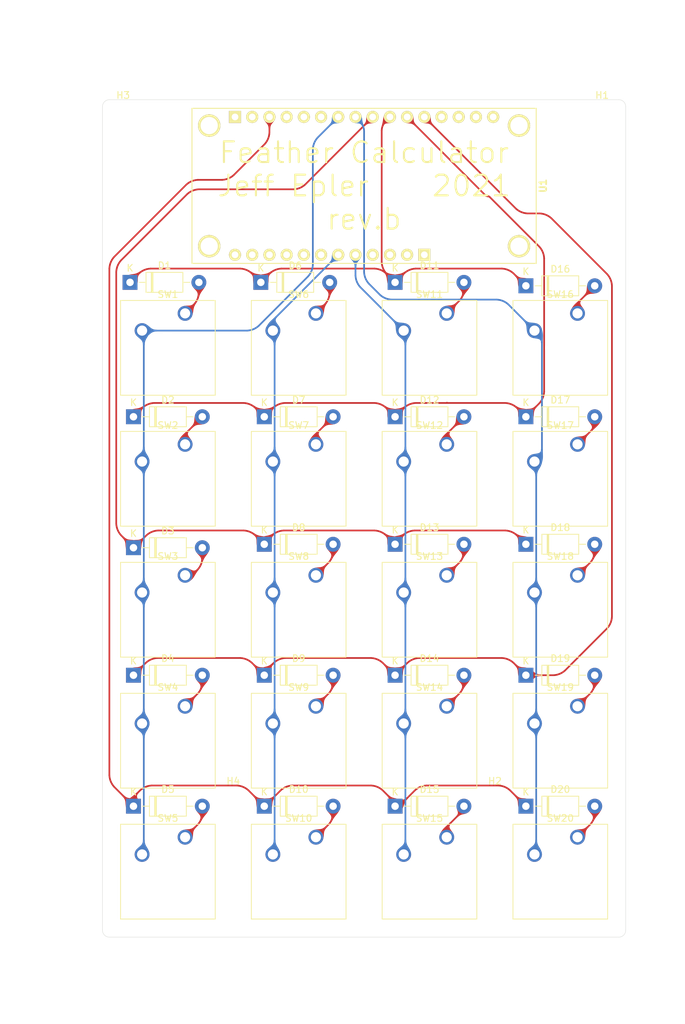
<source format=kicad_pcb>
(kicad_pcb (version 20221018) (generator pcbnew)
  (layers (0 "F.Cu" signal) (31 "B.Cu" signal) (34 "B.Paste" user) (35 "F.Paste" user) (36 "B.SilkS" user "B.Silkscreen") (37 "F.SilkS" user "F.Silkscreen") (38 "B.Mask" user) (39 "F.Mask" user) (44 "Edge.Cuts" user))
  (net 0 "")
  (net 1 "Net-(D1-Pad2)")
  (net 2 "/R1")
  (net 3 "Net-(D2-Pad2)")
  (net 4 "/R2")
  (net 5 "Net-(D3-Pad2)")
  (net 6 "/R3")
  (net 7 "Net-(D4-Pad2)")
  (net 8 "/R4")
  (net 9 "Net-(D5-Pad2)")
  (net 10 "/R5")
  (net 11 "Net-(D6-Pad2)")
  (net 12 "Net-(D7-Pad2)")
  (net 13 "Net-(D8-Pad2)")
  (net 14 "Net-(D9-Pad2)")
  (net 15 "Net-(D10-Pad2)")
  (net 16 "Net-(D11-Pad2)")
  (net 17 "Net-(D12-Pad2)")
  (net 18 "Net-(D13-Pad2)")
  (net 19 "Net-(D14-Pad2)")
  (net 20 "Net-(D15-Pad2)")
  (net 21 "Net-(D16-Pad2)")
  (net 22 "Net-(D17-Pad2)")
  (net 23 "Net-(D18-Pad2)")
  (net 24 "Net-(D19-Pad2)")
  (net 25 "Net-(D20-Pad2)")
  (net 26 "/C4")
  (net 27 "/C3")
  (net 28 "/C2")
  (net 29 "/C1")
  (footprint "Modules:ADAFRUIT_FEATHER" (layer "F.Cu") (at 89.408 63.5 180)
    (fp_text reference "U1")
    (fp_text value "ADAFRUIT_FEATHER" hide)
  )
  (footprint "Diode_THT:D_DO-41_SOD81_P10.16mm_Horizontal" (layer "F.Cu") (at 54.864 77.724)
    (fp_text reference "D1")
    (fp_text value "D")
  )
  (footprint "Diode_THT:D_DO-41_SOD81_P10.16mm_Horizontal" (layer "F.Cu") (at 55.372 97.536)
    (fp_text reference "D2")
    (fp_text value "D")
  )
  (footprint "Diode_THT:D_DO-41_SOD81_P10.16mm_Horizontal" (layer "F.Cu") (at 55.372 116.84)
    (fp_text reference "D3")
    (fp_text value "D")
  )
  (footprint "Diode_THT:D_DO-41_SOD81_P10.16mm_Horizontal" (layer "F.Cu") (at 55.372 135.636)
    (fp_text reference "D4")
    (fp_text value "D")
  )
  (footprint "Diode_THT:D_DO-41_SOD81_P10.16mm_Horizontal" (layer "F.Cu") (at 55.372 154.94)
    (fp_text reference "D5")
    (fp_text value "D")
  )
  (footprint "Diode_THT:D_DO-41_SOD81_P10.16mm_Horizontal" (layer "F.Cu") (at 74.168 77.724)
    (fp_text reference "D6")
    (fp_text value "D")
  )
  (footprint "Diode_THT:D_DO-41_SOD81_P10.16mm_Horizontal" (layer "F.Cu") (at 74.676 97.536)
    (fp_text reference "D7")
    (fp_text value "D")
  )
  (footprint "Diode_THT:D_DO-41_SOD81_P10.16mm_Horizontal" (layer "F.Cu") (at 74.676 116.332)
    (fp_text reference "D8")
    (fp_text value "D")
  )
  (footprint "Diode_THT:D_DO-41_SOD81_P10.16mm_Horizontal" (layer "F.Cu") (at 74.676 135.636)
    (fp_text reference "D9")
    (fp_text value "D")
  )
  (footprint "Diode_THT:D_DO-41_SOD81_P10.16mm_Horizontal" (layer "F.Cu") (at 74.676 154.94)
    (fp_text reference "D10")
    (fp_text value "D")
  )
  (footprint "Diode_THT:D_DO-41_SOD81_P10.16mm_Horizontal" (layer "F.Cu") (at 93.98 77.724)
    (fp_text reference "D11")
    (fp_text value "D")
  )
  (footprint "Diode_THT:D_DO-41_SOD81_P10.16mm_Horizontal" (layer "F.Cu") (at 93.98 97.536)
    (fp_text reference "D12")
    (fp_text value "D")
  )
  (footprint "Diode_THT:D_DO-41_SOD81_P10.16mm_Horizontal" (layer "F.Cu") (at 93.98 116.332)
    (fp_text reference "D13")
    (fp_text value "D")
  )
  (footprint "Diode_THT:D_DO-41_SOD81_P10.16mm_Horizontal" (layer "F.Cu") (at 93.98 135.636)
    (fp_text reference "D14")
    (fp_text value "D")
  )
  (footprint "Diode_THT:D_DO-41_SOD81_P10.16mm_Horizontal" (layer "F.Cu") (at 93.98 154.94)
    (fp_text reference "D15")
    (fp_text value "D")
  )
  (footprint "Diode_THT:D_DO-41_SOD81_P10.16mm_Horizontal" (layer "F.Cu") (at 113.284 78.232)
    (fp_text reference "D16")
    (fp_text value "D")
  )
  (footprint "Diode_THT:D_DO-41_SOD81_P10.16mm_Horizontal" (layer "F.Cu") (at 113.284 97.536)
    (fp_text reference "D17")
    (fp_text value "D")
  )
  (footprint "Diode_THT:D_DO-41_SOD81_P10.16mm_Horizontal" (layer "F.Cu") (at 113.284 116.332)
    (fp_text reference "D18")
    (fp_text value "D")
  )
  (footprint "Diode_THT:D_DO-41_SOD81_P10.16mm_Horizontal" (layer "F.Cu") (at 113.284 135.636)
    (fp_text reference "D19")
    (fp_text value "D")
  )
  (footprint "Diode_THT:D_DO-41_SOD81_P10.16mm_Horizontal" (layer "F.Cu") (at 113.284 154.94)
    (fp_text reference "D20")
    (fp_text value "D")
  )
  (footprint "Button_Switch_Keyboard:SW_Cherry_MX_1.00u_PCB" (layer "F.Cu") (at 62.992 82.296)
    (fp_text reference "SW1")
    (fp_text value "SW_Push")
  )
  (footprint "Button_Switch_Keyboard:SW_Cherry_MX_1.00u_PCB" (layer "F.Cu") (at 62.992 101.6)
    (fp_text reference "SW2")
    (fp_text value "SW_Push")
  )
  (footprint "Button_Switch_Keyboard:SW_Cherry_MX_1.00u_PCB" (layer "F.Cu") (at 62.992 120.904)
    (fp_text reference "SW3")
    (fp_text value "SW_Push")
  )
  (footprint "Button_Switch_Keyboard:SW_Cherry_MX_1.00u_PCB" (layer "F.Cu") (at 62.992 140.208)
    (fp_text reference "SW4")
    (fp_text value "SW_Push")
  )
  (footprint "Button_Switch_Keyboard:SW_Cherry_MX_1.00u_PCB" (layer "F.Cu") (at 62.992 159.512)
    (fp_text reference "SW5")
    (fp_text value "SW_Push")
  )
  (footprint "Button_Switch_Keyboard:SW_Cherry_MX_1.00u_PCB" (layer "F.Cu") (at 82.296 82.296)
    (fp_text reference "SW6")
    (fp_text value "SW_Push")
  )
  (footprint "Button_Switch_Keyboard:SW_Cherry_MX_1.00u_PCB" (layer "F.Cu") (at 82.296 101.6)
    (fp_text reference "SW7")
    (fp_text value "SW_Push")
  )
  (footprint "Button_Switch_Keyboard:SW_Cherry_MX_1.00u_PCB" (layer "F.Cu") (at 82.296 120.904)
    (fp_text reference "SW8")
    (fp_text value "SW_Push")
  )
  (footprint "Button_Switch_Keyboard:SW_Cherry_MX_1.00u_PCB" (layer "F.Cu") (at 82.296 140.208)
    (fp_text reference "SW9")
    (fp_text value "SW_Push")
  )
  (footprint "Button_Switch_Keyboard:SW_Cherry_MX_1.00u_PCB" (layer "F.Cu") (at 82.296 159.512)
    (fp_text reference "SW10")
    (fp_text value "SW_Push")
  )
  (footprint "Button_Switch_Keyboard:SW_Cherry_MX_1.00u_PCB" (layer "F.Cu") (at 101.6 82.296)
    (fp_text reference "SW11")
    (fp_text value "SW_Push")
  )
  (footprint "Button_Switch_Keyboard:SW_Cherry_MX_1.00u_PCB" (layer "F.Cu") (at 101.6 101.6)
    (fp_text reference "SW12")
    (fp_text value "SW_Push")
  )
  (footprint "Button_Switch_Keyboard:SW_Cherry_MX_1.00u_PCB" (layer "F.Cu") (at 101.6 120.904)
    (fp_text reference "SW13")
    (fp_text value "SW_Push")
  )
  (footprint "Button_Switch_Keyboard:SW_Cherry_MX_1.00u_PCB" (layer "F.Cu") (at 101.6 140.208)
    (fp_text reference "SW14")
    (fp_text value "SW_Push")
  )
  (footprint "Button_Switch_Keyboard:SW_Cherry_MX_1.00u_PCB" (layer "F.Cu") (at 101.6 159.512)
    (fp_text reference "SW15")
    (fp_text value "SW_Push")
  )
  (footprint "Button_Switch_Keyboard:SW_Cherry_MX_1.00u_PCB" (layer "F.Cu") (at 120.904 82.296)
    (fp_text reference "SW16")
    (fp_text value "SW_Push")
  )
  (footprint "Button_Switch_Keyboard:SW_Cherry_MX_1.00u_PCB" (layer "F.Cu") (at 120.904 101.6)
    (fp_text reference "SW17")
    (fp_text value "SW_Push")
  )
  (footprint "Button_Switch_Keyboard:SW_Cherry_MX_1.00u_PCB" (layer "F.Cu") (at 120.904 120.904)
    (fp_text reference "SW18")
    (fp_text value "SW_Push")
  )
  (footprint "Button_Switch_Keyboard:SW_Cherry_MX_1.00u_PCB" (layer "F.Cu") (at 120.904 140.208)
    (fp_text reference "SW19")
    (fp_text value "SW_Push")
  )
  (footprint "Button_Switch_Keyboard:SW_Cherry_MX_1.00u_PCB" (layer "F.Cu") (at 120.904 159.512)
    (fp_text reference "SW20")
    (fp_text value "SW_Push")
  )
  (footprint "MountingHole:MountingHole_2.7mm_M2.5" (layer "F.Cu") (at 124.968 53.848)
    (fp_text reference "H1")
    (fp_text value "MountingHole")
  )
  (footprint "MountingHole:MountingHole_2.7mm_M2.5" (layer "F.Cu") (at 108.712 154.94)
    (fp_text reference "H2")
    (fp_text value "MountingHole")
  )
  (footprint "MountingHole:MountingHole_2.7mm_M2.5" (layer "F.Cu") (at 53.848 53.848)
    (fp_text reference "H3")
    (fp_text value "MountingHole")
  )
  (footprint "MountingHole:MountingHole_2.7mm_M2.5" (layer "F.Cu") (at 70.104 154.94)
    (fp_text reference "H4")
    (fp_text value "MountingHole")
  )
  (gr_line (start 51.816 50.8) (end 127 50.8) (stroke (width 0.05)) (layer "Edge.Cuts"))
  (gr_arc (start 127 50.8) (mid 127.71842 51.09758) (end 128.016 51.816) (stroke (width 0.05)) (layer "Edge.Cuts"))
  (gr_line (start 128.016 51.816) (end 128.016 173.228) (stroke (width 0.05)) (layer "Edge.Cuts"))
  (gr_arc (start 51.816 174.244) (mid 51.09758 173.94642) (end 50.8 173.228) (stroke (width 0.05)) (layer "Edge.Cuts"))
  (gr_line (start 50.8 173.228) (end 50.8 51.816) (stroke (width 0.05)) (layer "Edge.Cuts"))
  (gr_line (start 127 174.244) (end 51.816 174.244) (stroke (width 0.05)) (layer "Edge.Cuts"))
  (gr_arc (start 50.8 51.816) (mid 51.09758 51.09758) (end 51.816 50.8) (stroke (width 0.05)) (layer "Edge.Cuts"))
  (gr_arc (start 128.016 173.228) (mid 127.71842 173.94642) (end 127 174.244) (stroke (width 0.05)) (layer "Edge.Cuts"))
  (gr_text "Feather Calculator\nJeff Epler    2021\nrev.b" (at 89.408 63.5) (layer "F.SilkS") (effects (font (size 3.048 3.048) (thickness 0.3048))))
  (segment (start 64.321572 80.966425) (end 62.992 82.296) (width 0.25) (layer "F.Cu") (net 1))
  (segment (start 64.491172 80.759766) (end 64.321572 80.966425) (width 0.25) (layer "F.Cu") (net 1))
  (segment (start 65.024 79.270617) (end 65.024 77.724) (width 0.25) (layer "F.Cu") (net 1))
  (segment (start 64.945639 79.798879) (end 64.868033 80.05471) (width 0.25) (layer "F.Cu") (net 1))
  (segment (start 64.997795 79.536673) (end 64.945639 79.798879) (width 0.25) (layer "F.Cu") (net 1))
  (segment (start 65.024 79.270617) (end 64.997795 79.536673) (width 0.25) (layer "F.Cu") (net 1))
  (segment (start 64.491172 80.759766) (end 64.6397 80.537479) (width 0.25) (layer "F.Cu") (net 1))
  (segment (start 64.868033 80.05471) (end 64.765725 80.301704) (width 0.25) (layer "F.Cu") (net 1))
  (segment (start 64.765725 80.301704) (end 64.6397 80.537479) (width 0.25) (layer "F.Cu") (net 1))
  (segment (start 91.985704 75.950272) (end 91.73871 75.847965) (width 0.25) (layer "F.Cu") (net 2))
  (segment (start 73.530496 77.086496) (end 73.694291 77.195941) (width 0.25) (layer "F.Cu") (net 2))
  (segment (start 92.063681 54.908261) (end 92.023957 55.107973) (width 0.25) (layer "F.Cu") (net 2))
  (segment (start 94.064934 77.286932) (end 94.02973 77.30976) (width 0.25) (layer "F.Cu") (net 2))
  (segment (start 92.536823 76.243765) (end 92.706424 76.450424) (width 0.25) (layer "F.Cu") (net 2))
  (segment (start 57.105287 75.847964) (end 56.858294 75.950272) (width 0.25) (layer "F.Cu") (net 2))
  (segment (start 75.70423 76.224824) (end 75.497571 76.394425) (width 0.25) (layer "F.Cu") (net 2))
  (segment (start 56.858294 75.950272) (end 56.622519 76.076297) (width 0.25) (layer "F.Cu") (net 2))
  (segment (start 76.409287 75.847964) (end 76.162294 75.950272) (width 0.25) (layer "F.Cu") (net 2))
  (segment (start 93.308013 77.052013) (end 93.343178 77.087178) (width 0.25) (layer "F.Cu") (net 2))
  (segment (start 93.308013 77.052013) (end 93.202517 76.946517) (width 0.25) (layer "F.Cu") (net 2))
  (segment (start 57.361118 75.770359) (end 57.623325 75.718204) (width 0.25) (layer "F.Cu") (net 2))
  (segment (start 71.408674 75.718203) (end 71.670879 75.770359) (width 0.25) (layer "F.Cu") (net 2))
  (segment (start 71.92671 75.847964) (end 72.173704 75.950272) (width 0.25) (layer "F.Cu") (net 2))
  (segment (start 93.377736 77.121736) (end 93.462365 77.170639) (width 0.25) (layer "F.Cu") (net 2))
  (segment (start 71.408674 75.718203) (end 71.142618 75.692) (width 0.25) (layer "F.Cu") (net 2))
  (segment (start 93.880536 77.30976) (end 93.831664 77.30976) (width 0.25) (layer "F.Cu") (net 2))
  (segment (start 93.56576 77.30976) (end 93.56576 77.30976) (width 0.25) (layer "F.Cu") (net 2))
  (segment (start 94.448775 77.18377) (end 94.064934 77.286932) (width 0.25) (layer "F.Cu") (net 2))
  (segment (start 74.459706 77.271328) (end 74.266496 77.30976) (width 0.25) (layer "F.Cu") (net 2))
  (segment (start 92.12279 54.713405) (end 92.063681 54.908261) (width 0.25) (layer "F.Cu") (net 2))
  (segment (start 96.477118 75.770359) (end 96.221287 75.847965) (width 0.25) (layer "F.Cu") (net 2))
  (segment (start 76.665118 75.770359) (end 76.927325 75.718204) (width 0.25) (layer "F.Cu") (net 2))
  (segment (start 94.373927 77.228986) (end 94.448775 77.18377) (width 0.25) (layer "F.Cu") (net 2))
  (segment (start 93.892049 77.30976) (end 93.880536 77.30976) (width 0.25) (layer "F.Cu") (net 2))
  (segment (start 90.954618 75.692) (end 77.193381 75.692) (width 0.25) (layer "F.Cu") (net 2))
  (segment (start 110.278879 75.770359) (end 110.016674 75.718204) (width 0.25) (layer "F.Cu") (net 2))
  (segment (start 93.349047 77.060765) (end 93.308013 77.052013) (width 0.25) (layer "F.Cu") (net 2))
  (segment (start 93.377736 77.121736) (end 92.706424 76.450424) (width 0.25) (layer "F.Cu") (net 2))
  (segment (start 92.082358 75.282878) (end 92.159964 75.538709) (width 0.25) (layer "F.Cu") (net 2))
  (segment (start 94.448775 77.18377) (end 94.617501 77.086496) (width 0.25) (layer "F.Cu") (net 2))
  (segment (start 111.446425 76.394425) (end 113.284 78.232) (width 0.25) (layer "F.Cu") (net 2))
  (segment (start 95.516231 76.224824) (end 95.738519 76.076297) (width 0.25) (layer "F.Cu") (net 2))
  (segment (start 56.400231 76.224825) (end 56.193572 76.394426) (width 0.25) (layer "F.Cu") (net 2))
  (segment (start 95.974294 75.950272) (end 96.221287 75.847965) (width 0.25) (layer "F.Cu") (net 2))
  (segment (start 92.003999 74.754617) (end 92.030203 75.020673) (width 0.25) (layer "F.Cu") (net 2))
  (segment (start 110.781704 75.950272) (end 110.53471 75.847965) (width 0.25) (layer "F.Cu") (net 2))
  (segment (start 95.974294 75.950272) (end 95.738519 76.076297) (width 0.25) (layer "F.Cu") (net 2))
  (segment (start 92.443766 76.224824) (end 92.221479 76.076297) (width 0.25) (layer "F.Cu") (net 2))
  (segment (start 57.889381 75.692) (end 57.623325 75.718204) (width 0.25) (layer "F.Cu") (net 2))
  (segment (start 73.694291 77.195941) (end 73.876291 77.271328) (width 0.25) (layer "F.Cu") (net 2))
  (segment (start 93.931134 77.296627) (end 94.064934 77.286932) (width 0.25) (layer "F.Cu") (net 2))
  (segment (start 94.617501 77.086496) (end 94.373927 77.228986) (width 0.25) (layer "F.Cu") (net 2))
  (segment (start 92.296701 54.345701) (end 92.409828 54.176395) (width 0.25) (layer "F.Cu") (net 2))
  (segment (start 110.016674 75.718204) (end 109.750618 75.692) (width 0.25) (layer "F.Cu") (net 2))
  (segment (start 94.02973 77.30976) (end 94.079461 77.30976) (width 0.25) (layer "F.Cu") (net 2))
  (segment (start 74.266496 77.30976) (end 74.069501 77.30976) (width 0.25) (layer "F.Cu") (net 2))
  (segment (start 93.462365 77.170639) (end 93.343178 77.087178) (width 0.25) (layer "F.Cu") (net 2))
  (segment (start 93.272848 77.016848) (end 93.272848 77.016848) (width 0.25) (layer "F.Cu") (net 2))
  (segment (start 93.979999 77.30976) (end 93.979999 77.30976) (width 0.25) (layer "F.Cu") (net 2))
  (segment (start 91.985704 75.950272) (end 92.221479 76.076297) (width 0.25) (layer "F.Cu") (net 2))
  (segment (start 71.142618 75.692) (end 57.889381 75.692) (width 0.25) (layer "F.Cu") (net 2))
  (segment (start 93.349047 77.060765) (end 93.737242 77.284497) (width 0.25) (layer "F.Cu") (net 2))
  (segment (start 93.343178 77.087178) (end 93.377736 77.121736) (width 0.25) (layer "F.Cu") (net 2))
  (segment (start 72.838425 76.394425) (end 73.530496 77.086496) (width 0.25) (layer "F.Cu") (net 2))
  (segment (start 93.737242 77.284497) (end 93.880536 77.30976) (width 0.25) (layer "F.Cu") (net 2))
  (segment (start 97.005381 75.692) (end 96.739325 75.718203) (width 0.25) (layer "F.Cu") (net 2))
  (segment (start 92.003999 55.310616) (end 92.003999 74.754617) (width 0.25) (layer "F.Cu") (net 2))
  (segment (start 94.373927 77.228986) (end 94.225315 77.290543) (width 0.25) (layer "F.Cu") (net 2))
  (segment (start 93.931134 77.296627) (end 93.462365 77.170639) (width 0.25) (layer "F.Cu") (net 2))
  (segment (start 91.220674 75.718203) (end 90.954618 75.692) (width 0.25) (layer "F.Cu") (net 2))
  (segment (start 110.781704 75.950272) (end 111.017479 76.076297) (width 0.25) (layer "F.Cu") (net 2))
  (segment (start 73.876291 77.271328) (end 74.069501 77.30976) (width 0.25) (layer "F.Cu") (net 2))
  (segment (start 92.443766 76.224824) (end 92.650425 76.394425) (width 0.25) (layer "F.Cu") (net 2))
  (segment (start 71.670879 75.770359) (end 71.92671 75.847964) (width 0.25) (layer "F.Cu") (net 2))
  (segment (start 56.193572 76.394426) (end 54.864 77.724) (width 0.25) (layer "F.Cu") (net 2))
  (segment (start 94.617501 77.086496) (end 95.309572 76.394425) (width 0.25) (layer "F.Cu") (net 2))
  (segment (start 93.892049 77.30976) (end 93.931134 77.296627) (width 0.25) (layer "F.Cu") (net 2))
  (segment (start 93.831664 77.30976) (end 93.737242 77.284497) (width 0.25) (layer "F.Cu") (net 2))
  (segment (start 76.665118 75.770359) (end 76.409287 75.847964) (width 0.25) (layer "F.Cu") (net 2))
  (segment (start 74.641706 77.19594) (end 74.459706 77.271328) (width 0.25) (layer "F.Cu") (net 2))
  (segment (start 75.497571 76.394425) (end 74.805501 77.086496) (width 0.25) (layer "F.Cu") (net 2))
  (segment (start 94.12871 77.30976) (end 93.831664 77.30976) (width 0.25) (layer "F.Cu") (net 2))
  (segment (start 92.539006 54.018991) (end 93.218 53.34) (width 0.25) (layer "F.Cu") (net 2))
  (segment (start 110.278879 75.770359) (end 110.53471 75.847965) (width 0.25) (layer "F.Cu") (net 2))
  (segment (start 77.193381 75.692) (end 76.927325 75.718204) (width 0.25) (layer "F.Cu") (net 2))
  (segment (start 56.622519 76.076297) (end 56.400231 76.224825) (width 0.25) (layer "F.Cu") (net 2))
  (segment (start 93.23753 76.98153) (end 92.650425 76.394425) (width 0.25) (layer "F.Cu") (net 2))
  (segment (start 92.200713 54.525281) (end 92.12279 54.713405) (width 0.25) (layer "F.Cu") (net 2))
  (segment (start 93.23753 76.98153) (end 93.349047 77.060765) (width 0.25) (layer "F.Cu") (net 2))
  (segment (start 94.02973 77.30976) (end 93.892049 77.30976) (width 0.25) (layer "F.Cu") (net 2))
  (segment (start 94.079461 77.30976) (end 94.12871 77.30976) (width 0.25) (layer "F.Cu") (net 2))
  (segment (start 92.296701 54.345701) (end 92.200713 54.525281) (width 0.25) (layer "F.Cu") (net 2))
  (segment (start 76.162294 75.950272) (end 75.926519 76.076296) (width 0.25) (layer "F.Cu") (net 2))
  (segment (start 93.202517 76.946517) (end 93.23753 76.98153) (width 0.25) (layer "F.Cu") (net 2))
  (segment (start 91.220674 75.718203) (end 91.482879 75.770359) (width 0.25) (layer "F.Cu") (net 2))
  (segment (start 92.023957 55.107973) (end 92.003999 55.310616) (width 0.25) (layer "F.Cu") (net 2))
  (segment (start 111.239766 76.224824) (end 111.017479 76.076297) (width 0.25) (layer "F.Cu") (net 2))
  (segment (start 94.12871 77.30976) (end 94.225315 77.290543) (width 0.25) (layer "F.Cu") (net 2))
  (segment (start 111.239766 76.224824) (end 111.446425 76.394425) (width 0.25) (layer "F.Cu") (net 2))
  (segment (start 74.805501 77.086496) (end 74.641706 77.19594) (width 0.25) (layer "F.Cu") (net 2))
  (segment (start 94.225315 77.290543) (end 94.079461 77.30976) (width 0.25) (layer "F.Cu") (net 2))
  (segment (start 92.388296 76.021478) (end 92.536823 76.243765) (width 0.25) (layer "F.Cu") (net 2))
  (segment (start 57.361118 75.770359) (end 57.105287 75.847964) (width 0.25) (layer "F.Cu") (net 2))
  (segment (start 72.631766 76.224824) (end 72.409479 76.076297) (width 0.25) (layer "F.Cu") (net 2))
  (segment (start 96.739325 75.718203) (end 96.477118 75.770359) (width 0.25) (layer "F.Cu") (net 2))
  (segment (start 95.516231 76.224824) (end 95.309572 76.394425) (width 0.25) (layer "F.Cu") (net 2))
  (segment (start 97.005381 75.692) (end 109.750618 75.692) (width 0.25) (layer "F.Cu") (net 2))
  (segment (start 93.56576 77.30976) (end 93.56576 77.30976) (width 0.25) (layer "F.Cu") (net 2))
  (segment (start 92.262271 75.785703) (end 92.388296 76.021478) (width 0.25) (layer "F.Cu") (net 2))
  (segment (start 92.539006 54.018991) (end 92.409828 54.176395) (width 0.25) (layer "F.Cu") (net 2))
  (segment (start 92.082358 75.282878) (end 92.030203 75.020673) (width 0.25) (layer "F.Cu") (net 2))
  (segment (start 75.70423 76.224824) (end 75.926519 76.076296) (width 0.25) (layer "F.Cu") (net 2))
  (segment (start 92.262271 75.785703) (end 92.159964 75.538709) (width 0.25) (layer "F.Cu") (net 2))
  (segment (start 91.482879 75.770359) (end 91.73871 75.847965) (width 0.25) (layer "F.Cu") (net 2))
  (segment (start 72.631766 76.224824) (end 72.838425 76.394425) (width 0.25) (layer "F.Cu") (net 2))
  (segment (start 72.173704 75.950272) (end 72.409479 76.076297) (width 0.25) (layer "F.Cu") (net 2))
  (segment (start 62.992 100.747623) (end 62.992 101.6) (width 0.25) (layer "F.Cu") (net 3))
  (segment (start 63.097447 100.217498) (end 63.166618 100.050506) (width 0.25) (layer "F.Cu") (net 3))
  (segment (start 63.46691 99.601087) (end 65.532 97.536) (width 0.25) (layer "F.Cu") (net 3))
  (segment (start 63.251823 99.891099) (end 63.166618 100.050506) (width 0.25) (layer "F.Cu") (net 3))
  (segment (start 63.46691 99.601087) (end 63.352243 99.74081) (width 0.25) (layer "F.Cu") (net 3))
  (segment (start 63.251823 99.891099) (end 63.352243 99.74081) (width 0.25) (layer "F.Cu") (net 3))
  (segment (start 63.044978 100.390465) (end 63.009716 100.567743) (width 0.25) (layer "F.Cu") (net 3))
  (segment (start 63.009716 100.567743) (end 62.992 100.747623) (width 0.25) (layer "F.Cu") (net 3))
  (segment (start 63.097447 100.217498) (end 63.044978 100.390465) (width 0.25) (layer "F.Cu") (net 3))
  (segment (start 107.747145 65.037365) (end 107.790782 65.050602) (width 0.25) (layer "F.Cu") (net 4))
  (segment (start 95.974293 95.762272) (end 96.221286 95.659965) (width 0.25) (layer "F.Cu") (net 4))
  (segment (start 111.04271 95.659964) (end 111.289704 95.762272) (width 0.25) (layer "F.Cu") (net 4))
  (segment (start 57.366293 95.762272) (end 57.613286 95.659965) (width 0.25) (layer "F.Cu") (net 4))
  (segment (start 115.823034 73.385806) (end 115.90064 73.641637) (width 0.25) (layer "F.Cu") (net 4))
  (segment (start 101.588936 95.504) (end 101.594467 95.504) (width 0.25) (layer "F.Cu") (net 4))
  (segment (start 115.979001 93.847616) (end 115.952796 94.113672) (width 0.25) (layer "F.Cu") (net 4))
  (segment (start 94.617501 96.898496) (end 94.453706 97.00794) (width 0.25) (layer "F.Cu") (net 4))
  (segment (start 101.583405 95.504) (end 101.572342 95.504) (width 0.25) (layer "F.Cu") (net 4))
  (segment (start 96.739325 95.530203) (end 96.477118 95.582359) (width 0.25) (layer "F.Cu") (net 4))
  (segment (start 107.357436 64.933115) (end 107.395351 64.958449) (width 0.25) (layer "F.Cu") (net 4))
  (segment (start 113.757706 97.00794) (end 113.575706 97.083328) (width 0.25) (layer "F.Cu") (net 4))
  (segment (start 110.786879 95.582359) (end 110.524674 95.530204) (width 0.25) (layer "F.Cu") (net 4))
  (segment (start 115.90064 73.641637) (end 115.952796 73.903844) (width 0.25) (layer "F.Cu") (net 4))
  (segment (start 57.869118 95.582359) (end 57.613286 95.659965) (width 0.25) (layer "F.Cu") (net 4))
  (segment (start 77.701381 95.504) (end 77.435325 95.530203) (width 0.25) (layer "F.Cu") (net 4))
  (segment (start 115.276572 72.47409) (end 107.946293 65.143811) (width 0.25) (layer "F.Cu") (net 4))
  (segment (start 57.366293 95.762272) (end 57.130518 95.888297) (width 0.25) (layer "F.Cu") (net 4))
  (segment (start 101.627654 95.504) (end 101.644248 95.504) (width 0.25) (layer "F.Cu") (net 4))
  (segment (start 101.60553 95.504) (end 101.588936 95.504) (width 0.25) (layer "F.Cu") (net 4))
  (segment (start 75.313501 96.898496) (end 75.149706 97.00794) (width 0.25) (layer "F.Cu") (net 4))
  (segment (start 74.577501 97.12176) (end 74.774496 97.12176) (width 0.25) (layer "F.Cu") (net 4))
  (segment (start 101.660843 95.504) (end 101.663608 95.504) (width 0.25) (layer "F.Cu") (net 4))
  (segment (start 107.832912 65.068052) (end 107.873128 65.089548) (width 0.25) (layer "F.Cu") (net 4))
  (segment (start 92.650425 96.206425) (end 93.342496 96.898496) (width 0.25) (layer "F.Cu") (net 4))
  (segment (start 101.594467 95.504) (end 101.588936 95.504) (width 0.25) (layer "F.Cu") (net 4))
  (segment (start 107.702421 65.028469) (end 107.65704 65.024) (width 0.25) (layer "F.Cu") (net 4))
  (segment (start 101.660843 95.504) (end 101.660842 95.504) (width 0.25) (layer "F.Cu") (net 4))
  (segment (start 92.443766 96.036824) (end 92.221479 95.888297) (width 0.25) (layer "F.Cu") (net 4))
  (segment (start 101.705092 95.504) (end 101.776998 95.504) (width 0.25) (layer "F.Cu") (net 4))
  (segment (start 113.575706 97.083328) (end 113.382496 97.12176) (width 0.25) (layer "F.Cu") (net 4))
  (segment (start 107.322186 64.904186) (end 107.357436 64.933115) (width 0.25) (layer "F.Cu") (net 4))
  (segment (start 72.43471 95.659964) (end 72.681704 95.762272) (width 0.25) (layer "F.Cu") (net 4))
  (segment (start 101.652545 95.504) (end 101.660842 95.504) (width 0.25) (layer "F.Cu") (net 4))
  (segment (start 115.594701 72.903038) (end 115.446173 72.680749) (width 0.25) (layer "F.Cu") (net 4))
  (segment (start 101.671905 95.504) (end 101.671905 95.504) (width 0.25) (layer "F.Cu") (net 4))
  (segment (start 107.911043 65.114882) (end 107.946293 65.143811) (width 0.25) (layer "F.Cu") (net 4))
  (segment (start 101.671905 95.504) (end 101.67467 95.504) (width 0.25) (layer "F.Cu") (net 4))
  (segment (start 94.453706 97.00794) (end 94.271706 97.083328) (width 0.25) (layer "F.Cu") (net 4))
  (segment (start 72.681704 95.762272) (end 72.917479 95.888297) (width 0.25) (layer "F.Cu") (net 4))
  (segment (start 101.660843 95.504) (end 101.660843 95.504) (width 0.25) (layer "F.Cu") (net 4))
  (segment (start 115.594701 95.114478) (end 115.446174 95.336765) (width 0.25) (layer "F.Cu") (net 4))
  (segment (start 95.309571 96.206425) (end 94.617501 96.898496) (width 0.25) (layer "F.Cu") (net 4))
  (segment (start 101.688498 95.504) (end 101.694029 95.504) (width 0.25) (layer "F.Cu") (net 4))
  (segment (start 101.522562 95.504) (end 97.005381 95.504) (width 0.25) (layer "F.Cu") (net 4))
  (segment (start 107.873128 65.089548) (end 107.911043 65.114882) (width 0.25) (layer "F.Cu") (net 4))
  (segment (start 76.670293 95.762272) (end 76.917286 95.659965) (width 0.25) (layer "F.Cu") (net 4))
  (segment (start 72.178879 95.582359) (end 71.916674 95.530204) (width 0.25) (layer "F.Cu") (net 4))
  (segment (start 97.005381 95.504) (end 96.739325 95.530203) (width 0.25) (layer "F.Cu") (net 4))
  (segment (start 110.258618 95.504) (end 101.658076 95.504) (width 0.25) (layer "F.Cu") (net 4))
  (segment (start 107.477697 64.997396) (end 107.435567 64.979945) (width 0.25) (layer "F.Cu") (net 4))
  (segment (start 101.658076 95.504) (end 101.652545 95.504) (width 0.25) (layer "F.Cu") (net 4))
  (segment (start 101.644248 95.504) (end 101.660843 95.504) (width 0.25) (layer "F.Cu") (net 4))
  (segment (start 76.21223 96.036824) (end 76.005571 96.206425) (width 0.25) (layer "F.Cu") (net 4))
  (segment (start 91.482879 95.582359) (end 91.220674 95.530204) (width 0.25) (layer "F.Cu") (net 4))
  (segment (start 101.680201 95.504) (end 101.671905 95.504) (width 0.25) (layer "F.Cu") (net 4))
  (segment (start 115.276572 72.47409) (end 115.446173 72.680749) (width 0.25) (layer "F.Cu") (net 4))
  (segment (start 101.594467 95.504) (end 101.60553 95.504) (width 0.25) (layer "F.Cu") (net 4))
  (segment (start 101.555749 95.504) (end 101.588936 95.504) (width 0.25) (layer "F.Cu") (net 4))
  (segment (start 115.594701 72.903038) (end 115.720726 73.138813) (width 0.25) (layer "F.Cu") (net 4))
  (segment (start 101.671905 95.504) (end 101.694029 95.504) (width 0.25) (layer "F.Cu") (net 4))
  (segment (start 72.917479 95.888297) (end 73.139766 96.036824) (width 0.25) (layer "F.Cu") (net 4))
  (segment (start 91.482879 95.582359) (end 91.73871 95.659964) (width 0.25) (layer "F.Cu") (net 4))
  (segment (start 101.680201 95.504) (end 101.688498 95.504) (width 0.25) (layer "F.Cu") (net 4))
  (segment (start 76.21223 96.036824) (end 76.434518 95.888297) (width 0.25) (layer "F.Cu") (net 4))
  (segment (start 113.921501 96.898496) (end 115.276573 95.543424) (width 0.25) (layer "F.Cu") (net 4))
  (segment (start 91.73871 95.659964) (end 91.985704 95.762272) (width 0.25) (layer "F.Cu") (net 4))
  (segment (start 77.173118 95.582359) (end 76.917286 95.659965) (width 0.25) (layer "F.Cu") (net 4))
  (segment (start 73.346425 96.206425) (end 74.038496 96.898496) (width 0.25) (layer "F.Cu") (net 4))
  (segment (start 58.131325 95.530203) (end 57.869118 95.582359) (width 0.25) (layer "F.Cu") (net 4))
  (segment (start 72.178879 95.582359) (end 72.43471 95.659964) (width 0.25) (layer "F.Cu") (net 4))
  (segment (start 101.544687 95.504) (end 101.522562 95.504) (width 0.25) (layer "F.Cu") (net 4))
  (segment (start 74.967706 97.083328) (end 74.774496 97.12176) (width 0.25) (layer "F.Cu") (net 4))
  (segment (start 56.908231 96.036825) (end 56.701572 96.206426) (width 0.25) (layer "F.Cu") (net 4))
  (segment (start 101.627654 95.504) (end 101.583405 95.504) (width 0.25) (layer "F.Cu") (net 4))
  (segment (start 115.446174 95.336765) (end 115.276573 95.543424) (width 0.25) (layer "F.Cu") (net 4))
  (segment (start 107.395351 64.958449) (end 107.435567 64.979945) (width 0.25) (layer "F.Cu") (net 4))
  (segment (start 101.544687 95.504) (end 101.572342 95.504) (width 0.25) (layer "F.Cu") (net 4))
  (segment (start 93.506291 97.007941) (end 93.688291 97.083328) (width 0.25) (layer "F.Cu") (net 4))
  (segment (start 101.572342 95.504) (end 101.588936 95.504) (width 0.25) (layer "F.Cu") (net 4))
  (segment (start 95.51623 96.036824) (end 95.309571 96.206425) (width 0.25) (layer "F.Cu") (net 4))
  (segment (start 101.671905 95.504) (end 101.671905 95.504) (width 0.25) (layer "F.Cu") (net 4))
  (segment (start 115.952796 73.903844) (end 115.979001 74.1699) (width 0.25) (layer "F.Cu") (net 4))
  (segment (start 101.588936 95.504) (end 101.583405 95.504) (width 0.25) (layer "F.Cu") (net 4))
  (segment (start 115.952796 94.113672) (end 115.90064 94.375878) (width 0.25) (layer "F.Cu") (net 4))
  (segment (start 115.823034 94.631709) (end 115.720726 94.878703) (width 0.25) (layer "F.Cu") (net 4))
  (segment (start 107.702421 65.028469) (end 107.747145 65.037365) (width 0.25) (layer "F.Cu") (net 4))
  (segment (start 101.522562 95.504) (end 101.555749 95.504) (width 0.25) (layer "F.Cu") (net 4))
  (segment (start 110.786879 95.582359) (end 111.04271 95.659964) (width 0.25) (layer "F.Cu") (net 4))
  (segment (start 107.65704 65.024) (end 107.611439 65.024) (width 0.25) (layer "F.Cu") (net 4))
  (segment (start 107.322186 64.904186) (end 95.758 53.34) (width 0.25) (layer "F.Cu") (net 4))
  (segment (start 76.670293 95.762272) (end 76.434518 95.888297) (width 0.25) (layer "F.Cu") (net 4))
  (segment (start 101.555749 95.504) (end 101.544687 95.504) (width 0.25) (layer "F.Cu") (net 4))
  (segment (start 76.005571 96.206425) (end 75.313501 96.898496) (width 0.25) (layer "F.Cu") (net 4))
  (segment (start 112.992291 97.083327) (end 113.185501 97.12176) (width 0.25) (layer "F.Cu") (net 4))
  (segment (start 94.271706 97.083328) (end 94.078496 97.12176) (width 0.25) (layer "F.Cu") (net 4))
  (segment (start 94.078496 97.12176) (end 93.881501 97.12176) (width 0.25) (layer "F.Cu") (net 4))
  (segment (start 115.90064 94.375878) (end 115.823034 94.631709) (width 0.25) (layer "F.Cu") (net 4))
  (segment (start 58.397381 95.504) (end 58.131325 95.530203) (width 0.25) (layer "F.Cu") (net 4))
  (segment (start 101.644248 95.504) (end 101.638717 95.504) (width 0.25) (layer "F.Cu") (net 4))
  (segment (start 56.701572 96.206426) (end 55.372 97.536) (width 0.25) (layer "F.Cu") (net 4))
  (segment (start 92.443766 96.036824) (end 92.650425 96.206425) (width 0.25) (layer "F.Cu") (net 4))
  (segment (start 91.220674 95.530204) (end 90.954618 95.504) (width 0.25) (layer "F.Cu") (net 4))
  (segment (start 91.985704 95.762272) (end 92.221479 95.888297) (width 0.25) (layer "F.Cu") (net 4))
  (segment (start 93.342496 96.898496) (end 93.506291 97.007941) (width 0.25) (layer "F.Cu") (net 4))
  (segment (start 107.832912 65.068052) (end 107.790782 65.050602) (width 0.25) (layer "F.Cu") (net 4))
  (segment (start 115.823034 73.385806) (end 115.720726 73.138813) (width 0.25) (layer "F.Cu") (net 4))
  (segment (start 75.149706 97.00794) (end 74.967706 97.083328) (width 0.25) (layer "F.Cu") (net 4))
  (segment (start 113.185501 97.12176) (end 113.382496 97.12176) (width 0.25) (layer "F.Cu") (net 4))
  (segment (start 101.67467 95.504) (end 101.680201 95.504) (width 0.25) (layer "F.Cu") (net 4))
  (segment (start 74.384291 97.083327) (end 74.577501 97.12176) (width 0.25) (layer "F.Cu") (net 4))
  (segment (start 107.477697 64.997396) (end 107.521334 65.010633) (width 0.25) (layer "F.Cu") (net 4))
  (segment (start 112.992291 97.083327) (end 112.810291 97.00794) (width 0.25) (layer "F.Cu") (net 4))
  (segment (start 101.663608 95.504) (end 101.671905 95.504) (width 0.25) (layer "F.Cu") (net 4))
  (segment (start 74.384291 97.083327) (end 74.202291 97.00794) (width 0.25) (layer "F.Cu") (net 4))
  (segment (start 112.646496 96.898496) (end 112.810291 97.00794) (width 0.25) (layer "F.Cu") (net 4))
  (segment (start 101.638717 95.504) (end 101.652545 95.504) (width 0.25) (layer "F.Cu") (net 4))
  (segment (start 96.477118 95.582359) (end 96.221286 95.659965) (width 0.25) (layer "F.Cu") (net 4))
  (segment (start 111.747766 96.036824) (end 111.525479 95.888297) (width 0.25) (layer "F.Cu") (net 4))
  (segment (start 101.671905 95.504) (end 101.669139 95.504) (width 0.25) (layer "F.Cu") (net 4))
  (segment (start 101.663608 95.504) (end 101.60553 95.504) (width 0.25) (layer "F.Cu") (net 4))
  (segment (start 107.566058 65.01953) (end 107.521334 65.010633) (width 0.25) (layer "F.Cu") (net 4))
  (segment (start 58.397381 95.504) (end 71.650618 95.504) (width 0.25) (layer "F.Cu") (net 4))
  (segment (start 113.921501 96.898496) (end 113.757706 97.00794) (width 0.25) (layer "F.Cu") (net 4))
  (segment (start 77.435325 95.530203) (end 77.173118 95.582359) (width 0.25) (layer "F.Cu") (net 4))
  (segment (start 71.916674 95.530204) (end 71.650618 95.504) (width 0.25) (layer "F.Cu") (net 4))
  (segment (start 107.566058 65.01953) (end 107.611439 65.024) (width 0.25) (layer "F.Cu") (net 4))
  (segment (start 77.701381 95.504) (end 90.954618 95.504) (width 0.25) (layer "F.Cu") (net 4))
  (segment (start 56.908231 96.036825) (end 57.130518 95.888297) (width 0.25) (layer "F.Cu") (net 4))
  (segment (start 111.747766 96.036824) (end 111.954425 96.206425) (width 0.25) (layer "F.Cu") (net 4))
  (segment (start 73.139766 96.036824) (end 73.346425 96.206425) (width 0.25) (layer "F.Cu") (net 4))
  (segment (start 111.289704 95.762272) (end 111.525479 95.888297) (width 0.25) (layer "F.Cu") (net 4))
  (segment (start 95.51623 96.036824) (end 95.738518 95.888297) (width 0.25) (layer "F.Cu") (net 4))
  (segment (start 101.638717 95.504) (end 101.627654 95.504) (width 0.25) (layer "F.Cu") (net 4))
  (segment (start 101.669139 95.504) (end 101.67467 95.504) (width 0.25) (layer "F.Cu") (net 4))
  (segment (start 115.720726 94.878703) (end 115.594701 95.114478) (width 0.25) (layer "F.Cu") (net 4))
  (segment (start 115.979001 93.847616) (end 115.979001 74.1699) (width 0.25) (layer "F.Cu") (net 4))
  (segment (start 101.705092 95.504) (end 101.688498 95.504) (width 0.25) (layer "F.Cu") (net 4))
  (segment (start 110.524674 95.530204) (end 110.258618 95.504) (width 0.25) (layer "F.Cu") (net 4))
  (segment (start 101.694029 95.504) (end 101.705092 95.504) (width 0.25) (layer "F.Cu") (net 4))
  (segment (start 74.038496 96.898496) (end 74.202291 97.00794) (width 0.25) (layer "F.Cu") (net 4))
  (segment (start 101.669139 95.504) (end 101.660843 95.504) (width 0.25) (layer "F.Cu") (net 4))
  (segment (start 101.660842 95.504) (end 101.658076 95.504) (width 0.25) (layer "F.Cu") (net 4))
  (segment (start 111.954425 96.206425) (end 112.646496 96.898496) (width 0.25) (layer "F.Cu") (net 4))
  (segment (start 95.974293 95.762272) (end 95.738518 95.888297) (width 0.25) (layer "F.Cu") (net 4))
  (segment (start 93.688291 97.083328) (end 93.881501 97.12176) (width 0.25) (layer "F.Cu") (net 4))
  (segment (start 63.680169 120.892188) (end 63.560249 120.904) (width 0.25) (layer "F.Cu") (net 5))
  (segment (start 65.457074 118.935275) (end 65.506944 118.684566) (width 0.25) (layer "F.Cu") (net 5))
  (segment (start 65.022537 119.854026) (end 64.860374 120.051623) (width 0.25) (layer "F.Cu") (net 5))
  (segment (start 63.680169 120.892188) (end 63.798354 120.86868) (width 0.25) (layer "F.Cu") (net 5))
  (segment (start 64.024993 120.787586) (end 63.913666 120.8337) (width 0.25) (layer "F.Cu") (net 5))
  (segment (start 65.382872 119.179888) (end 65.285051 119.416049) (width 0.25) (layer "F.Cu") (net 5))
  (segment (start 64.131265 120.730782) (end 64.231458 120.663836) (width 0.25) (layer "F.Cu") (net 5))
  (segment (start 65.532 118.430177) (end 65.506944 118.684566) (width 0.25) (layer "F.Cu") (net 5))
  (segment (start 63.560249 120.904) (end 62.992 120.904) (width 0.25) (layer "F.Cu") (net 5))
  (segment (start 64.131265 120.730782) (end 64.024993 120.787586) (width 0.25) (layer "F.Cu") (net 5))
  (segment (start 63.913666 120.8337) (end 63.798354 120.86868) (width 0.25) (layer "F.Cu") (net 5))
  (segment (start 65.022537 119.854026) (end 65.164553 119.641486) (width 0.25) (layer "F.Cu") (net 5))
  (segment (start 65.285051 119.416049) (end 65.164553 119.641486) (width 0.25) (layer "F.Cu") (net 5))
  (segment (start 65.532 118.430177) (end 65.532 116.84) (width 0.25) (layer "F.Cu") (net 5))
  (segment (start 64.860374 120.051623) (end 64.324606 120.587391) (width 0.25) (layer "F.Cu") (net 5))
  (segment (start 64.324606 120.587391) (end 64.231458 120.663836) (width 0.25) (layer "F.Cu") (net 5))
  (segment (start 65.457074 118.935275) (end 65.382872 119.179888) (width 0.25) (layer "F.Cu") (net 5))
  (segment (start 53.534425 74.481572) (end 63.305572 64.710425) (width 0.25) (layer "F.Cu") (net 6))
  (segment (start 79.282673 63.981795) (end 79.544879 63.929639) (width 0.25) (layer "F.Cu") (net 6))
  (segment (start 77.534381 114.3) (end 77.268325 114.326203) (width 0.25) (layer "F.Cu") (net 6))
  (segment (start 55.344887 116.812887) (end 55.352863 116.819433) (width 0.25) (layer "F.Cu") (net 6))
  (segment (start 55.48611 116.812887) (end 55.478134 116.819433) (width 0.25) (layer "F.Cu") (net 6))
  (segment (start 74.620582 116.276582) (end 74.629632 116.28142) (width 0.25) (layer "F.Cu") (net 6))
  (segment (start 53.364824 114.795766) (end 53.216297 114.573479) (width 0.25) (layer "F.Cu") (net 6))
  (segment (start 110.524674 114.326204) (end 110.258618 114.3) (width 0.25) (layer "F.Cu") (net 6))
  (segment (start 52.910359 75.649118) (end 52.858204 75.911325) (width 0.25) (layer "F.Cu") (net 6))
  (segment (start 72.178879 114.378359) (end 71.916674 114.326204) (width 0.25) (layer "F.Cu") (net 6))
  (segment (start 55.450921 116.833979) (end 55.460454 116.83003) (width 0.25) (layer "F.Cu") (net 6))
  (segment (start 91.482879 114.378359) (end 91.220674 114.326204) (width 0.25) (layer "F.Cu") (net 6))
  (segment (start 79.80071 63.852033) (end 79.544879 63.929639) (width 0.25) (layer "F.Cu") (net 6))
  (segment (start 55.361443 116.825166) (end 55.352863 116.819433) (width 0.25) (layer "F.Cu") (net 6))
  (segment (start 91.482879 114.378359) (end 91.73871 114.455965) (width 0.25) (layer "F.Cu") (net 6))
  (segment (start 93.943696 116.283422) (end 93.953908 116.282416) (width 0.25) (layer "F.Cu") (net 6))
  (segment (start 63.970293 64.266272) (end 64.217286 64.163965) (width 0.25) (layer "F.Cu") (net 6))
  (segment (start 110.786879 114.378359) (end 110.524674 114.326204) (width 0.25) (layer "F.Cu") (net 6))
  (segment (start 52.858204 75.911325) (end 52.832 76.177381) (width 0.25) (layer "F.Cu") (net 6))
  (segment (start 95.34923 114.832824) (end 95.142571 115.002425) (width 0.25) (layer "F.Cu") (net 6))
  (segment (start 79.80071 63.852033) (end 80.047704 63.749725) (width 0.25) (layer "F.Cu") (net 6))
  (segment (start 93.981529 116.216663) (end 93.98 116.232199) (width 0.25) (layer "F.Cu") (net 6))
  (segment (start 94.00847 116.144737) (end 93.999133 116.162205) (width 0.25) (layer "F.Cu") (net 6))
  (segment (start 95.34923 114.832824) (end 95.571518 114.684297) (width 0.25) (layer "F.Cu") (net 6))
  (segment (start 53.364824 114.795766) (end 53.534425 115.002425) (width 0.25) (layer "F.Cu") (net 6))
  (segment (start 111.747766 114.832824) (end 111.954425 115.002425) (width 0.25) (layer "F.Cu") (net 6))
  (segment (start 63.512231 64.540824) (end 63.305572 64.710425) (width 0.25) (layer "F.Cu") (net 6))
  (segment (start 55.430926 116.838988) (end 55.420658 116.84) (width 0.25) (layer "F.Cu") (net 6))
  (segment (start 74.685106 116.186412) (end 74.680575 116.201351) (width 0.25) (layer "F.Cu") (net 6))
  (segment (start 94.019474 116.128268) (end 94.00847 116.144737) (width 0.25) (layer "F.Cu") (net 6))
  (segment (start 72.917479 114.684297) (end 73.139766 114.832824) (width 0.25) (layer "F.Cu") (net 6))
  (segment (start 111.954425 115.002425) (end 113.284 116.332) (width 0.25) (layer "F.Cu") (net 6))
  (segment (start 93.98 116.253629) (end 93.977021 116.263448) (width 0.25) (layer "F.Cu") (net 6))
  (segment (start 111.289704 114.558272) (end 111.525479 114.684297) (width 0.25) (layer "F.Cu") (net 6))
  (segment (start 96.310118 114.378359) (end 96.054286 114.455965) (width 0.25) (layer "F.Cu") (net 6))
  (segment (start 71.916674 114.326204) (end 71.650618 114.3) (width 0.25) (layer "F.Cu") (net 6))
  (segment (start 77.006118 114.378359) (end 76.750286 114.455965) (width 0.25) (layer "F.Cu") (net 6))
  (segment (start 93.971319 116.27198) (end 93.977021 116.263448) (width 0.25) (layer "F.Cu") (net 6))
  (segment (start 74.70447 116.144737) (end 74.695133 116.162205) (width 0.25) (layer "F.Cu") (net 6))
  (segment (start 77.534381 114.3) (end 90.954618 114.3) (width 0.25) (layer "F.Cu") (net 6))
  (segment (start 72.178879 114.378359) (end 72.43471 114.455965) (width 0.25) (layer "F.Cu") (net 6))
  (segment (start 55.370543 116.83003) (end 55.380076 116.833979) (width 0.25) (layer "F.Cu") (net 6))
  (segment (start 95.807293 114.558272) (end 95.571518 114.684297) (width 0.25) (layer "F.Cu") (net 6))
  (segment (start 76.04523 114.832824) (end 76.267518 114.684297) (width 0.25) (layer "F.Cu") (net 6))
  (segment (start 58.992381 114.3) (end 58.726325 114.326203) (width 0.25) (layer "F.Cu") (net 6))
  (segment (start 52.987964 114.09071) (end 53.090272 114.337704) (width 0.25) (layer "F.Cu") (net 6))
  (segment (start 91.985704 114.558272) (end 92.221479 114.684297) (width 0.25) (layer "F.Cu") (net 6))
  (segment (start 72.681704 114.558272) (end 72.43471 114.455965) (width 0.25) (layer "F.Cu") (net 6))
  (segment (start 74.715474 116.128268) (end 74.70447 116.144737) (width 0.25) (layer "F.Cu") (net 6))
  (segment (start 74.67302 116.263448) (end 74.667319 116.27198) (width 0.25) (layer "F.Cu") (net 6))
  (segment (start 93.963387 116.278489) (end 93.953908 116.282416) (width 0.25) (layer "F.Cu") (net 6))
  (segment (start 64.473118 64.086359) (end 64.217286 64.163965) (width 0.25) (layer "F.Cu") (net 6))
  (segment (start 63.970293 64.266272) (end 63.734518 64.392296) (width 0.25) (layer "F.Cu") (net 6))
  (segment (start 76.04523 114.832824) (end 75.838571 115.002425) (width 0.25) (layer "F.Cu") (net 6))
  (segment (start 53.216296 74.910518) (end 53.364824 74.688231) (width 0.25) (layer "F.Cu") (net 6))
  (segment (start 53.534425 74.481572) (end 53.364824 74.688231) (width 0.25) (layer "F.Cu") (net 6))
  (segment (start 91.985704 114.558272) (end 91.73871 114.455965) (width 0.25) (layer "F.Cu") (net 6))
  (segment (start 80.505766 63.475172) (end 80.283479 63.6237) (width 0.25) (layer "F.Cu") (net 6))
  (segment (start 53.090272 75.146293) (end 52.987965 75.393286) (width 0.25) (layer "F.Cu") (net 6))
  (segment (start 55.380076 116.833979) (end 55.38995 116.836975) (width 0.25) (layer "F.Cu") (net 6))
  (segment (start 55.469554 116.825165) (end 55.478134 116.819433) (width 0.25) (layer "F.Cu") (net 6))
  (segment (start 52.987965 75.393286) (end 52.910359 75.649118) (width 0.25) (layer "F.Cu") (net 6))
  (segment (start 55.48611 116.812887) (end 57.296572 115.002425) (width 0.25) (layer "F.Cu") (net 6))
  (segment (start 55.344887 116.812887) (end 53.534425 115.002425) (width 0.25) (layer "F.Cu") (net 6))
  (segment (start 58.992381 114.3) (end 71.650618 114.3) (width 0.25) (layer "F.Cu") (net 6))
  (segment (start 93.984574 116.201351) (end 93.981529 116.216663) (width 0.25) (layer "F.Cu") (net 6))
  (segment (start 76.503293 114.558272) (end 76.267518 114.684297) (width 0.25) (layer "F.Cu") (net 6))
  (segment (start 74.639696 116.283422) (end 74.649908 116.282416) (width 0.25) (layer "F.Cu") (net 6))
  (segment (start 74.728039 116.112958) (end 74.715474 116.128268) (width 0.25) (layer "F.Cu") (net 6))
  (segment (start 52.910359 113.834879) (end 52.987964 114.09071) (width 0.25) (layer "F.Cu") (net 6))
  (segment (start 55.420658 116.84) (end 55.410339 116.84) (width 0.25) (layer "F.Cu") (net 6))
  (segment (start 73.346425 115.002425) (end 74.620582 116.276582) (width 0.25) (layer "F.Cu") (net 6))
  (segment (start 63.734518 64.392296) (end 63.512231 64.540824) (width 0.25) (layer "F.Cu") (net 6))
  (segment (start 93.98 116.253629) (end 93.98 116.232199) (width 0.25) (layer "F.Cu") (net 6))
  (segment (start 96.838381 114.3) (end 96.572325 114.326203) (width 0.25) (layer "F.Cu") (net 6))
  (segment (start 111.747766 114.832824) (end 111.525479 114.684297) (width 0.25) (layer "F.Cu") (net 6))
  (segment (start 55.361443 116.825166) (end 55.370543 116.83003) (width 0.25) (layer "F.Cu") (net 6))
  (segment (start 64.735325 64.034203) (end 64.473118 64.086359) (width 0.25) (layer "F.Cu") (net 6))
  (segment (start 74.667319 116.27198) (end 74.659387 116.278489) (width 0.25) (layer "F.Cu") (net 6))
  (segment (start 93.933632 116.28142) (end 93.943696 116.283422) (width 0.25) (layer "F.Cu") (net 6))
  (segment (start 57.961293 114.558272) (end 58.208286 114.455965) (width 0.25) (layer "F.Cu") (net 6))
  (segment (start 58.726325 114.326203) (end 58.464118 114.378359) (width 0.25) (layer "F.Cu") (net 6))
  (segment (start 55.469554 116.825165) (end 55.460454 116.83003) (width 0.25) (layer "F.Cu") (net 6))
  (segment (start 55.441047 116.836975) (end 55.430926 116.838988) (width 0.25) (layer "F.Cu") (net 6))
  (segment (start 92.443766 114.832824) (end 92.650425 115.002425) (width 0.25) (layer "F.Cu") (net 6))
  (segment (start 74.676 116.253629) (end 74.67302 116.263448) (width 0.25) (layer "F.Cu") (net 6))
  (segment (start 93.971319 116.27198) (end 93.963387 116.278489) (width 0.25) (layer "F.Cu") (net 6))
  (segment (start 77.268325 114.326203) (end 77.006118 114.378359) (width 0.25) (layer "F.Cu") (net 6))
  (segment (start 57.961293 114.558272) (end 57.725518 114.684296) (width 0.25) (layer "F.Cu") (net 6))
  (segment (start 74.677529 116.216663) (end 74.680575 116.201351) (width 0.25) (layer "F.Cu") (net 6))
  (segment (start 76.503293 114.558272) (end 76.750286 114.455965) (width 0.25) (layer "F.Cu") (net 6))
  (segment (start 52.832 113.306618) (end 52.858204 113.572674) (width 0.25) (layer "F.Cu") (net 6))
  (segment (start 58.464118 114.378359) (end 58.208286 114.455965) (width 0.25) (layer "F.Cu") (net 6))
  (segment (start 57.725518 114.684296) (end 57.503231 114.832824) (width 0.25) (layer "F.Cu") (net 6))
  (segment (start 96.838381 114.3) (end 110.258618 114.3) (width 0.25) (layer "F.Cu") (net 6))
  (segment (start 52.832 76.177381) (end 52.832 113.306618) (width 0.25) (layer "F.Cu") (net 6))
  (segment (start 92.221479 114.684297) (end 92.443766 114.832824) (width 0.25) (layer "F.Cu") (net 6))
  (segment (start 96.572325 114.326203) (end 96.310118 114.378359) (width 0.25) (layer "F.Cu") (net 6))
  (segment (start 94.032039 116.112958) (end 94.019474 116.128268) (width 0.25) (layer "F.Cu") (net 6))
  (segment (start 79.282673 63.981795) (end 79.016617 64.008) (width 0.25) (layer "F.Cu") (net 6))
  (segment (start 111.04271 114.455964) (end 111.289704 114.558272) (width 0.25) (layer "F.Cu") (net 6))
  (segment (start 74.659387 116.278489) (end 74.649908 116.282416) (width 0.25) (layer "F.Cu") (net 6))
  (segment (start 91.220674 114.326204) (end 90.954618 114.3) (width 0.25) (layer "F.Cu") (net 6))
  (segment (start 53.216296 74.910518) (end 53.090272 75.146293) (width 0.25) (layer "F.Cu") (net 6))
  (segment (start 92.650425 115.002425) (end 93.924582 116.276582) (width 0.25) (layer "F.Cu") (net 6))
  (segment (start 57.503231 114.832824) (end 57.296572 115.002425) (width 0.25) (layer "F.Cu") (net 6))
  (segment (start 80.712425 63.305572) (end 90.678 53.34) (width 0.25) (layer "F.Cu") (net 6))
  (segment (start 94.032039 116.112958) (end 95.142571 115.002425) (width 0.25) (layer "F.Cu") (net 6))
  (segment (start 80.283479 63.6237) (end 80.047704 63.749725) (width 0.25) (layer "F.Cu") (net 6))
  (segment (start 93.989106 116.186412) (end 93.984574 116.201351) (width 0.25) (layer "F.Cu") (net 6))
  (segment (start 72.681704 114.558272) (end 72.917479 114.684297) (width 0.25) (layer "F.Cu") (net 6))
  (segment (start 80.712425 63.305572) (end 80.505766 63.475172) (width 0.25) (layer "F.Cu") (net 6))
  (segment (start 75.838571 115.002425) (end 74.728039 116.112958) (width 0.25) (layer "F.Cu") (net 6))
  (segment (start 74.685106 116.186412) (end 74.695133 116.162205) (width 0.25) (layer "F.Cu") (net 6))
  (segment (start 95.807293 114.558272) (end 96.054286 114.455965) (width 0.25) (layer "F.Cu") (net 6))
  (segment (start 55.400071 116.838988) (end 55.38995 116.836975) (width 0.25) (layer "F.Cu") (net 6))
  (segment (start 73.139766 114.832824) (end 73.346425 115.002425) (width 0.25) (layer "F.Cu") (net 6))
  (segment (start 65.001381 64.008) (end 79.016617 64.008) (width 0.25) (layer "F.Cu") (net 6))
  (segment (start 74.629632 116.28142) (end 74.639696 116.283422) (width 0.25) (layer "F.Cu") (net 6))
  (segment (start 53.090272 114.337704) (end 53.216297 114.573479) (width 0.25) (layer "F.Cu") (net 6))
  (segment (start 74.677529 116.216663) (end 74.676 116.232199) (width 0.25) (layer "F.Cu") (net 6))
  (segment (start 93.924582 116.276582) (end 93.933632 116.28142) (width 0.25) (layer "F.Cu") (net 6))
  (segment (start 55.400071 116.838988) (end 55.410339 116.84) (width 0.25) (layer "F.Cu") (net 6))
  (segment (start 65.001381 64.008) (end 64.735325 64.034203) (width 0.25) (layer "F.Cu") (net 6))
  (segment (start 52.910359 113.834879) (end 52.858204 113.572674) (width 0.25) (layer "F.Cu") (net 6))
  (segment (start 93.989106 116.186412) (end 93.999133 116.162205) (width 0.25) (layer "F.Cu") (net 6))
  (segment (start 110.786879 114.378359) (end 111.04271 114.455964) (width 0.25) (layer "F.Cu") (net 6))
  (segment (start 74.676 116.232199) (end 74.676 116.253629) (width 0.25) (layer "F.Cu") (net 6))
  (segment (start 55.450921 116.833979) (end 55.441047 116.836975) (width 0.25) (layer "F.Cu") (net 6))
  (segment (start 65.051674 138.114916) (end 64.898785 138.301212) (width 0.25) (layer "F.Cu") (net 7))
  (segment (start 65.46136 137.248709) (end 65.508377 137.012339) (width 0.25) (layer "F.Cu") (net 7))
  (segment (start 65.532 136.772499) (end 65.532 135.636) (width 0.25) (layer "F.Cu") (net 7))
  (segment (start 65.299174 137.701988) (end 65.391401 137.479332) (width 0.25) (layer "F.Cu") (net 7))
  (segment (start 65.46136 137.248709) (end 65.391401 137.479332) (width 0.25) (layer "F.Cu") (net 7))
  (segment (start 64.898785 138.301212) (end 62.992 140.208) (width 0.25) (layer "F.Cu") (net 7))
  (segment (start 65.299174 137.701988) (end 65.185567 137.914531) (width 0.25) (layer "F.Cu") (net 7))
  (segment (start 65.185567 137.914531) (end 65.051674 138.114916) (width 0.25) (layer "F.Cu") (net 7))
  (segment (start 65.532 136.772499) (end 65.508377 137.012339) (width 0.25) (layer "F.Cu") (net 7))
  (segment (start 113.749119 135.557639) (end 114.011325 135.609795) (width 0.25) (layer "F.Cu") (net 8))
  (segment (start 58.377118 133.174359) (end 58.639325 133.122204) (width 0.25) (layer "F.Cu") (net 8))
  (segment (start 115.866879 67.642359) (end 116.12271 67.719964) (width 0.25) (layer "F.Cu") (net 8))
  (segment (start 113.515381 67.564) (end 115.338618 67.564) (width 0.25) (layer "F.Cu") (net 8))
  (segment (start 117.370617 135.636) (end 114.277381 135.636) (width 0.25) (layer "F.Cu") (net 8))
  (segment (start 119.066425 134.933572) (end 125.281572 128.718425) (width 0.25) (layer "F.Cu") (net 8))
  (segment (start 125.281571 76.513571) (end 125.451172 76.72023) (width 0.25) (layer "F.Cu") (net 8))
  (segment (start 113.493288 135.480033) (end 113.246295 135.377725) (width 0.25) (layer "F.Cu") (net 8))
  (segment (start 117.636673 135.609795) (end 117.370617 135.636) (width 0.25) (layer "F.Cu") (net 8))
  (segment (start 110.016674 133.122204) (end 109.750618 133.096) (width 0.25) (layer "F.Cu") (net 8))
  (segment (start 74.584482 135.513538) (end 74.610224 135.511002) (width 0.25) (layer "F.Cu") (net 8))
  (segment (start 74.747774 135.163921) (end 74.724236 135.207956) (width 0.25) (layer "F.Cu") (net 8))
  (segment (start 113.010519 135.2517) (end 113.246295 135.377725) (width 0.25) (layer "F.Cu") (net 8))
  (segment (start 110.781704 133.354272) (end 111.017479 133.480297) (width 0.25) (layer "F.Cu") (net 8))
  (segment (start 77.788381 133.096) (end 90.446618 133.096) (width 0.25) (layer "F.Cu") (net 8))
  (segment (start 76.757293 133.354272) (end 77.004286 133.251965) (width 0.25) (layer "F.Cu") (net 8))
  (segment (start 116.369704 67.822272) (end 116.605479 67.948297) (width 0.25) (layer "F.Cu") (net 8))
  (segment (start 90.712674 133.122204) (end 90.446618 133.096) (width 0.25) (layer "F.Cu") (net 8))
  (segment (start 93.688291 135.183328) (end 93.881501 135.22176) (width 0.25) (layer "F.Cu") (net 8))
  (segment (start 109.750618 133.096) (end 97.513381 133.096) (width 0.25) (layer "F.Cu") (net 8))
  (segment (start 71.670879 133.174359) (end 71.408674 133.122204) (width 0.25) (layer "F.Cu") (net 8))
  (segment (start 74.679857 135.345243) (end 74.687534 135.306644) (width 0.25) (layer "F.Cu") (net 8))
  (segment (start 125.5997 76.942519) (end 125.451172 76.72023) (width 0.25) (layer "F.Cu") (net 8))
  (segment (start 93.342496 134.998496) (end 93.506291 135.107941) (width 0.25) (layer "F.Cu") (net 8))
  (segment (start 91.713479 133.480297) (end 91.935766 133.628824) (width 0.25) (layer "F.Cu") (net 8))
  (segment (start 74.775514 135.122404) (end 74.747774 135.163921) (width 0.25) (layer "F.Cu") (net 8))
  (segment (start 110.781704 133.354272) (end 110.53471 133.251965) (width 0.25) (layer "F.Cu") (net 8))
  (segment (start 72.631766 133.628824) (end 72.838425 133.798425) (width 0.25) (layer "F.Cu") (net 8))
  (segment (start 112.78823 135.103172) (end 113.010519 135.2517) (width 0.25) (layer "F.Cu") (net 8))
  (segment (start 90.974879 133.174359) (end 90.712674 133.122204) (width 0.25) (layer "F.Cu") (net 8))
  (segment (start 74.676 135.384408) (end 74.676 135.438432) (width 0.25) (layer "F.Cu") (net 8))
  (segment (start 113.249325 67.537795) (end 113.515381 67.564) (width 0.25) (layer "F.Cu") (net 8))
  (segment (start 74.698958 135.268984) (end 74.687534 135.306644) (width 0.25) (layer "F.Cu") (net 8))
  (segment (start 112.581571 134.933571) (end 111.446425 133.798425) (width 0.25) (layer "F.Cu") (net 8))
  (segment (start 91.477704 133.354272) (end 91.713479 133.480297) (width 0.25) (layer "F.Cu") (net 8))
  (segment (start 76.29923 133.628824) (end 76.092571 133.798425) (width 0.25) (layer "F.Cu") (net 8))
  (segment (start 113.493288 135.480033) (end 113.749119 135.557639) (width 0.25) (layer "F.Cu") (net 8))
  (segment (start 90.974879 133.174359) (end 91.23071 133.251965) (width 0.25) (layer "F.Cu") (net 8))
  (segment (start 125.905639 77.681118) (end 125.957795 77.943325) (width 0.25) (layer "F.Cu") (net 8))
  (segment (start 112.484295 67.305725) (end 112.731288 67.408033) (width 0.25) (layer "F.Cu") (net 8))
  (segment (start 58.377118 133.174359) (end 58.121286 133.251964) (width 0.25) (layer "F.Cu") (net 8))
  (segment (start 76.092571 133.798425) (end 74.80719 135.083807) (width 0.25) (layer "F.Cu") (net 8))
  (segment (start 58.121286 133.251964) (end 57.874293 133.354272) (width 0.25) (layer "F.Cu") (net 8))
  (segment (start 118.859766 135.103172) (end 118.637479 135.2517) (width 0.25) (layer "F.Cu") (net 8))
  (segment (start 112.731288 67.408033) (end 112.987119 67.485639) (width 0.25) (layer "F.Cu") (net 8))
  (segment (start 125.828033 127.80671) (end 125.725725 128.053704) (width 0.25) (layer "F.Cu") (net 8))
  (segment (start 96.482293 133.354272) (end 96.246518 133.480297) (width 0.25) (layer "F.Cu") (net 8))
  (segment (start 74.679857 135.345243) (end 74.676 135.384408) (width 0.25) (layer "F.Cu") (net 8))
  (segment (start 94.271706 135.183328) (end 94.078496 135.22176) (width 0.25) (layer "F.Cu") (net 8))
  (segment (start 125.828033 77.425287) (end 125.905639 77.681118) (width 0.25) (layer "F.Cu") (net 8))
  (segment (start 71.408674 133.122204) (end 71.142618 133.096) (width 0.25) (layer "F.Cu") (net 8))
  (segment (start 125.905639 127.550879) (end 125.828033 127.80671) (width 0.25) (layer "F.Cu") (net 8))
  (segment (start 57.874293 133.354272) (end 57.638518 133.480297) (width 0.25) (layer "F.Cu") (net 8))
  (segment (start 94.453706 135.10794) (end 94.271706 135.183328) (width 0.25) (layer "F.Cu") (net 8))
  (segment (start 74.698958 135.268984) (end 74.724236 135.207956) (width 0.25) (layer "F.Cu") (net 8))
  (segment (start 74.654118 135.484694) (end 74.66849 135.463185) (width 0.25) (layer "F.Cu") (net 8))
  (segment (start 125.984 127.022617) (end 125.957795 127.288673) (width 0.25) (layer "F.Cu") (net 8))
  (segment (start 118.15471 135.480033) (end 117.898879 135.557639) (width 0.25) (layer "F.Cu") (net 8))
  (segment (start 116.12271 67.719964) (end 116.369704 67.822272) (width 0.25) (layer "F.Cu") (net 8))
  (segment (start 96.02423 133.628824) (end 95.817571 133.798425) (width 0.25) (layer "F.Cu") (net 8))
  (segment (start 96.985118 133.174359) (end 97.247325 133.122204) (width 0.25) (layer "F.Cu") (net 8))
  (segment (start 117.636673 135.609795) (end 117.898879 135.557639) (width 0.25) (layer "F.Cu") (net 8))
  (segment (start 117.034425 68.266425) (end 125.281571 76.513571) (width 0.25) (layer "F.Cu") (net 8))
  (segment (start 125.905639 127.550879) (end 125.957795 127.288673) (width 0.25) (layer "F.Cu") (net 8))
  (segment (start 113.249325 67.537795) (end 112.987119 67.485639) (width 0.25) (layer "F.Cu") (net 8))
  (segment (start 74.676 135.438432) (end 74.66849 135.463185) (width 0.25) (layer "F.Cu") (net 8))
  (segment (start 94.078496 135.22176) (end 93.881501 135.22176) (width 0.25) (layer "F.Cu") (net 8))
  (segment (start 72.409479 133.480297) (end 72.631766 133.628824) (width 0.25) (layer "F.Cu") (net 8))
  (segment (start 57.209572 133.798426) (end 55.372 135.636) (width 0.25) (layer "F.Cu") (net 8))
  (segment (start 119.066425 134.933572) (end 118.859766 135.103172) (width 0.25) (layer "F.Cu") (net 8))
  (segment (start 118.15471 135.480033) (end 118.401704 135.377725) (width 0.25) (layer "F.Cu") (net 8))
  (segment (start 57.416231 133.628825) (end 57.638518 133.480297) (width 0.25) (layer "F.Cu") (net 8))
  (segment (start 58.905381 133.096) (end 71.142618 133.096) (width 0.25) (layer "F.Cu") (net 8))
  (segment (start 116.827766 68.096824) (end 117.034425 68.266425) (width 0.25) (layer "F.Cu") (net 8))
  (segment (start 96.985118 133.174359) (end 96.729286 133.251964) (width 0.25) (layer "F.Cu") (net 8))
  (segment (start 74.536297 135.496297) (end 72.838425 133.798425) (width 0.25) (layer "F.Cu") (net 8))
  (segment (start 125.451172 128.511766) (end 125.5997 128.289479) (width 0.25) (layer "F.Cu") (net 8))
  (segment (start 72.173704 133.354272) (end 72.409479 133.480297) (width 0.25) (layer "F.Cu") (net 8))
  (segment (start 114.011325 135.609795) (end 114.277381 135.636) (width 0.25) (layer "F.Cu") (net 8))
  (segment (start 91.477704 133.354272) (end 91.23071 133.251965) (width 0.25) (layer "F.Cu") (net 8))
  (segment (start 111.819571 66.861571) (end 98.298 53.34) (width 0.25) (layer "F.Cu") (net 8))
  (segment (start 76.757293 133.354272) (end 76.521518 133.480297) (width 0.25) (layer "F.Cu") (net 8))
  (segment (start 125.5997 76.942519) (end 125.725725 77.178294) (width 0.25) (layer "F.Cu") (net 8))
  (segment (start 94.617501 134.998496) (end 95.817571 133.798425) (width 0.25) (layer "F.Cu") (net 8))
  (segment (start 74.654118 135.484694) (end 74.634123 135.501104) (width 0.25) (layer "F.Cu") (net 8))
  (segment (start 125.984 78.209381) (end 125.984 127.022617) (width 0.25) (layer "F.Cu") (net 8))
  (segment (start 74.584482 135.513538) (end 74.559111 135.508491) (width 0.25) (layer "F.Cu") (net 8))
  (segment (start 115.866879 67.642359) (end 115.604674 67.590204) (width 0.25) (layer "F.Cu") (net 8))
  (segment (start 77.260118 133.174359) (end 77.004286 133.251965) (width 0.25) (layer "F.Cu") (net 8))
  (segment (start 110.278879 133.174359) (end 110.53471 133.251965) (width 0.25) (layer "F.Cu") (net 8))
  (segment (start 74.610224 135.511002) (end 74.634123 135.501104) (width 0.25) (layer "F.Cu") (net 8))
  (segment (start 115.604674 67.590204) (end 115.338618 67.564) (width 0.25) (layer "F.Cu") (net 8))
  (segment (start 71.670879 133.174359) (end 71.92671 133.251964) (width 0.25) (layer "F.Cu") (net 8))
  (segment (start 77.522325 133.122203) (end 77.260118 133.174359) (width 0.25) (layer "F.Cu") (net 8))
  (segment (start 74.80719 135.083807) (end 74.775514 135.122404) (width 0.25) (layer "F.Cu") (net 8))
  (segment (start 93.506291 135.107941) (end 93.688291 135.183328) (width 0.25) (layer "F.Cu") (net 8))
  (segment (start 71.92671 133.251964) (end 72.173704 133.354272) (width 0.25) (layer "F.Cu") (net 8))
  (segment (start 111.017479 133.480297) (end 111.239766 133.628824) (width 0.25) (layer "F.Cu") (net 8))
  (segment (start 97.513381 133.096) (end 97.247325 133.122204) (width 0.25) (layer "F.Cu") (net 8))
  (segment (start 57.416231 133.628825) (end 57.209572 133.798426) (width 0.25) (layer "F.Cu") (net 8))
  (segment (start 125.451172 128.511766) (end 125.281572 128.718425) (width 0.25) (layer "F.Cu") (net 8))
  (segment (start 110.278879 133.174359) (end 110.016674 133.122204) (width 0.25) (layer "F.Cu") (net 8))
  (segment (start 91.935766 133.628824) (end 92.142425 133.798425) (width 0.25) (layer "F.Cu") (net 8))
  (segment (start 76.29923 133.628824) (end 76.521518 133.480297) (width 0.25) (layer "F.Cu") (net 8))
  (segment (start 58.905381 133.096) (end 58.639325 133.122204) (width 0.25) (layer "F.Cu") (net 8))
  (segment (start 96.729286 133.251964) (end 96.482293 133.354272) (width 0.25) (layer "F.Cu") (net 8))
  (segment (start 111.819571 66.861571) (end 112.02623 67.031172) (width 0.25) (layer "F.Cu") (net 8))
  (segment (start 94.617501 134.998496) (end 94.453706 135.10794) (width 0.25) (layer "F.Cu") (net 8))
  (segment (start 77.788381 133.096) (end 77.522325 133.122203) (width 0.25) (layer "F.Cu") (net 8))
  (segment (start 112.581571 134.933571) (end 112.78823 135.103172) (width 0.25) (layer "F.Cu") (net 8))
  (segment (start 93.342496 134.998496) (end 92.142425 133.798425) (width 0.25) (layer "F.Cu") (net 8))
  (segment (start 118.637479 135.2517) (end 118.401704 135.377725) (width 0.25) (layer "F.Cu") (net 8))
  (segment (start 96.02423 133.628824) (end 96.246518 133.480297) (width 0.25) (layer "F.Cu") (net 8))
  (segment (start 112.248519 67.1797) (end 112.02623 67.031172) (width 0.25) (layer "F.Cu") (net 8))
  (segment (start 125.828033 77.425287) (end 125.725725 77.178294) (width 0.25) (layer "F.Cu") (net 8))
  (segment (start 111.239766 133.628824) (end 111.446425 133.798425) (width 0.25) (layer "F.Cu") (net 8))
  (segment (start 112.248519 67.1797) (end 112.484295 67.305725) (width 0.25) (layer "F.Cu") (net 8))
  (segment (start 125.957795 77.943325) (end 125.984 78.209381) (width 0.25) (layer "F.Cu") (net 8))
  (segment (start 74.536297 135.496297) (end 74.559111 135.508491) (width 0.25) (layer "F.Cu") (net 8))
  (segment (start 125.725725 128.053704) (end 125.5997 128.289479) (width 0.25) (layer "F.Cu") (net 8))
  (segment (start 116.605479 67.948297) (end 116.827766 68.096824) (width 0.25) (layer "F.Cu") (net 8))
  (segment (start 65.46136 156.552709) (end 65.508377 156.316339) (width 0.25) (layer "F.Cu") (net 9))
  (segment (start 65.299174 157.005988) (end 65.185567 157.218532) (width 0.25) (layer "F.Cu") (net 9))
  (segment (start 65.051674 157.418916) (end 65.185567 157.218532) (width 0.25) (layer "F.Cu") (net 9))
  (segment (start 64.898785 157.605212) (end 62.992 159.512) (width 0.25) (layer "F.Cu") (net 9))
  (segment (start 65.532 156.076499) (end 65.532 154.94) (width 0.25) (layer "F.Cu") (net 9))
  (segment (start 65.051674 157.418916) (end 64.898785 157.605212) (width 0.25) (layer "F.Cu") (net 9))
  (segment (start 65.46136 156.552709) (end 65.391401 156.783332) (width 0.25) (layer "F.Cu") (net 9))
  (segment (start 65.532 156.076499) (end 65.508377 156.316339) (width 0.25) (layer "F.Cu") (net 9))
  (segment (start 65.391401 156.783332) (end 65.299174 157.005988) (width 0.25) (layer "F.Cu") (net 9))
  (segment (start 69.964766 62.078172) (end 69.742479 62.2267) (width 0.25) (layer "F.Cu") (net 10))
  (segment (start 52.348824 151.879766) (end 52.518425 152.086425) (width 0.25) (layer "F.Cu") (net 10))
  (segment (start 78.804381 151.892) (end 78.538325 151.918204) (width 0.25) (layer "F.Cu") (net 10))
  (segment (start 91.935766 152.424824) (end 92.142425 152.594425) (width 0.25) (layer "F.Cu") (net 10))
  (segment (start 74.764454 154.93003) (end 74.754921 154.933979) (width 0.25) (layer "F.Cu") (net 10))
  (segment (start 109.508674 151.918203) (end 109.242618 151.892) (width 0.25) (layer "F.Cu") (net 10))
  (segment (start 97.585293 152.150272) (end 97.349518 152.276297) (width 0.25) (layer "F.Cu") (net 10))
  (segment (start 74.684076 154.93398) (end 74.69395 154.936975) (width 0.25) (layer "F.Cu") (net 10))
  (segment (start 94.576454 154.93003) (end 94.566921 154.933979) (width 0.25) (layer "F.Cu") (net 10))
  (segment (start 56.57423 152.424824) (end 56.796519 152.276296) (width 0.25) (layer "F.Cu") (net 10))
  (segment (start 52.200296 74.402518) (end 52.074272 74.638293) (width 0.25) (layer "F.Cu") (net 10))
  (segment (start 51.842204 75.403325) (end 51.816 75.669381) (width 0.25) (layer "F.Cu") (net 10))
  (segment (start 55.347921 154.385848) (end 55.301837 154.454817) (width 0.25) (layer "F.Cu") (net 10))
  (segment (start 98.088118 151.970359) (end 98.350325 151.918204) (width 0.25) (layer "F.Cu") (net 10))
  (segment (start 52.518425 73.973572) (end 63.178572 63.313425) (width 0.25) (layer "F.Cu") (net 10))
  (segment (start 78.276118 151.970359) (end 78.538325 151.918204) (width 0.25) (layer "F.Cu") (net 10))
  (segment (start 63.843293 62.869272) (end 64.090286 62.766965) (width 0.25) (layer "F.Cu") (net 10))
  (segment (start 52.074272 151.421704) (end 51.971965 151.17471) (width 0.25) (layer "F.Cu") (net 10))
  (segment (start 74.665443 154.925166) (end 74.674543 154.930031) (width 0.25) (layer "F.Cu") (net 10))
  (segment (start 55.078535 154.547311) (end 54.997181 154.531129) (width 0.25) (layer "F.Cu") (net 10))
  (segment (start 70.171425 61.908572) (end 74.735572 57.344425) (width 0.25) (layer "F.Cu") (net 10))
  (segment (start 94.516071 154.938988) (end 94.526339 154.94) (width 0.25) (layer "F.Cu") (net 10))
  (segment (start 91.477704 152.150272) (end 91.713479 152.276297) (width 0.25) (layer "F.Cu") (net 10))
  (segment (start 51.816 75.669381) (end 51.816 150.390618) (width 0.25) (layer "F.Cu") (net 10))
  (segment (start 64.874381 62.611) (end 68.475617 62.611) (width 0.25) (layer "F.Cu") (net 10))
  (segment (start 69.742479 62.2267) (end 69.506704 62.352725) (width 0.25) (layer "F.Cu") (net 10))
  (segment (start 52.074272 151.421704) (end 52.200297 151.657479) (width 0.25) (layer "F.Cu") (net 10))
  (segment (start 94.477443 154.925166) (end 94.486543 154.930031) (width 0.25) (layer "F.Cu") (net 10))
  (segment (start 74.714339 154.94) (end 74.724658 154.94) (width 0.25) (layer "F.Cu") (net 10))
  (segment (start 91.713479 152.276297) (end 91.935766 152.424824) (width 0.25) (layer "F.Cu") (net 10))
  (segment (start 74.684076 154.93398) (end 74.674543 154.930031) (width 0.25) (layer "F.Cu") (net 10))
  (segment (start 55.161083 154.539181) (end 55.237717 154.507438) (width 0.25) (layer "F.Cu") (net 10))
  (segment (start 57.279287 152.047964) (end 57.032294 152.150272) (width 0.25) (layer "F.Cu") (net 10))
  (segment (start 94.477443 154.925166) (end 94.468863 154.919433) (width 0.25) (layer "F.Cu") (net 10))
  (segment (start 71.665704 152.150272) (end 71.901479 152.276297) (width 0.25) (layer "F.Cu") (net 10))
  (segment (start 110.731766 152.424824) (end 110.509479 152.276297) (width 0.25) (layer "F.Cu") (net 10))
  (segment (start 57.535118 151.970359) (end 57.279287 152.047964) (width 0.25) (layer "F.Cu") (net 10))
  (segment (start 97.12723 152.424824) (end 96.920571 152.594425) (width 0.25) (layer "F.Cu") (net 10))
  (segment (start 74.734926 154.938988) (end 74.724658 154.94) (width 0.25) (layer "F.Cu") (net 10))
  (segment (start 74.745047 154.936975) (end 74.734926 154.938988) (width 0.25) (layer "F.Cu") (net 10))
  (segment (start 64.346118 62.689359) (end 64.090286 62.766965) (width 0.25) (layer "F.Cu") (net 10))
  (segment (start 55.792686 153.16931) (end 55.691111 153.293079) (width 0.25) (layer "F.Cu") (net 10))
  (segment (start 109.242618 151.892) (end 98.616381 151.892) (width 0.25) (layer "F.Cu") (net 10))
  (segment (start 74.704071 154.938988) (end 74.714339 154.94) (width 0.25) (layer "F.Cu") (net 10))
  (segment (start 55.445621 153.763112) (end 55.408988 153.883875) (width 0.25) (layer "F.Cu") (net 10))
  (segment (start 94.460887 154.912887) (end 94.468863 154.919433) (width 0.25) (layer "F.Cu") (net 10))
  (segment (start 71.665704 152.150272) (end 71.41871 152.047965) (width 0.25) (layer "F.Cu") (net 10))
  (segment (start 55.602157 153.426209) (end 55.52668 153.567416) (width 0.25) (layer "F.Cu") (net 10))
  (segment (start 75.438 55.648617) (end 75.438 53.34) (width 0.25) (layer "F.Cu") (net 10))
  (segment (start 75.179725 56.679704) (end 75.282033 56.43271) (width 0.25) (layer "F.Cu") (net 10))
  (segment (start 92.142425 152.594425) (end 94.460887 154.912887) (width 0.25) (layer "F.Cu") (net 10))
  (segment (start 94.585554 154.925165) (end 94.594134 154.919433) (width 0.25) (layer "F.Cu") (net 10))
  (segment (start 55.445621 153.763112) (end 55.52668 153.567416) (width 0.25) (layer "F.Cu") (net 10))
  (segment (start 70.171425 61.908572) (end 69.964766 62.078172) (width 0.25) (layer "F.Cu") (net 10))
  (segment (start 55.372 154.306471) (end 55.347921 154.385848) (width 0.25) (layer "F.Cu") (net 10))
  (segment (start 70.900674 151.918203) (end 70.634618 151.892) (width 0.25) (layer "F.Cu") (net 10))
  (segment (start 94.526339 154.94) (end 94.536658 154.94) (width 0.25) (layer "F.Cu") (net 10))
  (segment (start 98.616381 151.892) (end 98.350325 151.918204) (width 0.25) (layer "F.Cu") (net 10))
  (segment (start 63.843293 62.869272) (end 63.607518 62.995296) (width 0.25) (layer "F.Cu") (net 10))
  (segment (start 63.607518 62.995296) (end 63.385231 63.143824) (width 0.25) (layer "F.Cu") (net 10))
  (segment (start 74.773554 154.925165) (end 74.764454 154.93003) (width 0.25) (layer "F.Cu") (net 10))
  (segment (start 55.078535 154.547311) (end 55.161083 154.539181) (width 0.25) (layer "F.Cu") (net 10))
  (segment (start 55.691111 153.293079) (end 55.602157 153.426209) (width 0.25) (layer "F.Cu") (net 10))
  (segment (start 52.518425 73.973572) (end 52.348824 74.180231) (width 0.25) (layer "F.Cu") (net 10))
  (segment (start 74.79011 154.912887) (end 74.782134 154.919433) (width 0.25) (layer "F.Cu") (net 10))
  (segment (start 51.816 150.390618) (end 51.842204 150.656674) (width 0.25) (layer "F.Cu") (net 10))
  (segment (start 51.894359 150.918879) (end 51.971965 151.17471) (width 0.25) (layer "F.Cu") (net 10))
  (segment (start 57.032294 152.150272) (end 56.796519 152.276296) (width 0.25) (layer "F.Cu") (net 10))
  (segment (start 74.79011 154.912887) (end 77.108571 152.594425) (width 0.25) (layer "F.Cu") (net 10))
  (segment (start 57.797325 151.918203) (end 57.535118 151.970359) (width 0.25) (layer "F.Cu") (net 10))
  (segment (start 78.804381 151.892) (end 90.446618 151.892) (width 0.25) (layer "F.Cu") (net 10))
  (segment (start 75.411795 55.914673) (end 75.359639 56.176879) (width 0.25) (layer "F.Cu") (net 10))
  (segment (start 68.741673 62.584795) (end 69.003879 62.532639) (width 0.25) (layer "F.Cu") (net 10))
  (segment (start 94.546926 154.938988) (end 94.536658 154.94) (width 0.25) (layer "F.Cu") (net 10))
  (segment (start 54.924027 154.492027) (end 52.518425 152.086425) (width 0.25) (layer "F.Cu") (net 10))
  (segment (start 64.608325 62.637203) (end 64.346118 62.689359) (width 0.25) (layer "F.Cu") (net 10))
  (segment (start 78.276118 151.970359) (end 78.020286 152.047964) (width 0.25) (layer "F.Cu") (net 10))
  (segment (start 55.301837 154.454817) (end 55.237717 154.507438) (width 0.25) (layer "F.Cu") (net 10))
  (segment (start 52.200297 151.657479) (end 52.348824 151.879766) (width 0.25) (layer "F.Cu") (net 10))
  (segment (start 75.0537 56.915479) (end 74.905173 57.137766) (width 0.25) (layer "F.Cu") (net 10))
  (segment (start 74.905173 57.137766) (end 74.735572 57.344425) (width 0.25) (layer "F.Cu") (net 10))
  (segment (start 75.438 55.648617) (end 75.411795 55.914673) (width 0.25) (layer "F.Cu") (net 10))
  (segment (start 94.546926 154.938988) (end 94.557047 154.936975) (width 0.25) (layer "F.Cu") (net 10))
  (segment (start 55.372 154.133236) (end 55.372 154.306471) (width 0.25) (layer "F.Cu") (net 10))
  (segment (start 110.273704 152.150272) (end 110.509479 152.276297) (width 0.25) (layer "F.Cu") (net 10))
  (segment (start 90.974879 151.970359) (end 90.712674 151.918204) (width 0.25) (layer "F.Cu") (net 10))
  (segment (start 94.60211 154.912887) (end 96.920571 152.594425) (width 0.25) (layer "F.Cu") (net 10))
  (segment (start 51.971965 74.885286) (end 51.894359 75.141118) (width 0.25) (layer "F.Cu") (net 10))
  (segment (start 74.704071 154.938988) (end 74.69395 154.936975) (width 0.25) (layer "F.Cu") (net 10))
  (segment (start 68.741673 62.584795) (end 68.475617 62.611) (width 0.25) (layer "F.Cu") (net 10))
  (segment (start 71.162879 151.970359) (end 71.41871 152.047965) (width 0.25) (layer "F.Cu") (net 10))
  (segment (start 75.359639 56.176879) (end 75.282033 56.43271) (width 0.25) (layer "F.Cu") (net 10))
  (segment (start 94.496076 154.93398) (end 94.486543 154.930031) (width 0.25) (layer "F.Cu") (net 10))
  (segment (start 72.123766 152.424824) (end 72.330425 152.594425) (width 0.25) (layer "F.Cu") (net 10))
  (segment (start 54.924027 154.492027) (end 54.997181 154.531129) (width 0.25) (layer "F.Cu") (net 10))
  (segment (start 77.773293 152.150272) (end 77.537518 152.276297) (width 0.25) (layer "F.Cu") (net 10))
  (segment (start 58.063381 151.892) (end 57.797325 151.918203) (width 0.25) (layer "F.Cu") (net 10))
  (segment (start 97.12723 152.424824) (end 97.349518 152.276297) (width 0.25) (layer "F.Cu") (net 10))
  (segment (start 110.02671 152.047964) (end 110.273704 152.150272) (width 0.25) (layer "F.Cu") (net 10))
  (segment (start 90.974879 151.970359) (end 91.23071 152.047965) (width 0.25) (layer "F.Cu") (net 10))
  (segment (start 70.900674 151.918203) (end 71.162879 151.970359) (width 0.25) (layer "F.Cu") (net 10))
  (segment (start 63.385231 63.143824) (end 63.178572 63.313425) (width 0.25) (layer "F.Cu") (net 10))
  (segment (start 109.770879 151.970359) (end 110.02671 152.047964) (width 0.25) (layer "F.Cu") (net 10))
  (segment (start 91.477704 152.150272) (end 91.23071 152.047965) (width 0.25) (layer "F.Cu") (net 10))
  (segment (start 97.832286 152.047964) (end 97.585293 152.150272) (width 0.25) (layer "F.Cu") (net 10))
  (segment (start 52.074272 74.638293) (end 51.971965 74.885286) (width 0.25) (layer "F.Cu") (net 10))
  (segment (start 64.874381 62.611) (end 64.608325 62.637203) (width 0.25) (layer "F.Cu") (net 10))
  (segment (start 55.384369 154.007647) (end 55.372 154.133236) (width 0.25) (layer "F.Cu") (net 10))
  (segment (start 74.773554 154.925165) (end 74.782134 154.919433) (width 0.25) (layer "F.Cu") (net 10))
  (segment (start 110.731766 152.424824) (end 110.938425 152.594425) (width 0.25) (layer "F.Cu") (net 10))
  (segment (start 56.57423 152.424824) (end 56.367571 152.594425) (width 0.25) (layer "F.Cu") (net 10))
  (segment (start 72.330425 152.594425) (end 74.648887 154.912887) (width 0.25) (layer "F.Cu") (net 10))
  (segment (start 77.31523 152.424824) (end 77.108571 152.594425) (width 0.25) (layer "F.Cu") (net 10))
  (segment (start 78.020286 152.047964) (end 77.773293 152.150272) (width 0.25) (layer "F.Cu") (net 10))
  (segment (start 51.894359 75.141118) (end 51.842204 75.403325) (width 0.25) (layer "F.Cu") (net 10))
  (segment (start 77.31523 152.424824) (end 77.537518 152.276297) (width 0.25) (layer "F.Cu") (net 10))
  (segment (start 52.200296 74.402518) (end 52.348824 74.180231) (width 0.25) (layer "F.Cu") (net 10))
  (segment (start 74.665443 154.925166) (end 74.656863 154.919433) (width 0.25) (layer "F.Cu") (net 10))
  (segment (start 90.712674 151.918204) (end 90.446618 151.892) (width 0.25) (layer "F.Cu") (net 10))
  (segment (start 74.754921 154.933979) (end 74.745047 154.936975) (width 0.25) (layer "F.Cu") (net 10))
  (segment (start 69.25971 62.455033) (end 69.003879 62.532639) (width 0.25) (layer "F.Cu") (net 10))
  (segment (start 71.901479 152.276297) (end 72.123766 152.424824) (width 0.25) (layer "F.Cu") (net 10))
  (segment (start 75.179725 56.679704) (end 75.0537 56.915479) (width 0.25) (layer "F.Cu") (net 10))
  (segment (start 94.566921 154.933979) (end 94.557047 154.936975) (width 0.25) (layer "F.Cu") (net 10))
  (segment (start 110.938425 152.594425) (end 113.284 154.94) (width 0.25) (layer "F.Cu") (net 10))
  (segment (start 94.60211 154.912887) (end 94.594134 154.919433) (width 0.25) (layer "F.Cu") (net 10))
  (segment (start 56.367571 152.594425) (end 55.792686 153.16931) (width 0.25) (layer "F.Cu") (net 10))
  (segment (start 51.894359 150.918879) (end 51.842204 150.656674) (width 0.25) (layer "F.Cu") (net 10))
  (segment (start 69.25971 62.455033) (end 69.506704 62.352725) (width 0.25) (layer "F.Cu") (net 10))
  (segment (start 55.384369 154.007647) (end 55.408988 153.883875) (width 0.25) (layer "F.Cu") (net 10))
  (segment (start 58.063381 151.892) (end 70.634618 151.892) (width 0.25) (layer "F.Cu") (net 10))
  (segment (start 98.088118 151.970359) (end 97.832286 152.047964) (width 0.25) (layer "F.Cu") (net 10))
  (segment (start 94.585554 154.925165) (end 94.576454 154.93003) (width 0.25) (layer "F.Cu") (net 10))
  (segment (start 109.508674 151.918203) (end 109.770879 151.970359) (width 0.25) (layer "F.Cu") (net 10))
  (segment (start 94.516071 154.938988) (end 94.50595 154.936975) (width 0.25) (layer "F.Cu") (net 10))
  (segment (start 94.496076 154.93398) (end 94.50595 154.936975) (width 0.25) (layer "F.Cu") (net 10))
  (segment (start 74.648887 154.912887) (end 74.656863 154.919433) (width 0.25) (layer "F.Cu") (net 10))
  (segment (start 84.069725 80.301704) (end 83.9437 80.537479) (width 0.25) (layer "F.Cu") (net 11))
  (segment (start 83.625572 80.966425) (end 82.296 82.296) (width 0.25) (layer "F.Cu") (net 11))
  (segment (start 83.795172 80.759766) (end 83.625572 80.966425) (width 0.25) (layer "F.Cu") (net 11))
  (segment (start 83.795172 80.759766) (end 83.9437 80.537479) (width 0.25) (layer "F.Cu") (net 11))
  (segment (start 84.172033 80.05471) (end 84.069725 80.301704) (width 0.25) (layer "F.Cu") (net 11))
  (segment (start 84.249639 79.798879) (end 84.172033 80.05471) (width 0.25) (layer "F.Cu") (net 11))
  (segment (start 84.328 79.270617) (end 84.301795 79.536673) (width 0.25) (layer "F.Cu") (net 11))
  (segment (start 84.301795 79.536673) (end 84.249639 79.798879) (width 0.25) (layer "F.Cu") (net 11))
  (segment (start 84.328 79.270617) (end 84.328 77.724) (width 0.25) (layer "F.Cu") (net 11))
  (segment (start 82.296 100.747623) (end 82.296 101.6) (width 0.25) (layer "F.Cu") (net 12))
  (segment (start 82.77091 99.601087) (end 84.836 97.536) (width 0.25) (layer "F.Cu") (net 12))
  (segment (start 82.401447 100.217498) (end 82.348978 100.390465) (width 0.25) (layer "F.Cu") (net 12))
  (segment (start 82.401447 100.217498) (end 82.470618 100.050506) (width 0.25) (layer "F.Cu") (net 12))
  (segment (start 82.348978 100.390465) (end 82.313716 100.567743) (width 0.25) (layer "F.Cu") (net 12))
  (segment (start 82.313716 100.567743) (end 82.296 100.747623) (width 0.25) (layer "F.Cu") (net 12))
  (segment (start 82.77091 99.601087) (end 82.656243 99.740809) (width 0.25) (layer "F.Cu") (net 12))
  (segment (start 82.656243 99.740809) (end 82.555823 99.891099) (width 0.25) (layer "F.Cu") (net 12))
  (segment (start 82.555823 99.891099) (end 82.470618 100.050506) (width 0.25) (layer "F.Cu") (net 12))
  (segment (start 84.355674 118.810916) (end 84.489567 118.610532) (width 0.25) (layer "F.Cu") (net 13))
  (segment (start 84.695401 118.175332) (end 84.603174 118.397988) (width 0.25) (layer "F.Cu") (net 13))
  (segment (start 84.836 117.468499) (end 84.836 116.332) (width 0.25) (layer "F.Cu") (net 13))
  (segment (start 84.836 117.468499) (end 84.812377 117.708339) (width 0.25) (layer "F.Cu") (net 13))
  (segment (start 84.355674 118.810916) (end 84.202785 118.997212) (width 0.25) (layer "F.Cu") (net 13))
  (segment (start 84.76536 117.944709) (end 84.812377 117.708339) (width 0.25) (layer "F.Cu") (net 13))
  (segment (start 84.76536 117.944709) (end 84.695401 118.175332) (width 0.25) (layer "F.Cu") (net 13))
  (segment (start 84.603174 118.397988) (end 84.489567 118.610532) (width 0.25) (layer "F.Cu") (net 13))
  (segment (start 84.202785 118.997212) (end 82.296 120.904) (width 0.25) (layer "F.Cu") (net 13))
  (segment (start 84.603174 137.701988) (end 84.489567 137.914532) (width 0.25) (layer "F.Cu") (net 14))
  (segment (start 84.355674 138.114916) (end 84.202785 138.301212) (width 0.25) (layer "F.Cu") (net 14))
  (segment (start 84.836 136.772499) (end 84.836 135.636) (width 0.25) (layer "F.Cu") (net 14))
  (segment (start 84.202785 138.301212) (end 82.296 140.208) (width 0.25) (layer "F.Cu") (net 14))
  (segment (start 84.355674 138.114916) (end 84.489567 137.914532) (width 0.25) (layer "F.Cu") (net 14))
  (segment (start 84.603174 137.701988) (end 84.695401 137.479332) (width 0.25) (layer "F.Cu") (net 14))
  (segment (start 84.76536 137.248709) (end 84.812377 137.012339) (width 0.25) (layer "F.Cu") (net 14))
  (segment (start 84.76536 137.248709) (end 84.695401 137.479332) (width 0.25) (layer "F.Cu") (net 14))
  (segment (start 84.836 136.772499) (end 84.812377 137.012339) (width 0.25) (layer "F.Cu") (net 14))
  (segment (start 84.603174 157.005988) (end 84.489567 157.218532) (width 0.25) (layer "F.Cu") (net 15))
  (segment (start 84.76536 156.552709) (end 84.695401 156.783332) (width 0.25) (layer "F.Cu") (net 15))
  (segment (start 84.836 156.076499) (end 84.812377 156.316339) (width 0.25) (layer "F.Cu") (net 15))
  (segment (start 84.355674 157.418916) (end 84.202785 157.605212) (width 0.25) (layer "F.Cu") (net 15))
  (segment (start 84.836 156.076499) (end 84.836 154.94) (width 0.25) (layer "F.Cu") (net 15))
  (segment (start 84.695401 156.783332) (end 84.603174 157.005988) (width 0.25) (layer "F.Cu") (net 15))
  (segment (start 84.202785 157.605212) (end 82.296 159.512) (width 0.25) (layer "F.Cu") (net 15))
  (segment (start 84.76536 156.552709) (end 84.812377 156.316339) (width 0.25) (layer "F.Cu") (net 15))
  (segment (start 84.355674 157.418916) (end 84.489567 157.218532) (width 0.25) (layer "F.Cu") (net 15))
  (segment (start 103.659674 80.202916) (end 103.506785 80.389212) (width 0.25) (layer "F.Cu") (net 16))
  (segment (start 103.999401 79.567332) (end 103.907174 79.789988) (width 0.25) (layer "F.Cu") (net 16))
  (segment (start 103.907174 79.789988) (end 103.793567 80.002532) (width 0.25) (layer "F.Cu") (net 16))
  (segment (start 104.14 78.860499) (end 104.14 77.724) (width 0.25) (layer "F.Cu") (net 16))
  (segment (start 104.14 78.860499) (end 104.116377 79.100339) (width 0.25) (layer "F.Cu") (net 16))
  (segment (start 103.659674 80.202916) (end 103.793567 80.002532) (width 0.25) (layer "F.Cu") (net 16))
  (segment (start 103.506785 80.389212) (end 101.6 82.296) (width 0.25) (layer "F.Cu") (net 16))
  (segment (start 104.06936 79.336709) (end 103.999401 79.567332) (width 0.25) (layer "F.Cu") (net 16))
  (segment (start 104.06936 79.336709) (end 104.116377 79.100339) (width 0.25) (layer "F.Cu") (net 16))
  (segment (start 102.07491 99.601087) (end 104.14 97.536) (width 0.25) (layer "F.Cu") (net 17))
  (segment (start 101.652978 100.390465) (end 101.617716 100.567743) (width 0.25) (layer "F.Cu") (net 17))
  (segment (start 101.617716 100.567743) (end 101.6 100.747623) (width 0.25) (layer "F.Cu") (net 17))
  (segment (start 101.6 100.747623) (end 101.6 101.6) (width 0.25) (layer "F.Cu") (net 17))
  (segment (start 101.705447 100.217498) (end 101.774618 100.050506) (width 0.25) (layer "F.Cu") (net 17))
  (segment (start 101.705447 100.217498) (end 101.652978 100.390465) (width 0.25) (layer "F.Cu") (net 17))
  (segment (start 101.859823 99.891099) (end 101.774618 100.050506) (width 0.25) (layer "F.Cu") (net 17))
  (segment (start 101.960243 99.740809) (end 101.859823 99.891099) (width 0.25) (layer "F.Cu") (net 17))
  (segment (start 102.07491 99.601087) (end 101.960243 99.740809) (width 0.25) (layer "F.Cu") (net 17))
  (segment (start 104.06936 117.944709) (end 104.116377 117.708339) (width 0.25) (layer "F.Cu") (net 18))
  (segment (start 103.999401 118.175332) (end 103.907174 118.397988) (width 0.25) (layer "F.Cu") (net 18))
  (segment (start 104.14 117.468499) (end 104.116377 117.708339) (width 0.25) (layer "F.Cu") (net 18))
  (segment (start 104.14 117.468499) (end 104.14 116.332) (width 0.25) (layer "F.Cu") (net 18))
  (segment (start 103.659674 118.810916) (end 103.506785 118.997212) (width 0.25) (layer "F.Cu") (net 18))
  (segment (start 104.06936 117.944709) (end 103.999401 118.175332) (width 0.25) (layer "F.Cu") (net 18))
  (segment (start 103.793567 118.610531) (end 103.659674 118.810916) (width 0.25) (layer "F.Cu") (net 18))
  (segment (start 103.907174 118.397988) (end 103.793567 118.610531) (width 0.25) (layer "F.Cu") (net 18))
  (segment (start 103.506785 118.997212) (end 101.6 120.904) (width 0.25) (layer "F.Cu") (net 18))
  (segment (start 104.14 136.772499) (end 104.116377 137.012339) (width 0.25) (layer "F.Cu") (net 19))
  (segment (start 103.659674 138.114916) (end 103.793567 137.914532) (width 0.25) (layer "F.Cu") (net 19))
  (segment (start 104.06936 137.248709) (end 103.999401 137.479332) (width 0.25) (layer "F.Cu") (net 19))
  (segment (start 104.14 136.772499) (end 104.14 135.636) (width 0.25) (layer "F.Cu") (net 19))
  (segment (start 103.506785 138.301212) (end 101.6 140.208) (width 0.25) (layer "F.Cu") (net 19))
  (segment (start 103.907174 137.701988) (end 103.999401 137.479332) (width 0.25) (layer "F.Cu") (net 19))
  (segment (start 103.907174 137.701988) (end 103.793567 137.914532) (width 0.25) (layer "F.Cu") (net 19))
  (segment (start 104.06936 137.248709) (end 104.116377 137.012339) (width 0.25) (layer "F.Cu") (net 19))
  (segment (start 103.659674 138.114916) (end 103.506785 138.301212) (width 0.25) (layer "F.Cu") (net 19))
  (segment (start 102.07491 157.513087) (end 104.648 154.94) (width 0.25) (layer "F.Cu") (net 20))
  (segment (start 101.617716 158.479743) (end 101.652978 158.302465) (width 0.25) (layer "F.Cu") (net 20))
  (segment (start 101.617716 158.479743) (end 101.6 158.659623) (width 0.25) (layer "F.Cu") (net 20))
  (segment (start 101.774618 157.962506) (end 101.705447 158.129498) (width 0.25) (layer "F.Cu") (net 20))
  (segment (start 101.859823 157.803099) (end 101.960243 157.65281) (width 0.25) (layer "F.Cu") (net 20))
  (segment (start 101.705447 158.129498) (end 101.652978 158.302465) (width 0.25) (layer "F.Cu") (net 20))
  (segment (start 101.859823 157.803099) (end 101.774618 157.962506) (width 0.25) (layer "F.Cu") (net 20))
  (segment (start 102.07491 157.513087) (end 101.960243 157.65281) (width 0.25) (layer "F.Cu") (net 20))
  (segment (start 101.6 158.659623) (end 101.6 159.512) (width 0.25) (layer "F.Cu") (net 20))
  (segment (start 121.163822 80.587099) (end 121.078617 80.746506) (width 0.25) (layer "F.Cu") (net 21))
  (segment (start 120.921716 81.263743) (end 120.956978 81.086465) (width 0.25) (layer "F.Cu") (net 21))
  (segment (start 121.37891 80.297087) (end 121.264242 80.436809) (width 0.25) (layer "F.Cu") (net 21))
  (segment (start 121.37891 80.297087) (end 123.444 78.232) (width 0.25) (layer "F.Cu") (net 21))
  (segment (start 121.078617 80.746506) (end 121.009447 80.913498) (width 0.25) (layer "F.Cu") (net 21))
  (segment (start 121.009447 80.913498) (end 120.956978 81.086465) (width 0.25) (layer "F.Cu") (net 21))
  (segment (start 120.904 81.443623) (end 120.904 82.296) (width 0.25) (layer "F.Cu") (net 21))
  (segment (start 121.264242 80.436809) (end 121.163822 80.587099) (width 0.25) (layer "F.Cu") (net 21))
  (segment (start 120.921716 81.263743) (end 120.904 81.443623) (width 0.25) (layer "F.Cu") (net 21))
  (segment (start 123.26938 99.085491) (end 123.184174 99.244898) (width 0.25) (layer "F.Cu") (net 22))
  (segment (start 123.391019 98.745532) (end 123.33855 98.918499) (width 0.25) (layer "F.Cu") (net 22))
  (segment (start 123.426282 98.568254) (end 123.391019 98.745532) (width 0.25) (layer "F.Cu") (net 22))
  (segment (start 122.969087 99.53491) (end 120.904 101.6) (width 0.25) (layer "F.Cu") (net 22))
  (segment (start 123.444 98.388374) (end 123.426282 98.568254) (width 0.25) (layer "F.Cu") (net 22))
  (segment (start 123.444 98.388374) (end 123.444 97.536) (width 0.25) (layer "F.Cu") (net 22))
  (segment (start 123.184174 99.244898) (end 123.083754 99.395187) (width 0.25) (layer "F.Cu") (net 22))
  (segment (start 123.33855 98.918499) (end 123.26938 99.085491) (width 0.25) (layer "F.Cu") (net 22))
  (segment (start 123.083754 99.395187) (end 122.969087 99.53491) (width 0.25) (layer "F.Cu") (net 22))
  (segment (start 122.810785 118.997212) (end 120.904 120.904) (width 0.25) (layer "F.Cu") (net 23))
  (segment (start 123.37336 117.944709) (end 123.420377 117.708339) (width 0.25) (layer "F.Cu") (net 23))
  (segment (start 123.37336 117.944709) (end 123.303401 118.175332) (width 0.25) (layer "F.Cu") (net 23))
  (segment (start 122.963674 118.810916) (end 122.810785 118.997212) (width 0.25) (layer "F.Cu") (net 23))
  (segment (start 122.963674 118.810916) (end 123.097567 118.610532) (width 0.25) (layer "F.Cu") (net 23))
  (segment (start 123.211174 118.397988) (end 123.097567 118.610532) (width 0.25) (layer "F.Cu") (net 23))
  (segment (start 123.303401 118.175332) (end 123.211174 118.397988) (width 0.25) (layer "F.Cu") (net 23))
  (segment (start 123.444 117.468499) (end 123.420377 117.708339) (width 0.25) (layer "F.Cu") (net 23))
  (segment (start 123.444 117.468499) (end 123.444 116.332) (width 0.25) (layer "F.Cu") (net 23))
  (segment (start 123.444 136.772499) (end 123.420377 137.012339) (width 0.25) (layer "F.Cu") (net 24))
  (segment (start 122.963674 138.114916) (end 123.097567 137.914532) (width 0.25) (layer "F.Cu") (net 24))
  (segment (start 123.444 136.772499) (end 123.444 135.636) (width 0.25) (layer "F.Cu") (net 24))
  (segment (start 123.37336 137.248709) (end 123.303401 137.479332) (width 0.25) (layer "F.Cu") (net 24))
  (segment (start 122.810785 138.301212) (end 120.904 140.208) (width 0.25) (layer "F.Cu") (net 24))
  (segment (start 123.211174 137.701988) (end 123.303401 137.479332) (width 0.25) (layer "F.Cu") (net 24))
  (segment (start 122.963674 138.114916) (end 122.810785 138.301212) (width 0.25) (layer "F.Cu") (net 24))
  (segment (start 123.420377 137.012339) (end 123.37336 137.248709) (width 0.25) (layer "F.Cu") (net 24))
  (segment (start 123.211174 137.701988) (end 123.097567 137.914532) (width 0.25) (layer "F.Cu") (net 24))
  (segment (start 122.810785 157.605212) (end 120.904 159.512) (width 0.25) (layer "F.Cu") (net 25))
  (segment (start 123.444 156.076499) (end 123.420377 156.316339) (width 0.25) (layer "F.Cu") (net 25))
  (segment (start 123.444 156.076499) (end 123.444 154.94) (width 0.25) (layer "F.Cu") (net 25))
  (segment (start 122.963674 157.418916) (end 122.810785 157.605212) (width 0.25) (layer "F.Cu") (net 25))
  (segment (start 123.37336 156.552709) (end 123.303401 156.783332) (width 0.25) (layer "F.Cu") (net 25))
  (segment (start 123.37336 156.552709) (end 123.420377 156.316339) (width 0.25) (layer "F.Cu") (net 25))
  (segment (start 123.211174 157.005988) (end 123.097567 157.218532) (width 0.25) (layer "F.Cu") (net 25))
  (segment (start 122.963674 157.418916) (end 123.097567 157.218532) (width 0.25) (layer "F.Cu") (net 25))
  (segment (start 123.303401 156.783332) (end 123.211174 157.005988) (width 0.25) (layer "F.Cu") (net 25))
  (segment (start 56.716394 123.461688) (end 56.723295 123.496386) (width 0.25) (layer "B.Cu") (net 26))
  (segment (start 56.896 161.639695) (end 56.891823 161.682093) (width 0.25) (layer "B.Cu") (net 26))
  (segment (start 56.723295 104.08761) (end 56.736834 104.054924) (width 0.25) (layer "B.Cu") (net 26))
  (segment (start 56.811088 161.877003) (end 56.834758 161.84158) (width 0.25) (layer "B.Cu") (net 26))
  (segment (start 56.833747 85.041665) (end 56.849575 85.071279) (width 0.25) (layer "B.Cu") (net 26))
  (segment (start 81.817794 75.416674) (end 81.765638 75.67888) (width 0.25) (layer "B.Cu") (net 26))
  (segment (start 56.896 142.335695) (end 56.891823 142.378093) (width 0.25) (layer "B.Cu") (net 26))
  (segment (start 56.75649 123.55849) (end 56.787217 123.589217) (width 0.25) (layer "B.Cu") (net 26))
  (segment (start 56.871144 123.73135) (end 56.853133 123.687867) (width 0.25) (layer "B.Cu") (net 26))
  (segment (start 56.891823 104.509904) (end 56.883512 104.468119) (width 0.25) (layer "B.Cu") (net 26))
  (segment (start 56.853133 142.50413) (end 56.871144 142.460647) (width 0.25) (layer "B.Cu") (net 26))
  (segment (start 73.425479 84.4517) (end 73.647766 84.303173) (width 0.25) (layer "B.Cu") (net 26))
  (segment (start 56.871144 104.42735) (end 56.883512 104.468119) (width 0.25) (layer "B.Cu") (net 26))
  (segment (start 82.228295 56.820519) (end 82.376823 56.598232) (width 0.25) (layer "B.Cu") (net 26))
  (segment (start 56.891823 143.117904) (end 56.896 143.160302) (width 0.25) (layer "B.Cu") (net 26))
  (segment (start 81.311171 76.639767) (end 81.141571 76.846426) (width 0.25) (layer "B.Cu") (net 26))
  (segment (start 56.812387 103.96411) (end 56.787217 103.99478) (width 0.25) (layer "B.Cu") (net 26))
  (segment (start 81.311171 76.639767) (end 81.459699 76.41748) (width 0.25) (layer "B.Cu") (net 26))
  (segment (start 56.736834 104.225073) (end 56.723295 104.192386) (width 0.25) (layer "B.Cu") (net 26))
  (segment (start 56.716394 142.765688) (end 56.716394 142.730309) (width 0.25) (layer "B.Cu") (net 26))
  (segment (start 56.853133 123.20013) (end 56.871144 123.156647) (width 0.25) (layer "B.Cu") (net 26))
  (segment (start 56.83443 123.235121) (end 56.812387 123.26811) (width 0.25) (layer "B.Cu") (net 26))
  (segment (start 56.891823 143.117904) (end 56.883512 143.076119) (width 0.25) (layer "B.Cu") (net 26))
  (segment (start 81.843999 75.150618) (end 81.817794 75.416674) (width 0.25) (layer "B.Cu") (net 26))
  (segment (start 56.896 123.031695) (end 56.891823 123.074093) (width 0.25) (layer "B.Cu") (net 26))
  (segment (start 56.83443 142.956875) (end 56.853133 142.991866) (width 0.25) (layer "B.Cu") (net 26))
  (segment (start 56.853133 123.20013) (end 56.83443 123.235121) (width 0.25) (layer "B.Cu") (net 26))
  (segment (start 56.771097 84.854668) (end 56.757095 84.871728) (width 0.25) (layer "B.Cu") (net 26))
  (segment (start 56.871144 123.73135) (end 56.883512 123.772119) (width 0.25) (layer "B.Cu") (net 26))
  (segment (start 56.812387 142.923887) (end 56.83443 142.956875) (width 0.25) (layer "B.Cu") (net 26))
  (segment (start 56.883512 103.811878) (end 56.871144 103.852647) (width 0.25) (layer "B.Cu") (net 26))
  (segment (start 56.75649 142.633507) (end 56.736834 142.662924) (width 0.25) (layer "B.Cu") (net 26))
  (segment (start 56.883512 142.419878) (end 56.871144 142.460647) (width 0.25) (layer "B.Cu") (net 26))
  (segment (start 56.810568 84.836) (end 56.789448 84.842406) (width 0.25) (layer "B.Cu") (net 26))
  (segment (start 56.83443 104.348876) (end 56.853133 104.383867) (width 0.25) (layer "B.Cu") (net 26))
  (segment (start 73.425479 84.4517) (end 73.189704 84.577725) (width 0.25) (layer "B.Cu") (net 26))
  (segment (start 56.891823 123.813904) (end 56.896 123.856302) (width 0.25) (layer "B.Cu") (net 26))
  (segment (start 56.896 103.727695) (end 56.896 85.248302) (width 0.25) (layer "B.Cu") (net 26))
  (segment (start 56.883511 123.115878) (end 56.871144 123.156647) (width 0.25) (layer "B.Cu") (net 26))
  (segment (start 72.424673 84.809795) (end 72.158617 84.836) (width 0.25) (layer "B.Cu") (net 26))
  (segment (start 56.854841 161.804007) (end 56.834758 161.84158) (width 0.25) (layer "B.Cu") (net 26))
  (segment (start 82.546424 56.391573) (end 85.598 53.34) (width 0.25) (layer "B.Cu") (net 26))
  (segment (start 56.793789 84.987789) (end 56.761196 84.955196) (width 0.25) (layer "B.Cu") (net 26))
  (segment (start 56.750791 84.935731) (end 56.746485 84.914084) (width 0.25) (layer "B.Cu") (net 26))
  (segment (start 56.891823 142.378093) (end 56.883512 142.419878) (width 0.25) (layer "B.Cu") (net 26))
  (segment (start 82.546424 56.391573) (end 82.376823 56.598232) (width 0.25) (layer "B.Cu") (net 26))
  (segment (start 72.94271 84.680033) (end 73.189704 84.577725) (width 0.25) (layer "B.Cu") (net 26))
  (segment (start 56.811088 161.877003) (end 56.784061 161.909936) (width 0.25) (layer "B.Cu") (net 26))
  (segment (start 72.686879 84.757639) (end 72.424673 84.809795) (width 0.25) (layer "B.Cu") (net 26))
  (segment (start 81.585724 76.181705) (end 81.688032 75.934711) (width 0.25) (layer "B.Cu") (net 26))
  (segment (start 56.756489 104.025507) (end 56.787217 103.99478) (width 0.25) (layer "B.Cu") (net 26))
  (segment (start 56.853133 103.89613) (end 56.871144 103.852647) (width 0.25) (layer "B.Cu") (net 26))
  (segment (start 56.748648 84.892119) (end 56.757095 84.871728) (width 0.25) (layer "B.Cu") (net 26))
  (segment (start 56.723295 123.39161) (end 56.736834 123.358924) (width 0.25) (layer "B.Cu") (net 26))
  (segment (start 56.891823 161.682093) (end 56.883512 161.723878) (width 0.25) (layer "B.Cu") (net 26))
  (segment (start 56.723295 142.695611) (end 56.716394 142.730309) (width 0.25) (layer "B.Cu") (net 26))
  (segment (start 56.787217 142.893217) (end 56.812387 142.923887) (width 0.25) (layer "B.Cu") (net 26))
  (segment (start 56.812387 142.57211) (end 56.787217 142.60278) (width 0.25) (layer "B.Cu") (net 26))
  (segment (start 56.853133 142.50413) (end 56.83443 142.539121) (width 0.25) (layer "B.Cu") (net 26))
  (segment (start 56.793789 84.987789) (end 56.815091 85.013746) (width 0.25) (layer "B.Cu") (net 26))
  (segment (start 73.854425 84.133572) (end 73.647766 84.303173) (width 0.25) (layer "B.Cu") (net 26))
  (segment (start 56.883512 161.723878) (end 56.871144 161.764647) (width 0.25) (layer "B.Cu") (net 26))
  (segment (start 56.736834 142.833073) (end 56.723295 142.800386) (width 0.25) (layer "B.Cu") (net 26))
  (segment (start 56.812387 142.57211) (end 56.83443 142.539121) (width 0.25) (layer "B.Cu") (net 26))
  (segment (start 81.585724 76.181705) (end 81.459699 76.41748) (width 0.25) (layer "B.Cu") (net 26))
  (segment (start 56.787217 142.60278) (end 56.75649 142.633507) (width 0.25) (layer "B.Cu") (net 26))
  (segment (start 56.756489 123.329507) (end 56.787217 123.29878) (width 0.25) (layer "B.Cu") (net 26))
  (segment (start 56.812387 123.619887) (end 56.83443 123.652876) (width 0.25) (layer "B.Cu") (net 26))
  (segment (start 56.83443 103.931121) (end 56.812387 103.96411) (width 0.25) (layer "B.Cu") (net 26))
  (segment (start 56.756489 123.329507) (end 56.736834 123.358924) (width 0.25) (layer "B.Cu") (net 26))
  (segment (start 81.141571 76.846426) (end 73.854425 84.133572) (width 0.25) (layer "B.Cu") (net 26))
  (segment (start 56.853133 103.89613) (end 56.83443 103.931121) (width 0.25) (layer "B.Cu") (net 26))
  (segment (start 72.94271 84.680033) (end 72.686879 84.757639) (width 0.25) (layer "B.Cu") (net 26))
  (segment (start 56.748648 84.892119) (end 56.746485 84.914084) (width 0.25) (layer "B.Cu") (net 26))
  (segment (start 56.871144 143.03535) (end 56.883512 143.076119) (width 0.25) (layer "B.Cu") (net 26))
  (segment (start 56.896 123.856302) (end 56.896 142.335695) (width 0.25) (layer "B.Cu") (net 26))
  (segment (start 56.75649 142.86249) (end 56.787217 142.893217) (width 0.25) (layer "B.Cu") (net 26))
  (segment (start 56.75649 104.25449) (end 56.787217 104.285217) (width 0.25) (layer "B.Cu") (net 26))
  (segment (start 56.736834 142.662924) (end 56.723295 142.695611) (width 0.25) (layer "B.Cu") (net 26))
  (segment (start 56.83443 104.348876) (end 56.812387 104.315887) (width 0.25) (layer "B.Cu") (net 26))
  (segment (start 56.736834 104.225073) (end 56.75649 104.25449) (width 0.25) (layer "B.Cu") (net 26))
  (segment (start 56.896 161.639695) (end 56.896 143.160302) (width 0.25) (layer "B.Cu") (net 26))
  (segment (start 56.896 104.552302) (end 56.896 123.031695) (width 0.25) (layer "B.Cu") (net 26))
  (segment (start 82.102271 57.056294) (end 81.999964 57.303287) (width 0.25) (layer "B.Cu") (net 26))
  (segment (start 56.812387 123.26811) (end 56.787217 123.29878) (width 0.25) (layer "B.Cu") (net 26))
  (segment (start 56.891823 85.205904) (end 56.883512 85.164119) (width 0.25) (layer "B.Cu") (net 26))
  (segment (start 56.891823 103.770093) (end 56.883512 103.811878) (width 0.25) (layer "B.Cu") (net 26))
  (segment (start 56.891823 85.205904) (end 56.896 85.248302) (width 0.25) (layer "B.Cu") (net 26))
  (segment (start 56.871144 85.12335) (end 56.883512 85.164119) (width 0.25) (layer "B.Cu") (net 26))
  (segment (start 56.716394 142.765688) (end 56.723295 142.800386) (width 0.25) (layer "B.Cu") (net 26))
  (segment (start 82.228295 56.820519) (end 82.102271 57.056294) (width 0.25) (layer "B.Cu") (net 26))
  (segment (start 56.723295 123.39161) (end 56.716394 123.426309) (width 0.25) (layer "B.Cu") (net 26))
  (segment (start 56.871144 161.764647) (end 56.854841 161.804007) (width 0.25) (layer "B.Cu") (net 26))
  (segment (start 56.723295 104.08761) (end 56.716394 104.122309) (width 0.25) (layer "B.Cu") (net 26))
  (segment (start 56.891823 123.813904) (end 56.883512 123.772119) (width 0.25) (layer "B.Cu") (net 26))
  (segment (start 56.736834 123.529073) (end 56.75649 123.55849) (width 0.25) (layer "B.Cu") (net 26))
  (segment (start 56.716394 104.157688) (end 56.723295 104.192386) (width 0.25) (layer "B.Cu") (net 26))
  (segment (start 56.853133 142.991866) (end 56.871144 143.03535) (width 0.25) (layer "B.Cu") (net 26))
  (segment (start 56.787217 104.285217) (end 56.812387 104.315887) (width 0.25) (layer "B.Cu") (net 26))
  (segment (start 56.784061 161.909936) (end 56.642 162.052) (width 0.25) (layer "B.Cu") (net 26))
  (segment (start 56.849575 85.071279) (end 56.871144 85.12335) (width 0.25) (layer "B.Cu") (net 26))
  (segment (start 56.716394 123.426309) (end 56.716394 123.461688) (width 0.25) (layer "B.Cu") (net 26))
  (segment (start 81.765638 75.67888) (end 81.688032 75.934711) (width 0.25) (layer "B.Cu") (net 26))
  (segment (start 56.736834 142.833073) (end 56.75649 142.86249) (width 0.25) (layer "B.Cu") (net 26))
  (segment (start 56.750791 84.935731) (end 56.761196 84.955196) (width 0.25) (layer "B.Cu") (net 26))
  (segment (start 56.756489 104.025507) (end 56.736834 104.054924) (width 0.25) (layer "B.Cu") (net 26))
  (segment (start 81.922358 57.559119) (end 81.870203 57.821326) (width 0.25) (layer "B.Cu") (net 26))
  (segment (start 81.843999 75.150618) (end 81.843999 58.087382) (width 0.25) (layer "B.Cu") (net 26))
  (segment (start 56.787217 123.589217) (end 56.812387 123.619887) (width 0.25) (layer "B.Cu") (net 26))
  (segment (start 56.891823 104.509904) (end 56.896 104.552302) (width 0.25) (layer "B.Cu") (net 26))
  (segment (start 56.896 103.727695) (end 56.891823 103.770093) (width 0.25) (layer "B.Cu") (net 26))
  (segment (start 56.736834 123.529073) (end 56.723295 123.496386) (width 0.25) (layer "B.Cu") (net 26))
  (segment (start 81.999964 57.303287) (end 81.922358 57.559119) (width 0.25) (layer "B.Cu") (net 26))
  (segment (start 56.771097 84.854668) (end 56.789448 84.842406) (width 0.25) (layer "B.Cu") (net 26))
  (segment (start 81.870203 57.821326) (end 81.843999 58.087382) (width 0.25) (layer "B.Cu") (net 26))
  (segment (start 56.716394 104.122309) (end 56.716394 104.157688) (width 0.25) (layer "B.Cu") (net 26))
  (segment (start 56.815091 85.013746) (end 56.833747 85.041665) (width 0.25) (layer "B.Cu") (net 26))
  (segment (start 72.158617 84.836) (end 56.810568 84.836) (width 0.25) (layer "B.Cu") (net 26))
  (segment (start 56.883511 123.115878) (end 56.891823 123.074093) (width 0.25) (layer "B.Cu") (net 26))
  (segment (start 56.83443 123.652876) (end 56.853133 123.687867) (width 0.25) (layer "B.Cu") (net 26))
  (segment (start 56.853133 104.383867) (end 56.871144 104.42735) (width 0.25) (layer "B.Cu") (net 26))
  (segment (start 85.598 73.66) (end 85.852 73.66) (width 0.25) (layer "F.Cu") (net 27))
  (segment (start 76.255999 84.526001) (end 75.946 84.836) (width 0.25) (layer "F.Cu") (net 27))
  (segment (start 75.990754 84.843305) (end 75.992026 84.845411) (width 0.25) (layer "B.Cu") (net 27))
  (segment (start 75.977388 84.818423) (end 75.958426 84.772645) (width 0.25) (layer "B.Cu") (net 27))
  (segment (start 76.021549 84.896472) (end 76.032211 84.914433) (width 0.25) (layer "B.Cu") (net 27))
  (segment (start 75.946 84.704857) (end 75.946 84.694175) (width 0.25) (layer "B.Cu") (net 27))
  (segment (start 76.2 142.335695) (end 76.195823 142.378093) (width 0.25) (layer "B.Cu") (net 27))
  (segment (start 76.42091 82.837087) (end 76.306243 82.976809) (width 0.25) (layer "B.Cu") (net 27))
  (segment (start 76.091217 104.285217) (end 76.116387 104.315887) (width 0.25) (layer "B.Cu") (net 27))
  (segment (start 75.951781 84.686872) (end 75.955137 84.688733) (width 0.25) (layer "B.Cu") (net 27))
  (segment (start 76.195823 85.205904) (end 76.187512 85.164119) (width 0.25) (layer "B.Cu") (net 27))
  (segment (start 76.306243 82.976809) (end 76.205823 83.127099) (width 0.25) (layer "B.Cu") (net 27))
  (segment (start 76.116387 103.96411) (end 76.091217 103.994779) (width 0.25) (layer "B.Cu") (net 27))
  (segment (start 75.950297 84.742477) (end 75.95293 84.752127) (width 0.25) (layer "B.Cu") (net 27))
  (segment (start 76.020394 142.765687) (end 76.027295 142.800387) (width 0.25) (layer "B.Cu") (net 27))
  (segment (start 75.947308 84.709453) (end 75.946 84.704857) (width 0.25) (layer "B.Cu") (net 27))
  (segment (start 76.205823 83.127099) (end 76.120618 83.286506) (width 0.25) (layer "B.Cu") (net 27))
  (segment (start 76.157132 142.504131) (end 76.138429 142.539122) (width 0.25) (layer "B.Cu") (net 27))
  (segment (start 76.175144 104.42735) (end 76.157133 104.383866) (width 0.25) (layer "B.Cu") (net 27))
  (segment (start 76.195823 143.117904) (end 76.187512 143.076119) (width 0.25) (layer "B.Cu") (net 27))
  (segment (start 76.051447 83.453498) (end 76.120618 83.286506) (width 0.25) (layer "B.Cu") (net 27))
  (segment (start 76.157133 142.991867) (end 76.175144 143.03535) (width 0.25) (layer "B.Cu") (net 27))
  (segment (start 76.091217 103.994779) (end 76.06049 104.025506) (width 0.25) (layer "B.Cu") (net 27))
  (segment (start 75.963716 83.803743) (end 75.946 83.983623) (width 0.25) (layer "B.Cu") (net 27))
  (segment (start 76.116387 123.619887) (end 76.13843 123.652876) (width 0.25) (layer "B.Cu") (net 27))
  (segment (start 76.115088 161.877003) (end 76.138758 161.84158) (width 0.25) (layer "B.Cu") (net 27))
  (segment (start 75.958426 84.772645) (end 75.950297 84.742477) (width 0.25) (layer "B.Cu") (net 27))
  (segment (start 76.158841 85.08399) (end 76.175144 85.12335) (width 0.25) (layer "B.Cu") (net 27))
  (segment (start 76.088061 84.978061) (end 76.057789 84.947789) (width 0.25) (layer "B.Cu") (net 27))
  (segment (start 76.040834 142.662923) (end 76.027295 142.695609) (width 0.25) (layer "B.Cu") (net 27))
  (segment (start 75.949327 84.654398) (end 75.946 84.645542) (width 0.25) (layer "B.Cu") (net 27))
  (segment (start 76.040834 123.529073) (end 76.06049 123.55849) (width 0.25) (layer "B.Cu") (net 27))
  (segment (start 76.051447 83.453498) (end 75.998978 83.626465) (width 0.25) (layer "B.Cu") (net 27))
  (segment (start 75.998154 84.850452) (end 76.005359 84.867856) (width 0.25) (layer "B.Cu") (net 27))
  (segment (start 75.946 84.682503) (end 75.946 84.673312) (width 0.25) (layer "B.Cu") (net 27))
  (segment (start 76.088061 161.909936) (end 75.946 162.052) (width 0.25) (layer "B.Cu") (net 27))
  (segment (start 76.13843 123.652876) (end 76.157133 123.687867) (width 0.25) (layer "B.Cu") (net 27))
  (segment (start 75.946 84.71552) (end 75.947043 84.72612) (width 0.25) (layer "B.Cu") (net 27))
  (segment (start 76.06049 104.25449) (end 76.091217 104.285217) (width 0.25) (layer "B.Cu") (net 27))
  (segment (start 76.2 161.639695) (end 76.195823 161.682093) (width 0.25) (layer "B.Cu") (net 27))
  (segment (start 76.187512 161.723878) (end 76.175144 161.764647) (width 0.25) (layer "B.Cu") (net 27))
  (segment (start 76.06049 142.86249) (end 76.091217 142.893217) (width 0.25) (layer "B.Cu") (net 27))
  (segment (start 76.027295 123.39161) (end 76.020394 123.426309) (width 0.25) (layer "B.Cu") (net 27))
  (segment (start 76.175144 123.73135) (end 76.187512 123.772119) (width 0.25) (layer "B.Cu") (net 27))
  (segment (start 76.175144 85.12335) (end 76.187512 85.164119) (width 0.25) (layer "B.Cu") (net 27))
  (segment (start 76.116387 142.923887) (end 76.13843 142.956876) (width 0.25) (layer "B.Cu") (net 27))
  (segment (start 76.158841 161.804007) (end 76.138758 161.84158) (width 0.25) (layer "B.Cu") (net 27))
  (segment (start 75.946 84.694175) (end 75.947308 84.709453) (width 0.25) (layer "B.Cu") (net 27))
  (segment (start 76.060489 123.329507) (end 76.040833 123.358924) (width 0.25) (layer "B.Cu") (net 27))
  (segment (start 76.195823 85.205904) (end 76.2 85.248302) (width 0.25) (layer "B.Cu") (net 27))
  (segment (start 76.115088 161.877003) (end 76.088061 161.909936) (width 0.25) (layer "B.Cu") (net 27))
  (segment (start 76.020394 104.157687) (end 76.027295 104.192387) (width 0.25) (layer "B.Cu") (net 27))
  (segment (start 75.977388 84.818423) (end 75.990754 84.843305) (width 0.25) (layer "B.Cu") (net 27))
  (segment (start 76.020394 104.157687) (end 76.020394 104.122309) (width 0.25) (layer "B.Cu") (net 27))
  (segment (start 76.06049 142.633506) (end 76.040834 142.662923) (width 0.25) (layer "B.Cu") (net 27))
  (segment (start 76.187511 123.115878) (end 76.195823 123.074093) (width 0.25) (layer "B.Cu") (net 27))
  (segment (start 76.2 103.727695) (end 76.195823 103.770093) (width 0.25) (layer "B.Cu") (net 27))
  (segment (start 76.040834 142.833073) (end 76.06049 142.86249) (width 0.25) (layer "B.Cu") (net 27))
  (segment (start 75.957084 84.697639) (end 75.998154 84.850452) (width 0.25) (layer "B.Cu") (net 27))
  (segment (start 76.060489 123.329507) (end 76.091217 123.29878) (width 0.25) (layer "B.Cu") (net 27))
  (segment (start 76.091217 123.589217) (end 76.116387 123.619887) (width 0.25) (layer "B.Cu") (net 27))
  (segment (start 76.2 123.856302) (end 76.2 142.335695) (width 0.25) (layer "B.Cu") (net 27))
  (segment (start 76.2 103.727695) (end 76.2 85.248302) (width 0.25) (layer "B.Cu") (net 27))
  (segment (start 76.195823 103.770093) (end 76.187512 103.811878) (width 0.25) (layer "B.Cu") (net 27))
  (segment (start 76.027295 104.087609) (end 76.020394 104.122309) (width 0.25) (layer "B.Cu") (net 27))
  (segment (start 76.187512 142.419878) (end 76.175144 142.460647) (width 0.25) (layer "B.Cu") (net 27))
  (segment (start 76.005359 84.867856) (end 75.992026 84.845411) (width 0.25) (layer "B.Cu") (net 27))
  (segment (start 76.187511 123.115878) (end 76.175144 123.156647) (width 0.25) (layer "B.Cu") (net 27))
  (segment (start 76.138758 85.046417) (end 76.158841 85.08399) (width 0.25) (layer "B.Cu") (net 27))
  (segment (start 76.040833 123.358924) (end 76.027295 123.39161) (width 0.25) (layer "B.Cu") (net 27))
  (segment (start 76.13843 104.348875) (end 76.157133 104.383866) (width 0.25) (layer "B.Cu") (net 27))
  (segment (start 76.2 161.639695) (end 76.2 143.160302) (width 0.25) (layer "B.Cu") (net 27))
  (segment (start 75.946 84.645542) (end 75.946 84.623914) (width 0.25) (layer "B.Cu") (net 27))
  (segment (start 76.175144 161.764647) (end 76.158841 161.804007) (width 0.25) (layer "B.Cu") (net 27))
  (segment (start 76.195823 143.117904) (end 76.2 143.160302) (width 0.25) (layer "B.Cu") (net 27))
  (segment (start 76.42091 82.837087) (end 85.598 73.66) (width 0.25) (layer "B.Cu") (net 27))
  (segment (start 76.032211 84.914433) (end 76.005359 84.867856) (width 0.25) (layer "B.Cu") (net 27))
  (segment (start 75.95293 84.752127) (end 75.958426 84.772645) (width 0.25) (layer "B.Cu") (net 27))
  (segment (start 75.947043 84.72612) (end 75.950297 84.742477) (width 0.25) (layer "B.Cu") (net 27))
  (segment (start 76.116387 123.26811) (end 76.091217 123.29878) (width 0.25) (layer "B.Cu") (net 27))
  (segment (start 76.116387 103.96411) (end 76.138429 103.931122) (width 0.25) (layer "B.Cu") (net 27))
  (segment (start 76.040834 104.054923) (end 76.027295 104.087609) (width 0.25) (layer "B.Cu") (net 27))
  (segment (start 76.175144 143.03535) (end 76.187512 143.076119) (width 0.25) (layer "B.Cu") (net 27))
  (segment (start 75.946 84.710195) (end 75.946 84.71552) (width 0.25) (layer "B.Cu") (net 27))
  (segment (start 76.195823 104.509904) (end 76.187512 104.468119) (width 0.25) (layer "B.Cu") (net 27))
  (segment (start 76.020394 123.461688) (end 76.020394 123.426309) (width 0.25) (layer "B.Cu") (net 27))
  (segment (start 76.13843 123.235121) (end 76.116387 123.26811) (width 0.25) (layer "B.Cu") (net 27))
  (segment (start 76.157133 123.20013) (end 76.175144 123.156647) (width 0.25) (layer "B.Cu") (net 27))
  (segment (start 75.992026 84.845411) (end 75.998154 84.850452) (width 0.25) (layer "B.Cu") (net 27))
  (segment (start 75.955137 84.688733) (end 75.957084 84.697639) (width 0.25) (layer "B.Cu") (net 27))
  (segment (start 76.040834 104.225073) (end 76.06049 104.25449) (width 0.25) (layer "B.Cu") (net 27))
  (segment (start 76.13843 142.956876) (end 76.157133 142.991867) (width 0.25) (layer "B.Cu") (net 27))
  (segment (start 76.020394 123.461688) (end 76.027295 123.496386) (width 0.25) (layer "B.Cu") (net 27))
  (segment (start 75.946 84.71552) (end 75.946 83.983623) (width 0.25) (layer "B.Cu") (net 27))
  (segment (start 75.985812 84.835383) (end 75.977388 84.818423) (width 0.25) (layer "B.Cu") (net 27))
  (segment (start 76.115088 85.010994) (end 76.138758 85.046417) (width 0.25) (layer "B.Cu") (net 27))
  (segment (start 76.116387 142.57211) (end 76.091217 142.60278) (width 0.25) (layer "B.Cu") (net 27))
  (segment (start 76.088061 84.978061) (end 76.115088 85.010994) (width 0.25) (layer "B.Cu") (net 27))
  (segment (start 76.2 123.031695) (end 76.195823 123.074093) (width 0.25) (layer "B.Cu") (net 27))
  (segment (start 75.985812 84.835383) (end 76.021549 84.896472) (width 0.25) (layer "B.Cu") (net 27))
  (segment (start 76.032211 84.914433) (end 76.057789 84.947789) (width 0.25) (layer "B.Cu") (net 27))
  (segment (start 76.06049 104.025506) (end 76.040834 104.054923) (width 0.25) (layer "B.Cu") (net 27))
  (segment (start 76.06049 142.633506) (end 76.091217 142.60278) (width 0.25) (layer "B.Cu") (net 27))
  (segment (start 76.175144 104.42735) (end 76.187512 104.468119) (width 0.25) (layer "B.Cu") (net 27))
  (segment (start 76.040834 123.529073) (end 76.027295 123.496386) (width 0.25) (layer "B.Cu") (net 27))
  (segment (start 75.946 84.710195) (end 75.946 84.704857) (width 0.25) (layer "B.Cu") (net 27))
  (segment (start 76.020394 142.765687) (end 76.020394 142.730309) (width 0.25) (layer "B.Cu") (net 27))
  (segment (start 76.195823 123.813904) (end 76.2 123.856302) (width 0.25) (layer "B.Cu") (net 27))
  (segment (start 76.157132 103.896131) (end 76.138429 103.931122) (width 0.25) (layer "B.Cu") (net 27))
  (segment (start 76.057789 84.947789) (end 76.021549 84.896472) (width 0.25) (layer "B.Cu") (net 27))
  (segment (start 76.06049 123.55849) (end 76.091217 123.589217) (width 0.25) (layer "B.Cu") (net 27))
  (segment (start 76.040834 142.833073) (end 76.027295 142.800387) (width 0.25) (layer "B.Cu") (net 27))
  (segment (start 76.157132 142.504131) (end 76.175144 142.460647) (width 0.25) (layer "B.Cu") (net 27))
  (segment (start 76.091217 142.893217) (end 76.116387 142.923887) (width 0.25) (layer "B.Cu") (net 27))
  (segment (start 76.157132 103.896131) (end 76.175144 103.852647) (width 0.25) (layer "B.Cu") (net 27))
  (segment (start 75.951781 84.686872) (end 75.949854 84.683901) (width 0.25) (layer "B.Cu") (net 27))
  (segment (start 76.195823 104.509904) (end 76.2 104.552302) (width 0.25) (layer "B.Cu") (net 27))
  (segment (start 75.946 84.694175) (end 75.946 84.682503) (width 0.25) (layer "B.Cu") (net 27))
  (segment (start 76.13843 104.348875) (end 76.116387 104.315887) (width 0.25) (layer "B.Cu") (net 27))
  (segment (start 76.2 104.552302) (end 76.2 123.031695) (width 0.25) (layer "B.Cu") (net 27))
  (segment (start 75.957084 84.697639) (end 75.951781 84.686872) (width 0.25) (layer "B.Cu") (net 27))
  (segment (start 75.955137 84.688733) (end 75.949327 84.654398) (width 0.25) (layer "B.Cu") (net 27))
  (segment (start 75.998978 83.626465) (end 75.963716 83.803743) (width 0.25) (layer "B.Cu") (net 27))
  (segment (start 76.195823 142.378093) (end 76.187512 142.419878) (width 0.25) (layer "B.Cu") (net 27))
  (segment (start 75.949854 84.683901) (end 75.946 84.682503) (width 0.25) (layer "B.Cu") (net 27))
  (segment (start 76.195823 161.682093) (end 76.187512 161.723878) (width 0.25) (layer "B.Cu") (net 27))
  (segment (start 76.187512 103.811878) (end 76.175144 103.852647) (width 0.25) (layer "B.Cu") (net 27))
  (segment (start 76.027295 142.695609) (end 76.020394 142.730309) (width 0.25) (layer "B.Cu") (net 27))
  (segment (start 75.946 84.673312) (end 75.946 84.645542) (width 0.25) (layer "B.Cu") (net 27))
  (segment (start 76.175144 123.73135) (end 76.157133 123.687867) (width 0.25) (layer "B.Cu") (net 27))
  (segment (start 75.946 84.623914) (end 75.949327 84.654398) (width 0.25) (layer "B.Cu") (net 27))
  (segment (start 75.946 84.673312) (end 75.949854 84.683901) (width 0.25) (layer "B.Cu") (net 27))
  (segment (start 76.040834 104.225073) (end 76.027295 104.192387) (width 0.25) (layer "B.Cu") (net 27))
  (segment (start 75.947043 84.72612) (end 75.946 84.710195) (width 0.25) (layer "B.Cu") (net 27))
  (segment (start 75.990754 84.843305) (end 75.985812 84.835383) (width 0.25) (layer "B.Cu") (net 27))
  (segment (start 76.116387 142.57211) (end 76.138429 142.539122) (width 0.25) (layer "B.Cu") (net 27))
  (segment (start 75.946 84.623914) (end 75.946 83.996998) (width 0.25) (layer "B.Cu") (net 27))
  (segment (start 76.157133 123.20013) (end 76.13843 123.235121) (width 0.25) (layer "B.Cu") (net 27))
  (segment (start 75.947308 84.709453) (end 75.95293 84.752127) (width 0.25) (layer "B.Cu") (net 27))
  (segment (start 76.195823 123.813904) (end 76.187512 123.772119) (width 0.25) (layer "B.Cu") (net 27))
  (segment (start 95.491512 161.723878) (end 95.479144 161.764647) (width 0.25) (layer "B.Cu") (net 28))
  (segment (start 95.202375 84.788375) (end 95.234125 84.820125) (width 0.25) (layer "B.Cu") (net 28))
  (segment (start 95.419088 85.010994) (end 95.442758 85.046417) (width 0.25) (layer "B.Cu") (net 28))
  (segment (start 95.331295 142.695611) (end 95.324394 142.730309) (width 0.25) (layer "B.Cu") (net 28))
  (segment (start 95.504 161.639695) (end 95.499823 161.682093) (width 0.25) (layer "B.Cu") (net 28))
  (segment (start 95.395217 142.60278) (end 95.36449 142.633507) (width 0.25) (layer "B.Cu") (net 28))
  (segment (start 95.392061 84.978061) (end 95.360181 84.946181) (width 0.25) (layer "B.Cu") (net 28))
  (segment (start 95.479144 161.764647) (end 95.462841 161.804007) (width 0.25) (layer "B.Cu") (net 28))
  (segment (start 95.499823 142.378093) (end 95.491512 142.419878) (width 0.25) (layer "B.Cu") (net 28))
  (segment (start 95.491512 103.811878) (end 95.479144 103.852647) (width 0.25) (layer "B.Cu") (net 28))
  (segment (start 95.324394 142.765688) (end 95.324394 142.730309) (width 0.25) (layer "B.Cu") (net 28))
  (segment (start 95.36449 104.25449) (end 95.395217 104.285217) (width 0.25) (layer "B.Cu") (net 28))
  (segment (start 95.499823 143.117904) (end 95.504 143.160302) (width 0.25) (layer "B.Cu") (net 28))
  (segment (start 95.504 123.031695) (end 95.499823 123.074093) (width 0.25) (layer "B.Cu") (net 28))
  (segment (start 95.392061 84.978061) (end 95.419088 85.010994) (width 0.25) (layer "B.Cu") (net 28))
  (segment (start 95.442758 85.046417) (end 95.462841 85.08399) (width 0.25) (layer "B.Cu") (net 28))
  (segment (start 95.344834 142.833073) (end 95.331295 142.800386) (width 0.25) (layer "B.Cu") (net 28))
  (segment (start 95.479144 123.73135) (end 95.461133 123.687867) (width 0.25) (layer "B.Cu") (net 28))
  (segment (start 95.499823 85.205904) (end 95.504 85.248302) (width 0.25) (layer "B.Cu") (net 28))
  (segment (start 95.36449 123.329506) (end 95.395217 123.29878) (width 0.25) (layer "B.Cu") (net 28))
  (segment (start 95.395217 142.893217) (end 95.420387 142.923887) (width 0.25) (layer "B.Cu") (net 28))
  (segment (start 95.324394 142.765688) (end 95.331295 142.800386) (width 0.25) (layer "B.Cu") (net 28))
  (segment (start 95.420387 103.96411) (end 95.44243 103.931121) (width 0.25) (layer "B.Cu") (net 28))
  (segment (start 95.36449 123.55849) (end 95.395217 123.589217) (width 0.25) (layer "B.Cu") (net 28))
  (segment (start 95.344834 104.225073) (end 95.331295 104.192386) (width 0.25) (layer "B.Cu") (net 28))
  (segment (start 95.395217 104.285217) (end 95.420387 104.315887) (width 0.25) (layer "B.Cu") (net 28))
  (segment (start 95.462841 85.08399) (end 95.479144 85.12335) (width 0.25) (layer "B.Cu") (net 28))
  (segment (start 95.266817 84.852817) (end 95.234125 84.820125) (width 0.25) (layer "B.Cu") (net 28))
  (segment (start 95.44243 104.348876) (end 95.461133 104.383867) (width 0.25) (layer "B.Cu") (net 28))
  (segment (start 95.461133 142.991866) (end 95.479144 143.03535) (width 0.25) (layer "B.Cu") (net 28))
  (segment (start 95.324394 104.122309) (end 95.324394 104.157688) (width 0.25) (layer "B.Cu") (net 28))
  (segment (start 95.462841 161.804007) (end 95.442757 161.84158) (width 0.25) (layer "B.Cu") (net 28))
  (segment (start 95.504 104.552302) (end 95.504 123.031695) (width 0.25) (layer "B.Cu") (net 28))
  (segment (start 95.442757 161.84158) (end 95.419088 161.877003) (width 0.25) (layer "B.Cu") (net 28))
  (segment (start 95.504 103.727695) (end 95.499823 103.770093) (width 0.25) (layer "B.Cu") (net 28))
  (segment (start 95.324394 104.157688) (end 95.331295 104.192386) (width 0.25) (layer "B.Cu") (net 28))
  (segment (start 95.461133 104.383867) (end 95.479144 104.42735) (width 0.25) (layer "B.Cu") (net 28))
  (segment (start 95.499823 123.813904) (end 95.491512 123.772119) (width 0.25) (layer "B.Cu") (net 28))
  (segment (start 88.670824 78.219766) (end 88.840425 78.426425) (width 0.25) (layer "B.Cu") (net 28))
  (segment (start 95.479144 85.12335) (end 95.491512 85.164119) (width 0.25) (layer "B.Cu") (net 28))
  (segment (start 95.32906 84.91506) (end 95.360181 84.946181) (width 0.25) (layer "B.Cu") (net 28))
  (segment (start 95.36449 142.633507) (end 95.344834 142.662924) (width 0.25) (layer "B.Cu") (net 28))
  (segment (start 95.392061 161.909936) (end 95.25 162.052) (width 0.25) (layer "B.Cu") (net 28))
  (segment (start 95.504 103.727695) (end 95.504 85.248302) (width 0.25) (layer "B.Cu") (net 28))
  (segment (start 95.499823 123.813904) (end 95.504 123.856302) (width 0.25) (layer "B.Cu") (net 28))
  (segment (start 95.479144 123.73135) (end 95.491512 123.772119) (width 0.25) (layer "B.Cu") (net 28))
  (segment (start 95.344834 142.662924) (end 95.331295 142.695611) (width 0.25) (layer "B.Cu") (net 28))
  (segment (start 95.344834 104.225073) (end 95.36449 104.25449) (width 0.25) (layer "B.Cu") (net 28))
  (segment (start 95.461132 123.200131) (end 95.479144 123.156647) (width 0.25) (layer "B.Cu") (net 28))
  (segment (start 95.331295 104.08761) (end 95.344834 104.054924) (width 0.25) (layer "B.Cu") (net 28))
  (segment (start 95.395217 123.589217) (end 95.420387 123.619887) (width 0.25) (layer "B.Cu") (net 28))
  (segment (start 95.420387 123.26811) (end 95.442429 123.235122) (width 0.25) (layer "B.Cu") (net 28))
  (segment (start 95.44243 142.956875) (end 95.420387 142.923887) (width 0.25) (layer "B.Cu") (net 28))
  (segment (start 95.461132 123.200131) (end 95.442429 123.235122) (width 0.25) (layer "B.Cu") (net 28))
  (segment (start 88.396272 77.761704) (end 88.522297 77.997479) (width 0.25) (layer "B.Cu") (net 28))
  (segment (start 95.461133 103.89613) (end 95.44243 103.931121) (width 0.25) (layer "B.Cu") (net 28))
  (segment (start 95.420387 123.26811) (end 95.395217 123.29878) (width 0.25) (layer "B.Cu") (net 28))
  (segment (start 88.138 76.730618) (end 88.164203 76.996674) (width 0.25) (layer "B.Cu") (net 28))
  (segment (start 95.499823 104.509904) (end 95.491512 104.468119) (width 0.25) (layer "B.Cu") (net 28))
  (segment (start 95.331295 123.391609) (end 95.324394 123.426309) (width 0.25) (layer "B.Cu") (net 28))
  (segment (start 95.324394 123.461687) (end 95.331295 123.496387) (width 0.25) (layer "B.Cu") (net 28))
  (segment (start 95.36449 142.86249) (end 95.395217 142.893217) (width 0.25) (layer "B.Cu") (net 28))
  (segment (start 95.420387 142.57211) (end 95.395217 142.60278) (width 0.25) (layer "B.Cu") (net 28))
  (segment (start 88.840425 78.426425) (end 95.138875 84.724875) (width 0.25) (layer "B.Cu") (net 28))
  (segment (start 95.499823 123.074093) (end 95.491512 123.115878) (width 0.25) (layer "B.Cu") (net 28))
  (segment (start 95.344834 142.833073) (end 95.36449 142.86249) (width 0.25) (layer "B.Cu") (net 28))
  (segment (start 95.461133 142.50413) (end 95.44243 142.539121) (width 0.25) (layer "B.Cu") (net 28))
  (segment (start 95.499823 104.509904) (end 95.504 104.552302) (width 0.25) (layer "B.Cu") (net 28))
  (segment (start 95.44243 104.348876) (end 95.420387 104.315887) (width 0.25) (layer "B.Cu") (net 28))
  (segment (start 88.216359 77.258879) (end 88.293965 77.51471) (width 0.25) (layer "B.Cu") (net 28))
  (segment (start 95.344834 123.529073) (end 95.331295 123.496387) (width 0.25) (layer "B.Cu") (net 28))
  (segment (start 95.504 142.335695) (end 95.499823 142.378093) (width 0.25) (layer "B.Cu") (net 28))
  (segment (start 95.331295 104.08761) (end 95.324394 104.122309) (width 0.25) (layer "B.Cu") (net 28))
  (segment (start 95.479144 143.03535) (end 95.491512 143.076119) (width 0.25) (layer "B.Cu") (net 28))
  (segment (start 95.297938 84.883938) (end 95.32906 84.91506) (width 0.25) (layer "B.Cu") (net 28))
  (segment (start 88.138 76.730618) (end 88.138 73.66) (width 0.25) (layer "B.Cu") (net 28))
  (segment (start 95.344834 123.529073) (end 95.36449 123.55849) (width 0.25) (layer "B.Cu") (net 28))
  (segment (start 95.344834 123.358923) (end 95.331295 123.391609) (width 0.25) (layer "B.Cu") (net 28))
  (segment (start 95.44243 123.652876) (end 95.461133 123.687867) (width 0.25) (layer "B.Cu") (net 28))
  (segment (start 95.491512 123.115878) (end 95.479144 123.156647) (width 0.25) (layer "B.Cu") (net 28))
  (segment (start 88.670824 78.219766) (end 88.522297 77.997479) (width 0.25) (layer "B.Cu") (net 28))
  (segment (start 95.504 123.856302) (end 95.504 142.335695) (width 0.25) (layer "B.Cu") (net 28))
  (segment (start 95.479144 142.460647) (end 95.461133 142.50413) (width 0.25) (layer "B.Cu") (net 28))
  (segment (start 95.499823 85.205904) (end 95.491512 85.164119) (width 0.25) (layer "B.Cu") (net 28))
  (segment (start 95.44243 142.956875) (end 95.461133 142.991866) (width 0.25) (layer "B.Cu") (net 28))
  (segment (start 95.420387 103.96411) (end 95.395217 103.99478) (width 0.25) (layer "B.Cu") (net 28))
  (segment (start 95.419088 161.877003) (end 95.392061 161.909936) (width 0.25) (layer "B.Cu") (net 28))
  (segment (start 95.479144 104.42735) (end 95.491512 104.468119) (width 0.25) (layer "B.Cu") (net 28))
  (segment (start 88.164203 76.996674) (end 88.216359 77.258879) (width 0.25) (layer "B.Cu") (net 28))
  (segment (start 95.499823 161.682093) (end 95.491512 161.723878) (width 0.25) (layer "B.Cu") (net 28))
  (segment (start 95.461133 103.89613) (end 95.479144 103.852647) (width 0.25) (layer "B.Cu") (net 28))
  (segment (start 95.420387 142.57211) (end 95.44243 142.539121) (width 0.25) (layer "B.Cu") (net 28))
  (segment (start 95.324394 123.461687) (end 95.324394 123.426309) (width 0.25) (layer "B.Cu") (net 28))
  (segment (start 88.396272 77.761704) (end 88.293965 77.51471) (width 0.25) (layer "B.Cu") (net 28))
  (segment (start 95.170625 84.756625) (end 95.202375 84.788375) (width 0.25) (layer "B.Cu") (net 28))
  (segment (start 95.138875 84.724875) (end 95.170625 84.756625) (width 0.25) (layer "B.Cu") (net 28))
  (segment (start 95.266817 84.852817) (end 95.297938 84.883938) (width 0.25) (layer "B.Cu") (net 28))
  (segment (start 95.364489 104.025507) (end 95.344834 104.054924) (width 0.25) (layer "B.Cu") (net 28))
  (segment (start 95.499823 143.117904) (end 95.491512 143.076119) (width 0.25) (layer "B.Cu") (net 28))
  (segment (start 95.420387 123.619887) (end 95.44243 123.652876) (width 0.25) (layer "B.Cu") (net 28))
  (segment (start 95.395217 103.99478) (end 95.364489 104.025507) (width 0.25) (layer "B.Cu") (net 28))
  (segment (start 95.499823 103.770093) (end 95.491512 103.811878) (width 0.25) (layer "B.Cu") (net 28))
  (segment (start 95.36449 123.329506) (end 95.344834 123.358923) (width 0.25) (layer "B.Cu") (net 28))
  (segment (start 95.504 161.639695) (end 95.504 143.160302) (width 0.25) (layer "B.Cu") (net 28))
  (segment (start 95.491512 142.419878) (end 95.479144 142.460647) (width 0.25) (layer "B.Cu") (net 28))
  (segment (start 114.783144 104.42735) (end 114.795511 104.468119) (width 0.25) (layer "B.Cu") (net 29))
  (segment (start 89.486359 76.750879) (end 89.563965 77.00671) (width 0.25) (layer "B.Cu") (net 29))
  (segment (start 114.765132 142.504131) (end 114.783144 142.460647) (width 0.25) (layer "B.Cu") (net 29))
  (segment (start 114.626829 84.908829) (end 114.485248 84.767248) (width 0.25) (layer "B.Cu") (net 29))
  (segment (start 89.666272 77.253704) (end 89.792297 77.489479) (width 0.25) (layer "B.Cu") (net 29))
  (segment (start 114.648834 142.833073) (end 114.66849 142.86249) (width 0.25) (layer "B.Cu") (net 29))
  (segment (start 92.665287 80.108033) (end 92.921118 80.185639) (width 0.25) (layer "B.Cu") (net 29))
  (segment (start 114.723088 161.877003) (end 114.696061 161.909936) (width 0.25) (layer "B.Cu") (net 29))
  (segment (start 115.475754 85.909976) (end 115.546361 86.080434) (width 0.25) (layer "B.Cu") (net 29))
  (segment (start 115.599919 86.256992) (end 115.635914 86.437949) (width 0.25) (layer "B.Cu") (net 29))
  (segment (start 114.765133 123.20013) (end 114.74643 123.235121) (width 0.25) (layer "B.Cu") (net 29))
  (segment (start 93.183325 80.237795) (end 93.449381 80.264) (width 0.25) (layer "B.Cu") (net 29))
  (segment (start 89.101793 54.392092) (end 89.202208 54.579955) (width 0.25) (layer "B.Cu") (net 29))
  (segment (start 114.765132 142.504131) (end 114.746429 142.539122) (width 0.25) (layer "B.Cu") (net 29))
  (segment (start 114.783144 123.156647) (end 114.765133 123.20013) (width 0.25) (layer "B.Cu") (net 29))
  (segment (start 115.54636 102.895563) (end 115.475754 103.066021) (width 0.25) (layer "B.Cu") (net 29))
  (segment (start 114.648834 104.054924) (end 114.635295 104.087611) (width 0.25) (layer "B.Cu") (net 29))
  (segment (start 114.795511 143.076119) (end 114.803823 143.117904) (width 0.25) (layer "B.Cu") (net 29))
  (segment (start 114.803823 104.509904) (end 114.808 104.552302) (width 0.25) (layer "B.Cu") (net 29))
  (segment (start 114.795511 142.419878) (end 114.803823 142.378093) (width 0.25) (layer "B.Cu") (net 29))
  (segment (start 114.783144 123.73135) (end 114.795511 123.772119) (width 0.25) (layer "B.Cu") (net 29))
  (segment (start 89.940824 77.711766) (end 90.110425 77.918425) (width 0.25) (layer "B.Cu") (net 29))
  (segment (start 115.635914 86.437949) (end 115.653999 86.621563) (width 0.25) (layer "B.Cu") (net 29))
  (segment (start 114.803823 123.074093) (end 114.795512 123.115878) (width 0.25) (layer "B.Cu") (net 29))
  (segment (start 114.699217 123.29878) (end 114.66849 123.329507) (width 0.25) (layer "B.Cu") (net 29))
  (segment (start 114.808 123.031695) (end 114.803823 123.074093) (width 0.25) (layer "B.Cu") (net 29))
  (segment (start 114.66849 142.633506) (end 114.699217 142.60278) (width 0.25) (layer "B.Cu") (net 29))
  (segment (start 114.795512 123.115878) (end 114.783144 123.156647) (width 0.25) (layer "B.Cu") (net 29))
  (segment (start 114.803823 123.813904) (end 114.808 123.856302) (width 0.25) (layer "B.Cu") (net 29))
  (segment (start 114.635295 142.800387) (end 114.648834 142.833073) (width 0.25) (layer "B.Cu") (net 29))
  (segment (start 114.347749 84.629749) (end 114.485248 84.767248) (width 0.25) (layer "B.Cu") (net 29))
  (segment (start 114.635295 123.391611) (end 114.628394 123.426309) (width 0.25) (layer "B.Cu") (net 29))
  (segment (start 88.848311 54.050311) (end 88.138 53.34) (width 0.25) (layer "B.Cu") (net 29))
  (segment (start 91.753571 79.561571) (end 90.110425 77.918425) (width 0.25) (layer "B.Cu") (net 29))
  (segment (start 89.202208 54.579955) (end 89.283726 54.776757) (width 0.25) (layer "B.Cu") (net 29))
  (segment (start 114.766841 161.804007) (end 114.746757 161.84158) (width 0.25) (layer "B.Cu") (net 29))
  (segment (start 92.182519 79.8797) (end 91.96023 79.731172) (width 0.25) (layer "B.Cu") (net 29))
  (segment (start 115.286276 103.382145) (end 115.16923 103.524767) (width 0.25) (layer "B.Cu") (net 29))
  (segment (start 114.635295 104.192386) (end 114.648834 104.225073) (width 0.25) (layer "B.Cu") (net 29))
  (segment (start 114.66849 123.329507) (end 114.648834 123.358924) (width 0.25) (layer "B.Cu") (net 29))
  (segment (start 114.808 104.552302) (end 114.808 123.031695) (width 0.25) (layer "B.Cu") (net 29))
  (segment (start 114.628394 104.157688) (end 114.635295 104.192386) (width 0.25) (layer "B.Cu") (net 29))
  (segment (start 114.07275 84.35475) (end 110.684425 80.966425) (width 0.25) (layer "B.Cu") (net 29))
  (segment (start 114.783144 104.42735) (end 114.765133 104.383866) (width 0.25) (layer "B.Cu") (net 29))
  (segment (start 89.283726 54.776757) (end 89.345562 54.980602) (width 0.25) (layer "B.Cu") (net 29))
  (segment (start 114.74643 104.348875) (end 114.724387 104.315887) (width 0.25) (layer "B.Cu") (net 29))
  (segment (start 115.16923 85.45123) (end 115.031167 85.313167) (width 0.25) (layer "B.Cu") (net 29))
  (segment (start 109.254674 80.290203) (end 109.516879 80.342359) (width 0.25) (layer "B.Cu") (net 29))
  (segment (start 114.628394 142.765687) (end 114.635295 142.800387) (width 0.25) (layer "B.Cu") (net 29))
  (segment (start 114.66849 142.86249) (end 114.699217 142.893217) (width 0.25) (layer "B.Cu") (net 29))
  (segment (start 115.635914 102.538048) (end 115.599919 102.719005) (width 0.25) (layer "B.Cu") (net 29))
  (segment (start 114.07275 84.35475) (end 114.210249 84.492249) (width 0.25) (layer "B.Cu") (net 29))
  (segment (start 114.628394 104.122309) (end 114.628394 104.157688) (width 0.25) (layer "B.Cu") (net 29))
  (segment (start 93.183325 80.237795) (end 92.921118 80.185639) (width 0.25) (layer "B.Cu") (net 29))
  (segment (start 115.599919 102.719005) (end 115.54636 102.895563) (width 0.25) (layer "B.Cu") (net 29))
  (segment (start 114.210249 84.492249) (end 114.347749 84.629749) (width 0.25) (layer "B.Cu") (net 29))
  (segment (start 114.803823 143.117904) (end 114.808 143.160302) (width 0.25) (layer "B.Cu") (net 29))
  (segment (start 114.66849 142.633506) (end 114.648834 142.662923) (width 0.25) (layer "B.Cu") (net 29))
  (segment (start 114.795511 142.419878) (end 114.783144 142.460647) (width 0.25) (layer "B.Cu") (net 29))
  (segment (start 115.475754 103.066021) (end 115.388781 103.228738) (width 0.25) (layer "B.Cu") (net 29))
  (segment (start 109.254674 80.290203) (end 108.988618 80.264) (width 0.25) (layer "B.Cu") (net 29))
  (segment (start 114.635295 142.695609) (end 114.628394 142.730309) (width 0.25) (layer "B.Cu") (net 29))
  (segment (start 89.408 76.222618) (end 89.408 55.401516) (width 0.25) (layer "B.Cu") (net 29))
  (segment (start 114.699217 142.893217) (end 114.724387 142.923887) (width 0.25) (layer "B.Cu") (net 29))
  (segment (start 114.74643 142.956875) (end 114.765133 142.991866) (width 0.25) (layer "B.Cu") (net 29))
  (segment (start 115.16923 85.45123) (end 115.286277 85.593851) (width 0.25) (layer "B.Cu") (net 29))
  (segment (start 114.648834 104.225073) (end 114.66849 104.25449) (width 0.25) (layer "B.Cu") (net 29))
  (segment (start 114.628394 123.461688) (end 114.628394 123.426309) (width 0.25) (layer "B.Cu") (net 29))
  (segment (start 114.783144 143.03535) (end 114.795511 143.076119) (width 0.25) (layer "B.Cu") (net 29))
  (segment (start 114.795511 104.468119) (end 114.803823 104.509904) (width 0.25) (layer "B.Cu") (net 29))
  (segment (start 89.486359 76.750879) (end 89.434204 76.488674) (width 0.25) (layer "B.Cu") (net 29))
  (segment (start 110.477766 80.796824) (end 110.255479 80.648297) (width 0.25) (layer "B.Cu") (net 29))
  (segment (start 114.746757 161.84158) (end 114.723088 161.877003) (width 0.25) (layer "B.Cu") (net 29))
  (segment (start 115.286276 103.382145) (end 115.388781 103.228738) (width 0.25) (layer "B.Cu") (net 29))
  (segment (start 114.648834 123.529073) (end 114.66849 123.55849) (width 0.25) (layer "B.Cu") (net 29))
  (segment (start 114.724387 123.619887) (end 114.74643 123.652876) (width 0.25) (layer "B.Cu") (net 29))
  (segment (start 109.516879 80.342359) (end 109.77271 80.419964) (width 0.25) (layer "B.Cu") (net 29))
  (segment (start 114.635295 104.087611) (end 114.628394 104.122309) (width 0.25) (layer "B.Cu") (net 29))
  (segment (start 114.699217 104.285217) (end 114.724387 104.315887) (width 0.25) (layer "B.Cu") (net 29))
  (segment (start 114.628394 142.765687) (end 114.628394 142.730309) (width 0.25) (layer "B.Cu") (net 29))
  (segment (start 114.783144 123.73135) (end 114.765133 123.687867) (width 0.25) (layer "B.Cu") (net 29))
  (segment (start 114.696061 161.909936) (end 114.554 162.052) (width 0.25) (layer "B.Cu") (net 29))
  (segment (start 89.666272 77.253704) (end 89.563965 77.00671) (width 0.25) (layer "B.Cu") (net 29))
  (segment (start 114.896388 85.178388) (end 115.031167 85.313167) (width 0.25) (layer "B.Cu") (net 29))
  (segment (start 114.74643 104.348875) (end 114.765133 104.383866) (width 0.25) (layer "B.Cu") (net 29))
  (segment (start 114.628394 123.461688) (end 114.635295 123.496386) (width 0.25) (layer "B.Cu") (net 29))
  (segment (start 89.345562 54.980602) (end 89.38712 55.189525) (width 0.25) (layer "B.Cu") (net 29))
  (segment (start 114.795511 123.772119) (end 114.803823 123.813904) (width 0.25) (layer "B.Cu") (net 29))
  (segment (start 88.983448 54.214975) (end 89.101793 54.392092) (width 0.25) (layer "B.Cu") (net 29))
  (segment (start 114.761608 85.043608) (end 114.896388 85.178388) (width 0.25) (layer "B.Cu") (net 29))
  (segment (start 114.648834 123.358924) (end 114.635295 123.391611) (width 0.25) (layer "B.Cu") (net 29))
  (segment (start 114.635295 123.496386) (end 114.648834 123.529073) (width 0.25) (layer "B.Cu") (net 29))
  (segment (start 114.808 123.856302) (end 114.808 142.335695) (width 0.25) (layer "B.Cu") (net 29))
  (segment (start 114.699217 104.285217) (end 114.66849 104.25449) (width 0.25) (layer "B.Cu") (net 29))
  (segment (start 114.699217 123.589217) (end 114.724387 123.619887) (width 0.25) (layer "B.Cu") (net 29))
  (segment (start 114.74643 142.956875) (end 114.724387 142.923887) (width 0.25) (layer "B.Cu") (net 29))
  (segment (start 91.753571 79.561571) (end 91.96023 79.731172) (width 0.25) (layer "B.Cu") (net 29))
  (segment (start 115.653999 102.354434) (end 115.635914 102.538048) (width 0.25) (layer "B.Cu") (net 29))
  (segment (start 114.724387 123.26811) (end 114.699217 123.29878) (width 0.25) (layer "B.Cu") (net 29))
  (segment (start 115.388781 85.747259) (end 115.475754 85.909976) (width 0.25) (layer "B.Cu") (net 29))
  (segment (start 89.38712 55.189525) (end 89.408 55.401516) (width 0.25) (layer "B.Cu") (net 29))
  (segment (start 114.648834 142.662923) (end 114.635295 142.695609) (width 0.25) (layer "B.Cu") (net 29))
  (segment (start 114.724387 123.26811) (end 114.74643 123.235121) (width 0.25) (layer "B.Cu") (net 29))
  (segment (start 114.66849 104.025507) (end 115.16923 103.524767) (width 0.25) (layer "B.Cu") (net 29))
  (segment (start 92.182519 79.8797) (end 92.418294 80.005725) (width 0.25) (layer "B.Cu") (net 29))
  (segment (start 108.988618 80.264) (end 93.449381 80.264) (width 0.25) (layer "B.Cu") (net 29))
  (segment (start 114.795511 161.723878) (end 114.803823 161.682093) (width 0.25) (layer "B.Cu") (net 29))
  (segment (start 114.808 161.639695) (end 114.803823 161.682093) (width 0.25) (layer "B.Cu") (net 29))
  (segment (start 114.626829 84.908829) (end 114.761608 85.043608) (width 0.25) (layer "B.Cu") (net 29))
  (segment (start 114.724387 142.57211) (end 114.699217 142.60278) (width 0.25) (layer "B.Cu") (net 29))
  (segment (start 88.848311 54.050311) (end 88.983448 54.214975) (width 0.25) (layer "B.Cu") (net 29))
  (segment (start 92.418294 80.005725) (end 92.665287 80.108033) (width 0.25) (layer "B.Cu") (net 29))
  (segment (start 89.408 76.222618) (end 89.434204 76.488674) (width 0.25) (layer "B.Cu") (net 29))
  (segment (start 114.74643 123.652876) (end 114.765133 123.687867) (width 0.25) (layer "B.Cu") (net 29))
  (segment (start 114.699217 123.589217) (end 114.66849 123.55849) (width 0.25) (layer "B.Cu") (net 29))
  (segment (start 110.019704 80.522272) (end 110.255479 80.648297) (width 0.25) (layer "B.Cu") (net 29))
  (segment (start 109.77271 80.419964) (end 110.019704 80.522272) (width 0.25) (layer "B.Cu") (net 29))
  (segment (start 115.546361 86.080434) (end 115.599919 86.256992) (width 0.25) (layer "B.Cu") (net 29))
  (segment (start 114.808 161.639695) (end 114.808 143.160302) (width 0.25) (layer "B.Cu") (net 29))
  (segment (start 114.724387 142.57211) (end 114.746429 142.539122) (width 0.25) (layer "B.Cu") (net 29))
  (segment (start 114.66849 104.025507) (end 114.648834 104.054924) (width 0.25) (layer "B.Cu") (net 29))
  (segment (start 115.286277 85.593851) (end 115.388781 85.747259) (width 0.25) (layer "B.Cu") (net 29))
  (segment (start 114.795511 161.723878) (end 114.783144 161.764647) (width 0.25) (layer "B.Cu") (net 29))
  (segment (start 110.477766 80.796824) (end 110.684425 80.966425) (width 0.25) (layer "B.Cu") (net 29))
  (segment (start 114.808 142.335695) (end 114.803823 142.378093) (width 0.25) (layer "B.Cu") (net 29))
  (segment (start 114.783144 161.764647) (end 114.766841 161.804007) (width 0.25) (layer "B.Cu") (net 29))
  (segment (start 114.765133 142.991866) (end 114.783144 143.03535) (width 0.25) (layer "B.Cu") (net 29))
  (segment (start 89.792297 77.489479) (end 89.940824 77.711766) (width 0.25) (layer "B.Cu") (net 29))
  (segment (start 115.653999 102.354434) (end 115.653999 86.621563) (width 0.25) (layer "B.Cu") (net 29))
  (zone (net 7) (net_name "Net-(D4-Pad2)") (layer "F.Cu") (priority 16962) (connect_pads yes (clearance 0.2)) (min_thickness 0.0254) (fill yes (thermal_gap 0.508) (thermal_bridge_width 0.508))
    (polygon (pts (xy 64.452173 138.571048) (xy 64.258187 138.744933) (xy 64.079644 138.866672) (xy 63.911741 138.946311) (xy 63.749676 138.993898) (xy 63.588649 139.019479) (xy 63.423856 139.0331) (xy 63.250497 139.044808) (xy 63.06377 139.06465) (xy 62.858874 139.102672) (xy 62.631007 139.168922) (xy 62.603092 140.596908) (xy 64.031078 140.568992) (xy 64.097326 140.341124) (xy 64.135348 140.136228) (xy 64.15519 139.949501) (xy 64.166898 139.776142) (xy 64.180519 139.611349) (xy 64.2061 139.450322) (xy 64.253687 139.288257) (xy 64.333326 139.120354) (xy 64.455065 138.94181) (xy 64.62895 138.747825)))
  )
  (zone (net 8) (net_name "/R4") (layer "F.Cu") (priority 16962) (connect_pads yes (clearance 0.2)) (min_thickness 0.0254) (fill yes (thermal_gap 0.508) (thermal_bridge_width 0.508))
    (polygon (pts (xy 99.637259 54.502482) (xy 99.49719 54.346987) (xy 99.397959 54.204093) (xy 99.331763 54.069913) (xy 99.290796 53.940561) (xy 99.267254 53.812153) (xy 99.253332 53.680801) (xy 99.241227 53.542621) (xy 99.223133 53.393726) (xy 99.191247 53.230232) (xy 99.137764 53.048253) (xy 97.983692 53.025692) (xy 98.006253 54.179764) (xy 98.188232 54.233247) (xy 98.351726 54.265133) (xy 98.500621 54.283227) (xy 98.638801 54.295332) (xy 98.770153 54.309254) (xy 98.898561 54.332796) (xy 99.027913 54.373763) (xy 99.162093 54.439959) (xy 99.304987 54.53919) (xy 99.460482 54.679259)))
  )
  (zone (net 16) (net_name "Net-(D11-Pad2)") (layer "F.Cu") (priority 16962) (connect_pads yes (clearance 0.2)) (min_thickness 0.0254) (fill yes (thermal_gap 0.508) (thermal_bridge_width 0.508))
    (polygon (pts (xy 103.060173 80.659048) (xy 102.866187 80.832933) (xy 102.687644 80.954672) (xy 102.519741 81.034311) (xy 102.357676 81.081898) (xy 102.196649 81.107479) (xy 102.031856 81.1211) (xy 101.858497 81.132808) (xy 101.67177 81.15265) (xy 101.466874 81.190672) (xy 101.239007 81.256922) (xy 101.211092 82.684908) (xy 102.639078 82.656992) (xy 102.705326 82.429124) (xy 102.743348 82.224228) (xy 102.76319 82.037501) (xy 102.774898 81.864142) (xy 102.788519 81.699349) (xy 102.8141 81.538322) (xy 102.861687 81.376257) (xy 102.941326 81.208354) (xy 103.063065 81.02981) (xy 103.23695 80.835825)))
  )
  (zone (net 2) (net_name "/R1") (layer "F.Cu") (priority 16962) (connect_pads yes (clearance 0.2)) (min_thickness 0.0254) (fill yes (thermal_gap 0.508) (thermal_bridge_width 0.508))
    (polygon (pts (xy 56.374318 76.091804) (xy 56.145815 76.233205) (xy 55.945281 76.335452) (xy 55.765674 76.406387) (xy 55.599954 76.453852) (xy 55.441082 76.485688) (xy 55.282016 76.509739) (xy 55.115716 76.533845) (xy 54.935141 76.56585) (xy 54.733251 76.613595) (xy 54.503007 76.684922) (xy 54.475092 78.112908) (xy 55.903078 78.084992) (xy 55.965725 77.857045) (xy 55.9967 77.646053) (xy 56.007744 77.449776) (xy 56.010598 77.265973) (xy 56.017002 77.092404) (xy 56.038698 76.926829) (xy 56.087425 76.767009) (xy 56.174926 76.610702) (xy 56.31294 76.45567) (xy 56.51321 76.299671)))
  )
  (zone (net 12) (net_name "Net-(D7-Pad2)") (layer "F.Cu") (priority 16962) (connect_pads yes (clearance 0.2)) (min_thickness 0.0254) (fill yes (thermal_gap 0.508) (thermal_bridge_width 0.508))
    (polygon (pts (xy 82.742977 99.452245) (xy 82.528577 99.661654) (xy 82.342849 99.835597) (xy 82.18105 99.98359) (xy 82.038437 100.115152) (xy 81.910267 100.239802) (xy 81.791797 100.367058) (xy 81.678284 100.506439) (xy 81.564986 100.667464) (xy 81.447158 100.859649) (xy 81.32006 101.092516) (xy 82.280334 102.149776) (xy 83.299256 101.148916) (xy 83.204428 100.967301) (xy 83.097189 100.800641) (xy 82.986933 100.645795) (xy 82.883052 100.499626) (xy 82.794943 100.358993) (xy 82.731998 100.220759) (xy 82.703612 100.081783) (xy 82.71918 99.938928) (xy 82.788095 99.789053) (xy 82.919752 99.62902)))
  )
  (zone (net 11) (net_name "Net-(D6-Pad2)") (layer "F.Cu") (priority 16962) (connect_pads yes (clearance 0.2)) (min_thickness 0.0254) (fill yes (thermal_gap 0.508) (thermal_bridge_width 0.508))
    (polygon (pts (xy 83.720327 80.646787) (xy 83.564327 80.847055) (xy 83.409294 80.98507) (xy 83.252987 81.072571) (xy 83.093167 81.121299) (xy 82.927592 81.142995) (xy 82.754024 81.149399) (xy 82.570221 81.152253) (xy 82.373944 81.163298) (xy 82.162952 81.194274) (xy 81.935006 81.256922) (xy 81.907092 82.684909) (xy 83.335078 82.656991) (xy 83.406404 82.426746) (xy 83.454148 82.224856) (xy 83.486152 82.044281) (xy 83.510258 81.877981) (xy 83.534308 81.718914) (xy 83.566144 81.560041) (xy 83.613609 81.394322) (xy 83.684544 81.214715) (xy 83.786791 81.014181) (xy 83.928193 80.785679)))
  )
  (zone (net 14) (net_name "Net-(D9-Pad2)") (layer "F.Cu") (priority 16962) (connect_pads yes (clearance 0.2)) (min_thickness 0.0254) (fill yes (thermal_gap 0.508) (thermal_bridge_width 0.508))
    (polygon (pts (xy 83.756173 138.571048) (xy 83.562187 138.744933) (xy 83.383644 138.866672) (xy 83.215741 138.946311) (xy 83.053676 138.993898) (xy 82.892649 139.019479) (xy 82.727856 139.0331) (xy 82.554497 139.044808) (xy 82.36777 139.06465) (xy 82.162874 139.102672) (xy 81.935007 139.168922) (xy 81.907092 140.596908) (xy 83.335078 140.568992) (xy 83.401326 140.341124) (xy 83.439348 140.136228) (xy 83.45919 139.949501) (xy 83.470898 139.776142) (xy 83.484519 139.611349) (xy 83.5101 139.450322) (xy 83.557687 139.288257) (xy 83.637326 139.120354) (xy 83.759065 138.94181) (xy 83.93295 138.747825)))
  )
  (zone (net 5) (net_name "Net-(D3-Pad2)") (layer "F.Cu") (priority 16962) (connect_pads yes (clearance 0.2)) (min_thickness 0.0254) (fill yes (thermal_gap 0.508) (thermal_bridge_width 0.508))
    (polygon (pts (xy 65.548074 119.065897) (xy 65.63543 118.806058) (xy 65.723692 118.59351) (xy 65.813357 118.417619) (xy 65.904922 118.26775) (xy 65.998882 118.133268) (xy 66.095735 118.00354) (xy 66.195977 117.867932) (xy 66.300103 117.715808) (xy 66.408612 117.536535) (xy 66.522 117.319478) (xy 65.532 116.29) (xy 64.542 117.319478) (xy 64.657193 117.521175) (xy 64.784107 117.691244) (xy 64.915137 117.838686) (xy 65.042679 117.972501) (xy 65.159128 118.101692) (xy 65.25688 118.23526) (xy 65.328332 118.382206) (xy 65.365879 118.551531) (xy 65.361916 118.752237) (xy 65.30884 118.993326)))
  )
  (zone (net 21) (net_name "Net-(D16-Pad2)") (layer "F.Cu") (priority 16962) (connect_pads yes (clearance 0.2)) (min_thickness 0.0254) (fill yes (thermal_gap 0.508) (thermal_bridge_width 0.508))
    (polygon (pts (xy 121.350977 80.148245) (xy 121.136577 80.357654) (xy 120.950849 80.531597) (xy 120.78905 80.67959) (xy 120.646437 80.811152) (xy 120.518267 80.935802) (xy 120.399797 81.063058) (xy 120.286284 81.202439) (xy 120.172986 81.363464) (xy 120.055158 81.555649) (xy 119.92806 81.788516) (xy 120.888334 82.845776) (xy 121.907256 81.844916) (xy 121.812428 81.663301) (xy 121.705189 81.496641) (xy 121.594933 81.341796) (xy 121.491053 81.195626) (xy 121.402943 81.054994) (xy 121.339998 80.916759) (xy 121.311613 80.777784) (xy 121.32718 80.634928) (xy 121.396095 80.485054) (xy 121.527752 80.325021)))
  )
  (zone (net 4) (net_name "/R2") (layer "F.Cu") (priority 16962) (connect_pads yes (clearance 0.2)) (min_thickness 0.0254) (fill yes (thermal_gap 0.508) (thermal_bridge_width 0.508))
    (polygon (pts (xy 73.025487 96.110801) (xy 73.225913 96.266894) (xy 73.364087 96.422005) (xy 73.451746 96.57838) (xy 73.500629 96.738265) (xy 73.522472 96.903903) (xy 73.529013 97.077541) (xy 73.531992 97.261423) (xy 73.543144 97.457795) (xy 73.574208 97.668903) (xy 73.636922 97.896992) (xy 75.064908 97.924908) (xy 75.036992 96.496922) (xy 74.806574 96.425529) (xy 74.60454 96.377716) (xy 74.423841 96.34564) (xy 74.257432 96.321458) (xy 74.098263 96.297328) (xy 73.939288 96.265405) (xy 73.77346 96.217847) (xy 73.59373 96.146812) (xy 73.393052 96.044455) (xy 73.164378 95.902934)))
  )
  (zone (net 4) (net_name "/R2") (layer "F.Cu") (priority 16962) (connect_pads yes (clearance 0.2)) (min_thickness 0.0254) (fill yes (thermal_gap 0.508) (thermal_bridge_width 0.508))
    (polygon (pts (xy 114.752351 95.89087) (xy 114.557366 96.06583) (xy 114.377984 96.188602) (xy 114.209359 96.269226) (xy 114.046644 96.317743) (xy 113.88499 96.344196) (xy 113.719552 96.358624) (xy 113.545481 96.371069) (xy 113.357931 96.391573) (xy 113.152055 96.430177) (xy 112.923006 96.496923) (xy 112.895093 97.924909) (xy 114.323079 97.89699) (xy 114.389823 97.66794) (xy 114.428426 97.462064) (xy 114.448929 97.274514) (xy 114.461374 97.100443) (xy 114.475802 96.935005) (xy 114.502254 96.773351) (xy 114.550771 96.610636) (xy 114.631395 96.442011) (xy 114.754166 96.26263) (xy 114.929127 96.067646)))
  )
  (zone (net 10) (net_name "/R5") (layer "F.Cu") (priority 16962) (connect_pads yes (clearance 0.2)) (min_thickness 0.0254) (fill yes (thermal_gap 0.508) (thermal_bridge_width 0.508))
    (polygon (pts (xy 111.647049 153.479825) (xy 111.820933 153.67381) (xy 111.942672 153.852353) (xy 112.022312 154.020257) (xy 112.069899 154.182321) (xy 112.09548 154.343349) (xy 112.109101 154.508142) (xy 112.120809 154.681501) (xy 112.140651 154.868227) (xy 112.178673 155.073124) (xy 112.244922 155.300992) (xy 113.672908 155.328908) (xy 113.644992 153.900922) (xy 113.417124 153.834673) (xy 113.212227 153.796651) (xy 113.025501 153.776809) (xy 112.852142 153.765101) (xy 112.687349 153.75148) (xy 112.526321 153.725899) (xy 112.364257 153.678312) (xy 112.196353 153.598672) (xy 112.01781 153.476933) (xy 111.823825 153.303049)))
  )
  (zone (net 4) (net_name "/R2") (layer "F.Cu") (priority 16962) (connect_pads yes (clearance 0.2)) (min_thickness 0.0254) (fill yes (thermal_gap 0.508) (thermal_bridge_width 0.508))
    (polygon (pts (xy 97.097259 54.502482) (xy 96.95719 54.346987) (xy 96.857959 54.204093) (xy 96.791763 54.069913) (xy 96.750796 53.940561) (xy 96.727254 53.812153) (xy 96.713332 53.680801) (xy 96.701227 53.542621) (xy 96.683133 53.393726) (xy 96.651247 53.230232) (xy 96.597764 53.048253) (xy 95.443692 53.025692) (xy 95.466253 54.179764) (xy 95.648232 54.233247) (xy 95.811726 54.265133) (xy 95.960621 54.283227) (xy 96.098801 54.295332) (xy 96.230153 54.309254) (xy 96.358561 54.332796) (xy 96.487913 54.373763) (xy 96.622093 54.439959) (xy 96.764987 54.53919) (xy 96.920482 54.679259)))
  )
  (zone (net 10) (net_name "/R5") (layer "F.Cu") (priority 16962) (connect_pads yes (clearance 0.2)) (min_thickness 0.0254) (fill yes (thermal_gap 0.508) (thermal_bridge_width 0.508))
    (polygon (pts (xy 73.026078 153.466854) (xy 73.201669 153.662425) (xy 73.325046 153.842297) (xy 73.406247 154.011345) (xy 73.45531 154.174441) (xy 73.482272 154.336461) (xy 73.497173 154.502278) (xy 73.51005 154.676766) (xy 73.530942 154.864798) (xy 73.569886 155.071248) (xy 73.636922 155.300992) (xy 75.064908 155.328908) (xy 75.036992 153.900922) (xy 74.807248 153.833886) (xy 74.600798 153.794942) (xy 74.412766 153.77405) (xy 74.238278 153.761173) (xy 74.072461 153.746272) (xy 73.910441 153.71931) (xy 73.747345 153.670247) (xy 73.578297 153.589046) (xy 73.398425 153.465669) (xy 73.202854 153.290078)))
  )
  (zone (net 13) (net_name "Net-(D8-Pad2)") (layer "F.Cu") (priority 16962) (connect_pads yes (clearance 0.2)) (min_thickness 0.0254) (fill yes (thermal_gap 0.508) (thermal_bridge_width 0.508))
    (polygon (pts (xy 83.756173 119.267048) (xy 83.562187 119.440933) (xy 83.383644 119.562672) (xy 83.215741 119.642311) (xy 83.053676 119.689898) (xy 82.892649 119.715479) (xy 82.727856 119.7291) (xy 82.554497 119.740808) (xy 82.36777 119.76065) (xy 82.162874 119.798672) (xy 81.935007 119.864922) (xy 81.907092 121.292908) (xy 83.335078 121.264992) (xy 83.401326 121.037124) (xy 83.439348 120.832228) (xy 83.45919 120.645501) (xy 83.470898 120.472142) (xy 83.484519 120.307349) (xy 83.5101 120.146322) (xy 83.557687 119.984257) (xy 83.637326 119.816354) (xy 83.759065 119.63781) (xy 83.93295 119.443825)))
  )
  (zone (net 19) (net_name "Net-(D14-Pad2)") (layer "F.Cu") (priority 16962) (connect_pads yes (clearance 0.2)) (min_thickness 0.0254) (fill yes (thermal_gap 0.508) (thermal_bridge_width 0.508))
    (polygon (pts (xy 103.060173 138.571048) (xy 102.866187 138.744933) (xy 102.687644 138.866672) (xy 102.519741 138.946311) (xy 102.357676 138.993898) (xy 102.196649 139.019479) (xy 102.031856 139.0331) (xy 101.858497 139.044808) (xy 101.67177 139.06465) (xy 101.466874 139.102672) (xy 101.239007 139.168922) (xy 101.211092 140.596908) (xy 102.639078 140.568992) (xy 102.705326 140.341124) (xy 102.743348 140.136228) (xy 102.76319 139.949501) (xy 102.774898 139.776142) (xy 102.788519 139.611349) (xy 102.8141 139.450322) (xy 102.861687 139.288257) (xy 102.941326 139.120354) (xy 103.063065 138.94181) (xy 103.23695 138.747825)))
  )
  (zone (net 8) (net_name "/R4") (layer "F.Cu") (priority 16962) (connect_pads yes (clearance 0.2)) (min_thickness 0.0254) (fill yes (thermal_gap 0.508) (thermal_bridge_width 0.508))
    (polygon (pts (xy 75.90674 133.80748) (xy 75.696754 133.997561) (xy 75.50419 134.13511) (xy 75.324526 134.231698) (xy 75.153239 134.298893) (xy 74.985809 134.348266) (xy 74.817711 134.391386) (xy 74.644426 134.439823) (xy 74.461429 134.505147) (xy 74.2642 134.598927) (xy 74.048217 134.732735) (xy 74.406353 136.115364) (xy 75.773929 135.703464) (xy 75.77747 135.484058) (xy 75.765085 135.286959) (xy 75.74503 135.10776) (xy 75.725563 134.942052) (xy 75.714941 134.785426) (xy 75.721421 134.633476) (xy 75.753262 134.481791) (xy 75.818719 134.325965) (xy 75.926051 134.16159) (xy 76.083516 133.984256)))
  )
  (zone (net 10) (net_name "/R5") (layer "F.Cu") (priority 16962) (connect_pads yes (clearance 0.2)) (min_thickness 0.0254) (fill yes (thermal_gap 0.508) (thermal_bridge_width 0.508))
    (polygon (pts (xy 92.823936 153.452712) (xy 92.945577 153.59303) (xy 93.023187 153.724207) (xy 93.063657 153.849432) (xy 93.073875 153.971896) (xy 93.060734 154.09479) (xy 93.031122 154.221305) (xy 92.991931 154.354631) (xy 92.95005 154.49796) (xy 92.912369 154.654481) (xy 92.88578 154.827386) (xy 94.167803 155.456942) (xy 94.746774 154.151294) (xy 94.565571 153.998668) (xy 94.392926 153.894632) (xy 94.226179 153.826389) (xy 94.062671 153.781141) (xy 93.899742 153.746092) (xy 93.734734 153.708445) (xy 93.564986 153.655403) (xy 93.387839 153.574168) (xy 93.200634 153.451945) (xy 93.000712 153.275936)))
  )
  (zone (net 6) (net_name "/R3") (layer "F.Cu") (priority 16962) (connect_pads yes (clearance 0.2)) (min_thickness 0.0254) (fill yes (thermal_gap 0.508) (thermal_bridge_width 0.508))
    (polygon (pts (xy 92.323828 114.903019) (xy 92.524938 115.059522) (xy 92.663805 115.214976) (xy 92.752154 115.37165) (xy 92.801707 115.53181) (xy 92.824191 115.697725) (xy 92.831329 115.871662) (xy 92.834847 116.05589) (xy 92.846469 116.252675) (xy 92.877919 116.464286) (xy 92.940922 116.692992) (xy 94.368908 116.720908) (xy 94.340992 115.292922) (xy 94.109823 115.221241) (xy 93.90716 115.173131) (xy 93.725924 115.140747) (xy 93.559039 115.116239) (xy 93.399425 115.091761) (xy 93.240006 115.059466) (xy 93.073704 115.011504) (xy 92.89344 114.94003) (xy 92.692138 114.837195) (xy 92.462719 114.695153)))
  )
  (zone (net 21) (net_name "Net-(D16-Pad2)") (layer "F.Cu") (priority 16962) (connect_pads yes (clearance 0.2)) (min_thickness 0.0254) (fill yes (thermal_gap 0.508) (thermal_bridge_width 0.508))
    (polygon (pts (xy 121.983825 79.86895) (xy 122.17781 79.695065) (xy 122.356353 79.573326) (xy 122.524257 79.493686) (xy 122.686322 79.4461) (xy 122.847349 79.420519) (xy 123.012142 79.406898) (xy 123.185501 79.39519) (xy 123.372228 79.375348) (xy 123.577124 79.337326) (xy 123.804992 79.271078) (xy 123.832908 77.843092) (xy 122.404922 77.871007) (xy 122.338672 78.098874) (xy 122.30065 78.30377) (xy 122.280808 78.490497) (xy 122.2691 78.663856) (xy 122.255479 78.828648) (xy 122.229898 78.989676) (xy 122.182311 79.151741) (xy 122.102672 79.319644) (xy 121.980933 79.498187) (xy 121.807048 79.692173)))
  )
  (zone (net 25) (net_name "Net-(D20-Pad2)") (layer "F.Cu") (priority 16962) (connect_pads yes (clearance 0.2)) (min_thickness 0.0254) (fill yes (thermal_gap 0.508) (thermal_bridge_width 0.508))
    (polygon (pts (xy 123.274511 157.152662) (xy 123.415523 156.903166) (xy 123.545124 156.699235) (xy 123.665504 156.530128) (xy 123.778855 156.385108) (xy 123.887366 156.253438) (xy 123.993228 156.124377) (xy 124.098631 155.98719) (xy 124.205768 155.831136) (xy 124.316827 155.645478) (xy 124.434 155.419478) (xy 123.444 154.39) (xy 122.454 155.419478) (xy 122.562731 155.611362) (xy 122.683337 155.778697) (xy 122.807304 155.928161) (xy 122.926118 156.06643) (xy 123.031266 156.200179) (xy 123.114234 156.336085) (xy 123.166508 156.480826) (xy 123.179575 156.641076) (xy 123.14492 156.823512) (xy 123.054031 157.034812)))
  )
  (zone (net 23) (net_name "Net-(D18-Pad2)") (layer "F.Cu") (priority 16962) (connect_pads yes (clearance 0.2)) (min_thickness 0.0254) (fill yes (thermal_gap 0.508) (thermal_bridge_width 0.508))
    (polygon (pts (xy 122.364173 119.267048) (xy 122.170187 119.440933) (xy 121.991644 119.562672) (xy 121.823741 119.642311) (xy 121.661676 119.689898) (xy 121.500649 119.715479) (xy 121.335856 119.7291) (xy 121.162497 119.740808) (xy 120.97577 119.76065) (xy 120.770874 119.798672) (xy 120.543007 119.864922) (xy 120.515092 121.292908) (xy 121.943078 121.264992) (xy 122.009326 121.037124) (xy 122.047348 120.832228) (xy 122.06719 120.645501) (xy 122.078898 120.472142) (xy 122.092519 120.307349) (xy 122.1181 120.146322) (xy 122.165687 119.984257) (xy 122.245326 119.816354) (xy 122.367065 119.63781) (xy 122.54095 119.443825)))
  )
  (zone (net 2) (net_name "/R1") (layer "F.Cu") (priority 16962) (connect_pads yes (clearance 0.2)) (min_thickness 0.0254) (fill yes (thermal_gap 0.508) (thermal_bridge_width 0.508))
    (polygon (pts (xy 75.679618 76.090934) (xy 75.450943 76.232454) (xy 75.250265 76.334811) (xy 75.070536 76.405847) (xy 74.904707 76.453405) (xy 74.745733 76.485327) (xy 74.586564 76.509458) (xy 74.420155 76.53364) (xy 74.239457 76.565716) (xy 74.037423 76.613529) (xy 73.807006 76.684923) (xy 73.779093 78.112909) (xy 75.207079 78.08499) (xy 75.269792 77.856901) (xy 75.300855 77.645793) (xy 75.312007 77.449421) (xy 75.314984 77.265539) (xy 75.321525 77.091901) (xy 75.343368 76.926263) (xy 75.39225 76.766379) (xy 75.479908 76.610004) (xy 75.618082 76.454892) (xy 75.818509 76.2988)))
  )
  (zone (net 2) (net_name "/R1") (layer "F.Cu") (priority 16962) (connect_pads yes (clearance 0.2)) (min_thickness 0.0254) (fill yes (thermal_gap 0.508) (thermal_bridge_width 0.508))
    (polygon (pts (xy 92.241169 54.753771) (xy 92.310108 54.581258) (xy 92.394918 54.457627) (xy 92.494474 54.374139) (xy 92.607651 54.322057) (xy 92.733324 54.292643) (xy 92.870367 54.277159) (xy 93.017656 54.266867) (xy 93.174065 54.253029) (xy 93.338469 54.226907) (xy 93.509745 54.179765) (xy 93.532309 53.025692) (xy 92.378237 53.048251) (xy 92.315224 53.242272) (xy 92.269148 53.409664) (xy 92.235772 53.557852) (xy 92.210861 53.694261) (xy 92.190178 53.826317) (xy 92.169488 53.961446) (xy 92.144555 54.107073) (xy 92.111142 54.270624) (xy 92.065014 54.459525) (xy 92.001935 54.681201)))
  )
  (zone (net 24) (net_name "Net-(D19-Pad2)") (layer "F.Cu") (priority 16962) (connect_pads yes (clearance 0.2)) (min_thickness 0.0254) (fill yes (thermal_gap 0.508) (thermal_bridge_width 0.508))
    (polygon (pts (xy 123.274511 137.848662) (xy 123.415523 137.599166) (xy 123.545124 137.395235) (xy 123.665504 137.226128) (xy 123.778855 137.081108) (xy 123.887366 136.949438) (xy 123.993228 136.820377) (xy 124.098631 136.68319) (xy 124.205768 136.527136) (xy 124.316827 136.341478) (xy 124.434 136.115478) (xy 123.444 135.086) (xy 122.454 136.115478) (xy 122.562731 136.307362) (xy 122.683337 136.474697) (xy 122.807304 136.624161) (xy 122.926118 136.76243) (xy 123.031266 136.896179) (xy 123.114234 137.032085) (xy 123.166508 137.176826) (xy 123.179575 137.337076) (xy 123.14492 137.519512) (xy 123.054031 137.730812)))
  )
  (zone (net 6) (net_name "/R3") (layer "F.Cu") (priority 16962) (connect_pads yes (clearance 0.2)) (min_thickness 0.0254) (fill yes (thermal_gap 0.508) (thermal_bridge_width 0.508))
    (polygon (pts (xy 95.422902 114.633263) (xy 95.18553 114.780125) (xy 94.977113 114.886823) (xy 94.790636 114.962047) (xy 94.619083 115.014487) (xy 94.45544 115.052834) (xy 94.29269 115.085776) (xy 94.123818 115.122005) (xy 93.941809 115.170211) (xy 93.739647 115.239084) (xy 93.510319 115.337315) (xy 93.634757 116.760143) (xy 95.051634 116.580192) (xy 95.089653 116.354771) (xy 95.102013 116.146908) (xy 95.099418 115.95431) (xy 95.092575 115.774687) (xy 95.092189 115.605748) (xy 95.108965 115.445202) (xy 95.153607 115.290758) (xy 95.236823 115.140125) (xy 95.369316 114.991013) (xy 95.561794 114.84113)))
  )
  (zone (net 3) (net_name "Net-(D2-Pad2)") (layer "F.Cu") (priority 16962) (connect_pads yes (clearance 0.2)) (min_thickness 0.0254) (fill yes (thermal_gap 0.508) (thermal_bridge_width 0.508))
    (polygon (pts (xy 64.071825 99.17295) (xy 64.26581 98.999065) (xy 64.444353 98.877326) (xy 64.612257 98.797686) (xy 64.774322 98.7501) (xy 64.935349 98.724519) (xy 65.100142 98.710898) (xy 65.273501 98.69919) (xy 65.460228 98.679348) (xy 65.665124 98.641326) (xy 65.892992 98.575078) (xy 65.920908 97.147092) (xy 64.492922 97.175007) (xy 64.426672 97.402874) (xy 64.38865 97.60777) (xy 64.368808 97.794497) (xy 64.3571 97.967856) (xy 64.343479 98.132648) (xy 64.317898 98.293676) (xy 64.270311 98.455741) (xy 64.190672 98.623644) (xy 64.068933 98.802187) (xy 63.895048 98.996173)))
  )
  (zone (net 2) (net_name "/R1") (layer "F.Cu") (priority 16962) (connect_pads yes (clearance 0.2)) (min_thickness 0.0254) (fill yes (thermal_gap 0.508) (thermal_bridge_width 0.508))
    (polygon (pts (xy 72.517487 76.298801) (xy 72.717913 76.454894) (xy 72.856087 76.610005) (xy 72.943746 76.76638) (xy 72.992629 76.926265) (xy 73.014472 77.091903) (xy 73.021013 77.265541) (xy 73.023992 77.449423) (xy 73.035144 77.645795) (xy 73.066208 77.856903) (xy 73.128922 78.084992) (xy 74.556908 78.112908) (xy 74.528992 76.684922) (xy 74.298574 76.613529) (xy 74.09654 76.565716) (xy 73.915841 76.53364) (xy 73.749432 76.509458) (xy 73.590263 76.485328) (xy 73.431288 76.453405) (xy 73.26546 76.405847) (xy 73.08573 76.334812) (xy 72.885052 76.232455) (xy 72.656378 76.090934)))
  )
  (zone (net 18) (net_name "Net-(D13-Pad2)") (layer "F.Cu") (priority 16962) (connect_pads yes (clearance 0.2)) (min_thickness 0.0254) (fill yes (thermal_gap 0.508) (thermal_bridge_width 0.508))
    (polygon (pts (xy 103.060173 119.267048) (xy 102.866187 119.440933) (xy 102.687644 119.562672) (xy 102.519741 119.642311) (xy 102.357676 119.689898) (xy 102.196649 119.715479) (xy 102.031856 119.7291) (xy 101.858497 119.740808) (xy 101.67177 119.76065) (xy 101.466874 119.798672) (xy 101.239007 119.864922) (xy 101.211092 121.292908) (xy 102.639078 121.264992) (xy 102.705326 121.037124) (xy 102.743348 120.832228) (xy 102.76319 120.645501) (xy 102.774898 120.472142) (xy 102.788519 120.307349) (xy 102.8141 120.146322) (xy 102.861687 119.984257) (xy 102.941326 119.816354) (xy 103.063065 119.63781) (xy 103.23695 119.443825)))
  )
  (zone (net 6) (net_name "/R3") (layer "F.Cu") (priority 16962) (connect_pads yes (clearance 0.2)) (min_thickness 0.0254) (fill yes (thermal_gap 0.508) (thermal_bridge_width 0.508))
    (polygon (pts (xy 53.722078 115.366854) (xy 53.897669 115.562425) (xy 54.021046 115.742297) (xy 54.102247 115.911345) (xy 54.15131 116.074441) (xy 54.178272 116.236461) (xy 54.193173 116.402278) (xy 54.20605 116.576766) (xy 54.226942 116.764798) (xy 54.265886 116.971248) (xy 54.332922 117.200992) (xy 55.760908 117.228908) (xy 55.732992 115.800922) (xy 55.503248 115.733886) (xy 55.296798 115.694942) (xy 55.108766 115.67405) (xy 54.934278 115.661173) (xy 54.768461 115.646272) (xy 54.606441 115.61931) (xy 54.443345 115.570247) (xy 54.274297 115.489046) (xy 54.094425 115.365669) (xy 53.898854 115.190078)))
  )
  (zone (net 6) (net_name "/R3") (layer "F.Cu") (priority 16962) (connect_pads yes (clearance 0.2)) (min_thickness 0.0254) (fill yes (thermal_gap 0.508) (thermal_bridge_width 0.508))
    (polygon (pts (xy 73.019828 114.903019) (xy 73.220938 115.059522) (xy 73.359805 115.214976) (xy 73.448154 115.37165) (xy 73.497707 115.53181) (xy 73.520191 115.697725) (xy 73.527329 115.871662) (xy 73.530847 116.05589) (xy 73.542469 116.252675) (xy 73.573919 116.464286) (xy 73.636922 116.692992) (xy 75.064908 116.720908) (xy 75.036992 115.292922) (xy 74.805823 115.221241) (xy 74.60316 115.173131) (xy 74.421924 115.140747) (xy 74.255039 115.116239) (xy 74.095425 115.091761) (xy 73.936006 115.059466) (xy 73.769704 115.011504) (xy 73.58944 114.94003) (xy 73.388138 114.837195) (xy 73.158719 114.695153)))
  )
  (zone (net 17) (net_name "Net-(D12-Pad2)") (layer "F.Cu") (priority 16962) (connect_pads yes (clearance 0.2)) (min_thickness 0.0254) (fill yes (thermal_gap 0.508) (thermal_bridge_width 0.508))
    (polygon (pts (xy 102.679825 99.17295) (xy 102.87381 98.999065) (xy 103.052353 98.877326) (xy 103.220257 98.797686) (xy 103.382322 98.7501) (xy 103.543349 98.724519) (xy 103.708142 98.710898) (xy 103.881501 98.69919) (xy 104.068228 98.679348) (xy 104.273124 98.641326) (xy 104.500992 98.575078) (xy 104.528908 97.147092) (xy 103.100922 97.175007) (xy 103.034672 97.402874) (xy 102.99665 97.60777) (xy 102.976808 97.794497) (xy 102.9651 97.967856) (xy 102.951479 98.132648) (xy 102.925898 98.293676) (xy 102.878311 98.455741) (xy 102.798672 98.623644) (xy 102.676933 98.802187) (xy 102.503048 98.996173)))
  )
  (zone (net 2) (net_name "/R1") (layer "F.Cu") (priority 16962) (connect_pads yes (clearance 0.2)) (min_thickness 0.0254) (fill yes (thermal_gap 0.508) (thermal_bridge_width 0.508))
    (polygon (pts (xy 95.491619 76.090934) (xy 95.262944 76.232454) (xy 95.062266 76.334811) (xy 94.882536 76.405846) (xy 94.716708 76.453404) (xy 94.557733 76.485327) (xy 94.398564 76.509458) (xy 94.232155 76.53364) (xy 94.051457 76.565716) (xy 93.849423 76.613529) (xy 93.619006 76.684923) (xy 93.591093 78.112909) (xy 95.019079 78.08499) (xy 95.081792 77.856901) (xy 95.112855 77.645794) (xy 95.124007 77.449421) (xy 95.126984 77.265539) (xy 95.133526 77.091901) (xy 95.155368 76.926263) (xy 95.20425 76.766379) (xy 95.291909 76.610004) (xy 95.430083 76.454893) (xy 95.63051 76.298801)))
  )
  (zone (net 2) (net_name "/R1") (layer "F.Cu") (priority 16962) (connect_pads yes (clearance 0.2)) (min_thickness 0.0254) (fill yes (thermal_gap 0.508) (thermal_bridge_width 0.508))
    (polygon (pts (xy 92.358844 76.202395) (xy 92.50041 76.431884) (xy 92.602036 76.633498) (xy 92.671752 76.814254) (xy 92.717589 76.981171) (xy 92.747579 77.141264) (xy 92.769753 77.301552) (xy 92.792143 77.469051) (xy 92.82278 77.650779) (xy 92.869696 77.853754) (xy 92.940922 78.084992) (xy 94.368908 78.112908) (xy 94.340992 76.684922) (xy 94.11399 76.622121) (xy 93.904106 76.590233) (xy 93.709052 76.57772) (xy 93.52654 76.573045) (xy 93.354281 76.564671) (xy 93.189988 76.541059) (xy 93.031372 76.490674) (xy 92.876146 76.401978) (xy 92.722021 76.263433) (xy 92.566711 76.063503)))
  )
  (zone (net 8) (net_name "/R4") (layer "F.Cu") (priority 16962) (connect_pads yes (clearance 0.2)) (min_thickness 0.0254) (fill yes (thermal_gap 0.508) (thermal_bridge_width 0.508))
    (polygon (pts (xy 92.33487 134.167646) (xy 92.50983 134.36263) (xy 92.632602 134.542012) (xy 92.713226 134.710637) (xy 92.761743 134.873353) (xy 92.788196 135.035006) (xy 92.802624 135.200445) (xy 92.815069 135.374515) (xy 92.835573 135.562065) (xy 92.874177 135.767942) (xy 92.940922 135.996992) (xy 94.368908 136.024908) (xy 94.340992 134.596922) (xy 94.111942 134.530177) (xy 93.906065 134.491573) (xy 93.718515 134.471069) (xy 93.544445 134.458624) (xy 93.379006 134.444196) (xy 93.217353 134.417743) (xy 93.054637 134.369226) (xy 92.886012 134.288602) (xy 92.70663 134.16583) (xy 92.511646 133.99087)))
  )
  (zone (net 1) (net_name "Net-(D1-Pad2)") (layer "F.Cu") (priority 16962) (connect_pads yes (clearance 0.2)) (min_thickness 0.0254) (fill yes (thermal_gap 0.508) (thermal_bridge_width 0.508))
    (polygon (pts (xy 65.0308 79.94875) (xy 65.118522 79.68857) (xy 65.207515 79.475969) (xy 65.298185 79.300241) (xy 65.390939 79.150683) (xy 65.486183 79.01659) (xy 65.584324 78.88726) (xy 65.68577 78.751987) (xy 65.790926 78.600068) (xy 65.9002 78.4208) (xy 66.014 78.203478) (xy 65.024 77.174) (xy 64.034 78.203478) (xy 64.148685 78.404732) (xy 64.274712 78.5746) (xy 64.404583 78.722019) (xy 64.530802 78.855928) (xy 64.645872 78.985264) (xy 64.742293 79.118965) (xy 64.812571 79.265969) (xy 64.849207 79.435214) (xy 64.844704 79.635637) (xy 64.791566 79.876178)))
  )
  (zone (net 23) (net_name "Net-(D18-Pad2)") (layer "F.Cu") (priority 16962) (connect_pads yes (clearance 0.2)) (min_thickness 0.0254) (fill yes (thermal_gap 0.508) (thermal_bridge_width 0.508))
    (polygon (pts (xy 123.274511 118.544662) (xy 123.415523 118.295166) (xy 123.545124 118.091235) (xy 123.665504 117.922128) (xy 123.778855 117.777108) (xy 123.887366 117.645438) (xy 123.993228 117.516377) (xy 124.098631 117.37919) (xy 124.205768 117.223136) (xy 124.316827 117.037478) (xy 124.434 116.811478) (xy 123.444 115.782) (xy 122.454 116.811478) (xy 122.562731 117.003362) (xy 122.683337 117.170697) (xy 122.807304 117.320161) (xy 122.926118 117.45843) (xy 123.031266 117.592179) (xy 123.114234 117.728085) (xy 123.166508 117.872826) (xy 123.179575 118.033076) (xy 123.14492 118.215512) (xy 123.054031 118.426812)))
  )
  (zone (net 4) (net_name "/R2") (layer "F.Cu") (priority 16962) (connect_pads yes (clearance 0.2)) (min_thickness 0.0254) (fill yes (thermal_gap 0.508) (thermal_bridge_width 0.508))
    (polygon (pts (xy 76.187619 95.902934) (xy 75.958944 96.044454) (xy 75.758266 96.146811) (xy 75.578536 96.217846) (xy 75.412708 96.265404) (xy 75.253733 96.297327) (xy 75.094564 96.321458) (xy 74.928155 96.34564) (xy 74.747457 96.377716) (xy 74.545423 96.425529) (xy 74.315006 96.496923) (xy 74.287093 97.924909) (xy 75.715079 97.89699) (xy 75.777792 97.668901) (xy 75.808855 97.457794) (xy 75.820007 97.261421) (xy 75.822984 97.077539) (xy 75.829525 96.903901) (xy 75.851368 96.738263) (xy 75.90025 96.578379) (xy 75.987908 96.422004) (xy 76.126082 96.266893) (xy 76.326509 96.110801)))
  )
  (zone (net 25) (net_name "Net-(D20-Pad2)") (layer "F.Cu") (priority 16962) (connect_pads yes (clearance 0.2)) (min_thickness 0.0254) (fill yes (thermal_gap 0.508) (thermal_bridge_width 0.508))
    (polygon (pts (xy 122.364173 157.875048) (xy 122.170187 158.048933) (xy 121.991644 158.170672) (xy 121.823741 158.250311) (xy 121.661676 158.297898) (xy 121.500649 158.323479) (xy 121.335856 158.3371) (xy 121.162497 158.348808) (xy 120.97577 158.36865) (xy 120.770874 158.406672) (xy 120.543007 158.472922) (xy 120.515092 159.900908) (xy 121.943078 159.872992) (xy 122.009326 159.645124) (xy 122.047348 159.440228) (xy 122.06719 159.253501) (xy 122.078898 159.080142) (xy 122.092519 158.915349) (xy 122.1181 158.754322) (xy 122.165687 158.592257) (xy 122.245326 158.424354) (xy 122.367065 158.24581) (xy 122.54095 158.051825)))
  )
  (zone (net 8) (net_name "/R4") (layer "F.Cu") (priority 16962) (connect_pads yes (clearance 0.2)) (min_thickness 0.0254) (fill yes (thermal_gap 0.508) (thermal_bridge_width 0.508))
    (polygon (pts (xy 95.44835 133.990869) (xy 95.253365 134.165829) (xy 95.073984 134.288601) (xy 94.905359 134.369225) (xy 94.742643 134.417743) (xy 94.58099 134.444195) (xy 94.415551 134.458623) (xy 94.241481 134.471069) (xy 94.053931 134.491573) (xy 93.848055 134.530177) (xy 93.619006 134.596923) (xy 93.591093 136.024909) (xy 95.019079 135.99699) (xy 95.085823 135.76794) (xy 95.124426 135.562064) (xy 95.144929 135.374514) (xy 95.157374 135.200443) (xy 95.171802 135.035005) (xy 95.198254 134.873352) (xy 95.246771 134.710636) (xy 95.327395 134.542011) (xy 95.450166 134.36263) (xy 95.625127 134.167646)))
  )
  (zone (net 11) (net_name "Net-(D6-Pad2)") (layer "F.Cu") (priority 16962) (connect_pads yes (clearance 0.2)) (min_thickness 0.0254) (fill yes (thermal_gap 0.508) (thermal_bridge_width 0.508))
    (polygon (pts (xy 84.3348 79.94875) (xy 84.422522 79.68857) (xy 84.511515 79.475969) (xy 84.602185 79.300241) (xy 84.694939 79.150683) (xy 84.790183 79.01659) (xy 84.888324 78.88726) (xy 84.98977 78.751987) (xy 85.094926 78.600068) (xy 85.2042 78.4208) (xy 85.318 78.203478) (xy 84.328 77.174) (xy 83.338 78.203478) (xy 83.452685 78.404732) (xy 83.578712 78.5746) (xy 83.708583 78.722019) (xy 83.834802 78.855928) (xy 83.949872 78.985264) (xy 84.046293 79.118965) (xy 84.116571 79.265969) (xy 84.153207 79.435214) (xy 84.148704 79.635637) (xy 84.095566 79.876178)))
  )
  (zone (net 15) (net_name "Net-(D10-Pad2)") (layer "F.Cu") (priority 16962) (connect_pads yes (clearance 0.2)) (min_thickness 0.0254) (fill yes (thermal_gap 0.508) (thermal_bridge_width 0.508))
    (polygon (pts (xy 83.756173 157.875048) (xy 83.562187 158.048933) (xy 83.383644 158.170672) (xy 83.215741 158.250311) (xy 83.053676 158.297898) (xy 82.892649 158.323479) (xy 82.727856 158.3371) (xy 82.554497 158.348808) (xy 82.36777 158.36865) (xy 82.162874 158.406672) (xy 81.935007 158.472922) (xy 81.907092 159.900908) (xy 83.335078 159.872992) (xy 83.401326 159.645124) (xy 83.439348 159.440228) (xy 83.45919 159.253501) (xy 83.470898 159.080142) (xy 83.484519 158.915349) (xy 83.5101 158.754322) (xy 83.557687 158.592257) (xy 83.637326 158.424354) (xy 83.759065 158.24581) (xy 83.93295 158.051825)))
  )
  (zone (net 6) (net_name "/R3") (layer "F.Cu") (priority 16962) (connect_pads yes (clearance 0.2)) (min_thickness 0.0254) (fill yes (thermal_gap 0.508) (thermal_bridge_width 0.508))
    (polygon (pts (xy 56.882645 115.239576) (xy 56.691076 115.411139) (xy 56.514634 115.530814) (xy 56.348499 115.608284) (xy 56.187857 115.653236) (xy 56.02789 115.675352) (xy 55.863781 115.684319) (xy 55.690714 115.689821) (xy 55.503872 115.701542) (xy 55.298439 115.729168) (xy 55.069597 115.782384) (xy 54.961981 117.206583) (xy 56.389297 117.258455) (xy 56.469728 117.030179) (xy 56.519477 116.824613) (xy 56.548933 116.636913) (xy 56.568482 116.462235) (xy 56.588512 116.295735) (xy 56.619409 116.132568) (xy 56.671562 115.967891) (xy 56.755356 115.796858) (xy 56.88118 115.614626) (xy 57.059421 115.416352)))
  )
  (zone (net 22) (net_name "Net-(D17-Pad2)") (layer "F.Cu") (priority 16962) (connect_pads yes (clearance 0.2)) (min_thickness 0.0254) (fill yes (thermal_gap 0.508) (thermal_bridge_width 0.508))
    (polygon (pts (xy 122.997021 99.683752) (xy 123.21142 99.474342) (xy 123.397148 99.3004) (xy 123.558946 99.152407) (xy 123.70156 99.020845) (xy 123.82973 98.896196) (xy 123.9482 98.76894) (xy 124.061713 98.62956) (xy 124.175012 98.468536) (xy 124.292839 98.276351) (xy 124.419939 98.043486) (xy 123.459667 96.986224) (xy 122.440743 97.987082) (xy 122.535569 98.168696) (xy 122.642808 98.335356) (xy 122.753064 98.490202) (xy 122.856944 98.636371) (xy 122.945053 98.777003) (xy 123.007998 98.915237) (xy 123.036383 99.054213) (xy 123.020816 99.197068) (xy 122.951901 99.346943) (xy 122.820245 99.506977)))
  )
  (zone (net 9) (net_name "Net-(D5-Pad2)") (layer "F.Cu") (priority 16962) (connect_pads yes (clearance 0.2)) (min_thickness 0.0254) (fill yes (thermal_gap 0.508) (thermal_bridge_width 0.508))
    (polygon (pts (xy 65.362511 157.152662) (xy 65.503523 156.903166) (xy 65.633124 156.699235) (xy 65.753504 156.530128) (xy 65.866855 156.385108) (xy 65.975366 156.253438) (xy 66.081228 156.124377) (xy 66.186631 155.98719) (xy 66.293768 155.831136) (xy 66.404827 155.645478) (xy 66.522 155.419478) (xy 65.532 154.39) (xy 64.542 155.419478) (xy 64.650731 155.611362) (xy 64.771337 155.778697) (xy 64.895304 155.928161) (xy 65.014118 156.06643) (xy 65.119266 156.200179) (xy 65.202234 156.336085) (xy 65.254508 156.480826) (xy 65.267575 156.641076) (xy 65.23292 156.823512) (xy 65.142031 157.034812)))
  )
  (zone (net 10) (net_name "/R5") (layer "F.Cu") (priority 16962) (connect_pads yes (clearance 0.2)) (min_thickness 0.0254) (fill yes (thermal_gap 0.508) (thermal_bridge_width 0.508))
    (polygon (pts (xy 55.938805 152.846415) (xy 55.719959 153.055699) (xy 55.526123 153.225258) (xy 55.353375 153.365619) (xy 55.197797 153.487309) (xy 55.05547 153.600857) (xy 54.922474 153.716789) (xy 54.794891 153.845633) (xy 54.6688 153.997916) (xy 54.540283 154.184165) (xy 54.40542 154.414908) (xy 55.34637 155.489402) (xy 56.383268 154.507177) (xy 56.297421 154.330587) (xy 56.203179 154.167883) (xy 56.108614 154.016206) (xy 56.021797 153.872699) (xy 55.950799 153.734504) (xy 55.903691 153.598763) (xy 55.888544 153.462619) (xy 55.913429 153.323214) (xy 55.986417 153.177691) (xy 56.115581 153.023191)))
  )
  (zone (net 12) (net_name "Net-(D7-Pad2)") (layer "F.Cu") (priority 16962) (connect_pads yes (clearance 0.2)) (min_thickness 0.0254) (fill yes (thermal_gap 0.508) (thermal_bridge_width 0.508))
    (polygon (pts (xy 83.375825 99.17295) (xy 83.56981 98.999065) (xy 83.748353 98.877326) (xy 83.916257 98.797686) (xy 84.078322 98.7501) (xy 84.239349 98.724519) (xy 84.404142 98.710898) (xy 84.577501 98.69919) (xy 84.764228 98.679348) (xy 84.969124 98.641326) (xy 85.196992 98.575078) (xy 85.224908 97.147092) (xy 83.796922 97.175007) (xy 83.730672 97.402874) (xy 83.69265 97.60777) (xy 83.672808 97.794497) (xy 83.6611 97.967856) (xy 83.647479 98.132648) (xy 83.621898 98.293676) (xy 83.574311 98.455741) (xy 83.494672 98.623644) (xy 83.372933 98.802187) (xy 83.199048 98.996173)))
  )
  (zone (net 10) (net_name "/R5") (layer "F.Cu") (priority 16962) (connect_pads yes (clearance 0.2)) (min_thickness 0.0254) (fill yes (thermal_gap 0.508) (thermal_bridge_width 0.508))
    (polygon (pts (xy 76.186644 153.339575) (xy 75.995076 153.511138) (xy 75.818633 153.630813) (xy 75.652499 153.708284) (xy 75.491857 153.753235) (xy 75.331889 153.775352) (xy 75.167781 153.784319) (xy 74.994714 153.78982) (xy 74.807872 153.801542) (xy 74.602438 153.829168) (xy 74.373597 153.882384) (xy 74.265981 155.306583) (xy 75.693297 155.358455) (xy 75.773728 155.130179) (xy 75.823477 154.924613) (xy 75.852933 154.736913) (xy 75.872482 154.562235) (xy 75.892512 154.395735) (xy 75.923409 154.232568) (xy 75.975562 154.067891) (xy 76.059356 153.896858) (xy 76.18518 153.714626) (xy 76.363421 153.516352)))
  )
  (zone (net 5) (net_name "Net-(D3-Pad2)") (layer "F.Cu") (priority 16962) (connect_pads yes (clearance 0.2)) (min_thickness 0.0254) (fill yes (thermal_gap 0.508) (thermal_bridge_width 0.508))
    (polygon (pts (xy 64.79598 119.93305) (xy 64.658802 120.073962) (xy 64.524743 120.162005) (xy 64.391873 120.204639) (xy 64.258266 120.209323) (xy 64.121994 120.183518) (xy 63.98113 120.134684) (xy 63.833745 120.070281) (xy 63.677914 119.997768) (xy 63.511707 119.924606) (xy 63.333198 119.858255) (xy 62.447053 120.978375) (xy 63.600951 121.820066) (xy 63.819845 121.662514) (xy 63.992308 121.513516) (xy 64.129079 121.36859) (xy 64.240898 121.223253) (xy 64.338504 121.073025) (xy 64.432637 120.913422) (xy 64.534037 120.739965) (xy 64.653443 120.548171) (xy 64.801594 120.333559) (xy 64.989232 120.091647)))
  )
  (zone (net 13) (net_name "Net-(D8-Pad2)") (layer "F.Cu") (priority 16962) (connect_pads yes (clearance 0.2)) (min_thickness 0.0254) (fill yes (thermal_gap 0.508) (thermal_bridge_width 0.508))
    (polygon (pts (xy 84.666511 118.544662) (xy 84.807523 118.295166) (xy 84.937124 118.091235) (xy 85.057504 117.922128) (xy 85.170855 117.777108) (xy 85.279366 117.645438) (xy 85.385228 117.516377) (xy 85.490631 117.37919) (xy 85.597768 117.223136) (xy 85.708827 117.037478) (xy 85.826 116.811478) (xy 84.836 115.782) (xy 83.846 116.811478) (xy 83.954731 117.003362) (xy 84.075337 117.170697) (xy 84.199304 117.320161) (xy 84.318118 117.45843) (xy 84.423266 117.592179) (xy 84.506234 117.728085) (xy 84.558508 117.872826) (xy 84.571575 118.033076) (xy 84.53692 118.215512) (xy 84.446031 118.426812)))
  )
  (zone (net 17) (net_name "Net-(D12-Pad2)") (layer "F.Cu") (priority 16962) (connect_pads yes (clearance 0.2)) (min_thickness 0.0254) (fill yes (thermal_gap 0.508) (thermal_bridge_width 0.508))
    (polygon (pts (xy 102.046977 99.452245) (xy 101.832577 99.661654) (xy 101.646849 99.835597) (xy 101.48505 99.98359) (xy 101.342437 100.115152) (xy 101.214267 100.239802) (xy 101.095797 100.367058) (xy 100.982284 100.506439) (xy 100.868986 100.667464) (xy 100.751158 100.859649) (xy 100.62406 101.092516) (xy 101.584334 102.149776) (xy 102.603256 101.148916) (xy 102.508428 100.967301) (xy 102.401189 100.800641) (xy 102.290933 100.645795) (xy 102.187052 100.499626) (xy 102.098943 100.358993) (xy 102.035998 100.220759) (xy 102.007612 100.081783) (xy 102.02318 99.938928) (xy 102.092095 99.789053) (xy 102.223752 99.62902)))
  )
  (zone (net 4) (net_name "/R2") (layer "F.Cu") (priority 16962) (connect_pads yes (clearance 0.2)) (min_thickness 0.0254) (fill yes (thermal_gap 0.508) (thermal_bridge_width 0.508))
    (polygon (pts (xy 111.633487 96.110801) (xy 111.833913 96.266894) (xy 111.972087 96.422005) (xy 112.059746 96.57838) (xy 112.108629 96.738265) (xy 112.130472 96.903903) (xy 112.137013 97.077541) (xy 112.139992 97.261423) (xy 112.151144 97.457795) (xy 112.182208 97.668903) (xy 112.244922 97.896992) (xy 113.672908 97.924908) (xy 113.644992 96.496922) (xy 113.414574 96.425529) (xy 113.21254 96.377716) (xy 113.031841 96.34564) (xy 112.865432 96.321458) (xy 112.706263 96.297328) (xy 112.547288 96.265405) (xy 112.38146 96.217847) (xy 112.20173 96.146812) (xy 112.001052 96.044455) (xy 111.772378 95.902934)))
  )
  (zone (net 15) (net_name "Net-(D10-Pad2)") (layer "F.Cu") (priority 16962) (connect_pads yes (clearance 0.2)) (min_thickness 0.0254) (fill yes (thermal_gap 0.508) (thermal_bridge_width 0.508))
    (polygon (pts (xy 84.666511 157.152662) (xy 84.807523 156.903166) (xy 84.937124 156.699235) (xy 85.057504 156.530128) (xy 85.170855 156.385108) (xy 85.279366 156.253438) (xy 85.385228 156.124377) (xy 85.490631 155.98719) (xy 85.597768 155.831136) (xy 85.708827 155.645478) (xy 85.826 155.419478) (xy 84.836 154.39) (xy 83.846 155.419478) (xy 83.954731 155.611362) (xy 84.075337 155.778697) (xy 84.199304 155.928161) (xy 84.318118 156.06643) (xy 84.423266 156.200179) (xy 84.506234 156.336085) (xy 84.558508 156.480826) (xy 84.571575 156.641076) (xy 84.53692 156.823512) (xy 84.446031 157.034812)))
  )
  (zone (net 2) (net_name "/R1") (layer "F.Cu") (priority 16962) (connect_pads yes (clearance 0.2)) (min_thickness 0.0254) (fill yes (thermal_gap 0.508) (thermal_bridge_width 0.508))
    (polygon (pts (xy 111.647049 76.771825) (xy 111.820933 76.96581) (xy 111.942672 77.144353) (xy 112.022312 77.312257) (xy 112.069899 77.474321) (xy 112.09548 77.635349) (xy 112.109101 77.800142) (xy 112.120809 77.973501) (xy 112.140651 78.160227) (xy 112.178673 78.365124) (xy 112.244922 78.592992) (xy 113.672908 78.620908) (xy 113.644992 77.192922) (xy 113.417124 77.126673) (xy 113.212227 77.088651) (xy 113.025501 77.068809) (xy 112.852142 77.057101) (xy 112.687349 77.04348) (xy 112.526321 77.017899) (xy 112.364257 76.970312) (xy 112.196353 76.890672) (xy 112.01781 76.768933) (xy 111.823825 76.595049)))
  )
  (zone (net 14) (net_name "Net-(D9-Pad2)") (layer "F.Cu") (priority 16962) (connect_pads yes (clearance 0.2)) (min_thickness 0.0254) (fill yes (thermal_gap 0.508) (thermal_bridge_width 0.508))
    (polygon (pts (xy 84.666511 137.848662) (xy 84.807523 137.599166) (xy 84.937124 137.395235) (xy 85.057504 137.226128) (xy 85.170855 137.081108) (xy 85.279366 136.949438) (xy 85.385228 136.820377) (xy 85.490631 136.68319) (xy 85.597768 136.527136) (xy 85.708827 136.341478) (xy 85.826 136.115478) (xy 84.836 135.086) (xy 83.846 136.115478) (xy 83.954731 136.307362) (xy 84.075337 136.474697) (xy 84.199304 136.624161) (xy 84.318118 136.76243) (xy 84.423266 136.896179) (xy 84.506234 137.032085) (xy 84.558508 137.176826) (xy 84.571575 137.337076) (xy 84.53692 137.519512) (xy 84.446031 137.730812)))
  )
  (zone (net 8) (net_name "/R4") (layer "F.Cu") (priority 16962) (connect_pads yes (clearance 0.2)) (min_thickness 0.0254) (fill yes (thermal_gap 0.508) (thermal_bridge_width 0.508))
    (polygon (pts (xy 115.487381 135.511) (xy 115.225559 135.496849) (xy 115.011697 135.456841) (xy 114.835262 135.394644) (xy 114.685722 135.313925) (xy 114.552545 135.21835) (xy 114.425198 135.111587) (xy 114.293151 134.997304) (xy 114.145869 134.879166) (xy 113.972822 134.760843) (xy 113.763478 134.646) (xy 112.734 135.636) (xy 113.763478 136.626) (xy 113.972822 136.511156) (xy 114.145869 136.392833) (xy 114.293151 136.274695) (xy 114.425198 136.160412) (xy 114.552545 136.053649) (xy 114.685722 135.958074) (xy 114.835262 135.877355) (xy 115.011697 135.815158) (xy 115.225559 135.77515) (xy 115.487381 135.761)))
  )
  (zone (net 8) (net_name "/R4") (layer "F.Cu") (priority 16962) (connect_pads yes (clearance 0.2)) (min_thickness 0.0254) (fill yes (thermal_gap 0.508) (thermal_bridge_width 0.508))
    (polygon (pts (xy 56.832173 133.999048) (xy 56.638187 134.172932) (xy 56.459644 134.294671) (xy 56.291741 134.374311) (xy 56.129676 134.421898) (xy 55.968648 134.447479) (xy 55.803856 134.4611) (xy 55.630497 134.472808) (xy 55.44377 134.49265) (xy 55.238874 134.530672) (xy 55.011007 134.596922) (xy 54.983092 136.024908) (xy 56.411078 135.996992) (xy 56.477326 135.769124) (xy 56.515348 135.564228) (xy 56.53519 135.377501) (xy 56.546898 135.204142) (xy 56.560519 135.039349) (xy 56.5861 134.878322) (xy 56.633686 134.716257) (xy 56.713326 134.548353) (xy 56.835065 134.36981) (xy 57.00895 134.175825)))
  )
  (zone (net 24) (net_name "Net-(D19-Pad2)") (layer "F.Cu") (priority 16962) (connect_pads yes (clearance 0.2)) (min_thickness 0.0254) (fill yes (thermal_gap 0.508) (thermal_bridge_width 0.508))
    (polygon (pts (xy 122.364173 138.571048) (xy 122.170187 138.744933) (xy 121.991644 138.866672) (xy 121.823741 138.946311) (xy 121.661676 138.993898) (xy 121.500649 139.019479) (xy 121.335856 139.0331) (xy 121.162497 139.044808) (xy 120.97577 139.06465) (xy 120.770874 139.102672) (xy 120.543007 139.168922) (xy 120.515092 140.596908) (xy 121.943078 140.568992) (xy 122.009326 140.341124) (xy 122.047348 140.136228) (xy 122.06719 139.949501) (xy 122.078898 139.776142) (xy 122.092519 139.611349) (xy 122.1181 139.450322) (xy 122.165687 139.288257) (xy 122.245326 139.120354) (xy 122.367065 138.94181) (xy 122.54095 138.747825)))
  )
  (zone (net 8) (net_name "/R4") (layer "F.Cu") (priority 16962) (connect_pads yes (clearance 0.2)) (min_thickness 0.0254) (fill yes (thermal_gap 0.508) (thermal_bridge_width 0.508))
    (polygon (pts (xy 111.637585 134.166361) (xy 111.812714 134.361503) (xy 111.935648 134.541016) (xy 112.016427 134.709754) (xy 112.065091 134.872572) (xy 112.09168 135.034324) (xy 112.106235 135.199864) (xy 112.118796 135.374046) (xy 112.139404 135.561726) (xy 112.178099 135.767756) (xy 112.244922 135.996992) (xy 113.672908 136.024908) (xy 113.644992 134.596922) (xy 113.415756 134.530099) (xy 113.209726 134.491404) (xy 113.022046 134.470796) (xy 112.847864 134.458235) (xy 112.682324 134.44368) (xy 112.520572 134.417091) (xy 112.357754 134.368427) (xy 112.189016 134.287648) (xy 112.009503 134.164714) (xy 111.814361 133.989585)))
  )
  (zone (net 8) (net_name "/R4") (layer "F.Cu") (priority 16962) (connect_pads yes (clearance 0.2)) (min_thickness 0.0254) (fill yes (thermal_gap 0.508) (thermal_bridge_width 0.508))
    (polygon (pts (xy 73.026625 134.163401) (xy 73.202144 134.358905) (xy 73.325452 134.538721) (xy 73.406587 134.70772) (xy 73.455587 134.870774) (xy 73.482492 135.032752) (xy 73.497339 135.198525) (xy 73.510166 135.372965) (xy 73.531014 135.560943) (xy 73.569919 135.767328) (xy 73.636922 135.996992) (xy 75.064908 136.024908) (xy 75.036992 134.596922) (xy 74.807328 134.529919) (xy 74.600943 134.491014) (xy 74.412965 134.470166) (xy 74.238525 134.457339) (xy 74.072752 134.442492) (xy 73.910774 134.415587) (xy 73.74772 134.366587) (xy 73.578721 134.285452) (xy 73.398905 134.162144) (xy 73.203401 133.986625)))
  )
  (zone (net 9) (net_name "Net-(D5-Pad2)") (layer "F.Cu") (priority 16962) (connect_pads yes (clearance 0.2)) (min_thickness 0.0254) (fill yes (thermal_gap 0.508) (thermal_bridge_width 0.508))
    (polygon (pts (xy 64.452173 157.875048) (xy 64.258187 158.048933) (xy 64.079644 158.170672) (xy 63.911741 158.250311) (xy 63.749676 158.297898) (xy 63.588649 158.323479) (xy 63.423856 158.3371) (xy 63.250497 158.348808) (xy 63.06377 158.36865) (xy 62.858874 158.406672) (xy 62.631007 158.472922) (xy 62.603092 159.900908) (xy 64.031078 159.872992) (xy 64.097326 159.645124) (xy 64.135348 159.440228) (xy 64.15519 159.253501) (xy 64.166898 159.080142) (xy 64.180519 158.915349) (xy 64.2061 158.754322) (xy 64.253687 158.592257) (xy 64.333326 158.424354) (xy 64.455065 158.24581) (xy 64.62895 158.051825)))
  )
  (zone (net 20) (net_name "Net-(D15-Pad2)") (layer "F.Cu") (priority 16962) (connect_pads yes (clearance 0.2)) (min_thickness 0.0254) (fill yes (thermal_gap 0.508) (thermal_bridge_width 0.508))
    (polygon (pts (xy 103.187825 156.57695) (xy 103.386547 156.402802) (xy 103.573272 156.282749) (xy 103.750393 156.203819) (xy 103.920304 156.153043) (xy 104.085396 156.117451) (xy 104.248062 156.084071) (xy 104.410697 156.039933) (xy 104.575692 155.972068) (xy 104.74544 155.867503) (xy 104.922336 155.713271) (xy 104.317465 154.419418) (xy 103.048241 155.074394) (xy 103.077327 155.240748) (xy 103.116991 155.391486) (xy 103.160532 155.529648) (xy 103.201249 155.658275) (xy 103.232444 155.780411) (xy 103.247414 155.899096) (xy 103.23946 156.017373) (xy 103.201881 156.138284) (xy 103.127977 156.26487) (xy 103.011048 156.400173)))
  )
  (zone (net 18) (net_name "Net-(D13-Pad2)") (layer "F.Cu") (priority 16962) (connect_pads yes (clearance 0.2)) (min_thickness 0.0254) (fill yes (thermal_gap 0.508) (thermal_bridge_width 0.508))
    (polygon (pts (xy 103.97051 118.544662) (xy 104.111522 118.295166) (xy 104.241124 118.091235) (xy 104.361504 117.922128) (xy 104.474855 117.777109) (xy 104.583366 117.645438) (xy 104.689228 117.516378) (xy 104.794632 117.37919) (xy 104.901768 117.223136) (xy 105.012827 117.037478) (xy 105.13 116.811478) (xy 104.14 115.782) (xy 103.15 116.811478) (xy 103.258731 117.003362) (xy 103.379337 117.170697) (xy 103.503304 117.320161) (xy 103.622119 117.45843) (xy 103.727267 117.592179) (xy 103.810235 117.728086) (xy 103.862509 117.872826) (xy 103.875575 118.033076) (xy 103.84092 118.215512) (xy 103.750031 118.426812)))
  )
  (zone (net 19) (net_name "Net-(D14-Pad2)") (layer "F.Cu") (priority 16962) (connect_pads yes (clearance 0.2)) (min_thickness 0.0254) (fill yes (thermal_gap 0.508) (thermal_bridge_width 0.508))
    (polygon (pts (xy 103.970511 137.848662) (xy 104.111523 137.599166) (xy 104.241124 137.395235) (xy 104.361504 137.226128) (xy 104.474855 137.081108) (xy 104.583366 136.949438) (xy 104.689228 136.820377) (xy 104.794631 136.68319) (xy 104.901768 136.527136) (xy 105.012827 136.341478) (xy 105.13 136.115478) (xy 104.14 135.086) (xy 103.15 136.115478) (xy 103.258731 136.307362) (xy 103.379337 136.474697) (xy 103.503304 136.624161) (xy 103.622118 136.76243) (xy 103.727266 136.896179) (xy 103.810234 137.032085) (xy 103.862508 137.176826) (xy 103.875575 137.337076) (xy 103.84092 137.519512) (xy 103.750031 137.730812)))
  )
  (zone (net 7) (net_name "Net-(D4-Pad2)") (layer "F.Cu") (priority 16962) (connect_pads yes (clearance 0.2)) (min_thickness 0.0254) (fill yes (thermal_gap 0.508) (thermal_bridge_width 0.508))
    (polygon (pts (xy 65.36251 137.848662) (xy 65.503522 137.599166) (xy 65.633124 137.395235) (xy 65.753504 137.226128) (xy 65.866855 137.081109) (xy 65.975366 136.949438) (xy 66.081228 136.820378) (xy 66.186632 136.68319) (xy 66.293768 136.527136) (xy 66.404827 136.341478) (xy 66.522 136.115478) (xy 65.532 135.086) (xy 64.542 136.115478) (xy 64.650731 136.307362) (xy 64.771337 136.474697) (xy 64.895304 136.624161) (xy 65.014119 136.76243) (xy 65.119267 136.896179) (xy 65.202235 137.032086) (xy 65.254509 137.176826) (xy 65.267575 137.337076) (xy 65.23292 137.519512) (xy 65.142031 137.730812)))
  )
  (zone (net 4) (net_name "/R2") (layer "F.Cu") (priority 16962) (connect_pads yes (clearance 0.2)) (min_thickness 0.0254) (fill yes (thermal_gap 0.508) (thermal_bridge_width 0.508))
    (polygon (pts (xy 95.491619 95.902934) (xy 95.262944 96.044454) (xy 95.062266 96.146811) (xy 94.882536 96.217846) (xy 94.716708 96.265404) (xy 94.557733 96.297327) (xy 94.398564 96.321458) (xy 94.232155 96.34564) (xy 94.051457 96.377716) (xy 93.849423 96.425529) (xy 93.619006 96.496923) (xy 93.591093 97.924909) (xy 95.019079 97.89699) (xy 95.081792 97.668901) (xy 95.112855 97.457794) (xy 95.124007 97.261421) (xy 95.126984 97.077539) (xy 95.133525 96.903901) (xy 95.155368 96.738263) (xy 95.20425 96.578379) (xy 95.291908 96.422004) (xy 95.430082 96.266893) (xy 95.630509 96.110801)))
  )
  (zone (net 22) (net_name "Net-(D17-Pad2)") (layer "F.Cu") (priority 16962) (connect_pads yes (clearance 0.2)) (min_thickness 0.0254) (fill yes (thermal_gap 0.508) (thermal_bridge_width 0.508))
    (polygon (pts (xy 122.364173 99.963048) (xy 122.170187 100.136933) (xy 121.991644 100.258672) (xy 121.823741 100.338311) (xy 121.661676 100.385898) (xy 121.500648 100.411479) (xy 121.335856 100.4251) (xy 121.162497 100.436808) (xy 120.97577 100.45665) (xy 120.770874 100.494672) (xy 120.543007 100.560922) (xy 120.515092 101.988908) (xy 121.943078 101.960992) (xy 122.009326 101.733124) (xy 122.047348 101.528228) (xy 122.06719 101.341501) (xy 122.078898 101.168142) (xy 122.092519 101.003349) (xy 122.1181 100.842322) (xy 122.165686 100.680257) (xy 122.245326 100.512353) (xy 122.367065 100.33381) (xy 122.54095 100.139825)))
  )
  (zone (net 16) (net_name "Net-(D11-Pad2)") (layer "F.Cu") (priority 16962) (connect_pads yes (clearance 0.2)) (min_thickness 0.0254) (fill yes (thermal_gap 0.508) (thermal_bridge_width 0.508))
    (polygon (pts (xy 103.970511 79.936662) (xy 104.111523 79.687166) (xy 104.241124 79.483235) (xy 104.361504 79.314128) (xy 104.474855 79.169108) (xy 104.583366 79.037438) (xy 104.689228 78.908377) (xy 104.794631 78.77119) (xy 104.901768 78.615136) (xy 105.012827 78.429478) (xy 105.13 78.203478) (xy 104.14 77.174) (xy 103.15 78.203478) (xy 103.258731 78.395362) (xy 103.379337 78.562697) (xy 103.503304 78.712161) (xy 103.622118 78.85043) (xy 103.727266 78.984179) (xy 103.810234 79.120085) (xy 103.862508 79.264826) (xy 103.875575 79.425076) (xy 103.84092 79.607512) (xy 103.750031 79.818812)))
  )
  (zone (net 3) (net_name "Net-(D2-Pad2)") (layer "F.Cu") (priority 16962) (connect_pads yes (clearance 0.2)) (min_thickness 0.0254) (fill yes (thermal_gap 0.508) (thermal_bridge_width 0.508))
    (polygon (pts (xy 63.438977 99.452245) (xy 63.224577 99.661654) (xy 63.038849 99.835597) (xy 62.87705 99.98359) (xy 62.734437 100.115152) (xy 62.606267 100.239802) (xy 62.487797 100.367058) (xy 62.374284 100.506439) (xy 62.260986 100.667464) (xy 62.143158 100.859649) (xy 62.01606 101.092516) (xy 62.976334 102.149776) (xy 63.995256 101.148916) (xy 63.900428 100.967301) (xy 63.793189 100.800641) (xy 63.682933 100.645795) (xy 63.579052 100.499626) (xy 63.490943 100.358993) (xy 63.427998 100.220759) (xy 63.399612 100.081783) (xy 63.41518 99.938928) (xy 63.484095 99.789053) (xy 63.615752 99.62902)))
  )
  (zone (net 1) (net_name "Net-(D1-Pad2)") (layer "F.Cu") (priority 16962) (connect_pads yes (clearance 0.2)) (min_thickness 0.0254) (fill yes (thermal_gap 0.508) (thermal_bridge_width 0.508))
    (polygon (pts (xy 64.416327 80.646787) (xy 64.260327 80.847055) (xy 64.105294 80.98507) (xy 63.948987 81.072571) (xy 63.789167 81.121299) (xy 63.623592 81.142995) (xy 63.450024 81.149399) (xy 63.266221 81.152253) (xy 63.069944 81.163298) (xy 62.858952 81.194274) (xy 62.631006 81.256922) (xy 62.603092 82.684909) (xy 64.031078 82.656991) (xy 64.102404 82.426746) (xy 64.150148 82.224856) (xy 64.182152 82.044281) (xy 64.206258 81.877981) (xy 64.230308 81.718914) (xy 64.262144 81.560041) (xy 64.309609 81.394322) (xy 64.380544 81.214715) (xy 64.482791 81.014181) (xy 64.624193 80.785679)))
  )
  (zone (net 4) (net_name "/R2") (layer "F.Cu") (priority 16962) (connect_pads yes (clearance 0.2)) (min_thickness 0.0254) (fill yes (thermal_gap 0.508) (thermal_bridge_width 0.508))
    (polygon (pts (xy 92.329487 96.110801) (xy 92.529913 96.266894) (xy 92.668087 96.422005) (xy 92.755746 96.57838) (xy 92.804629 96.738265) (xy 92.826472 96.903903) (xy 92.833013 97.077541) (xy 92.835992 97.261423) (xy 92.847144 97.457795) (xy 92.878208 97.668903) (xy 92.940922 97.896992) (xy 94.368908 97.924908) (xy 94.340992 96.496922) (xy 94.110574 96.425529) (xy 93.90854 96.377716) (xy 93.727841 96.34564) (xy 93.561432 96.321458) (xy 93.402263 96.297328) (xy 93.243288 96.265405) (xy 93.07746 96.217847) (xy 92.89773 96.146812) (xy 92.697052 96.044455) (xy 92.468378 95.902934)))
  )
  (zone (net 20) (net_name "Net-(D15-Pad2)") (layer "F.Cu") (priority 16962) (connect_pads yes (clearance 0.2)) (min_thickness 0.0254) (fill yes (thermal_gap 0.508) (thermal_bridge_width 0.508))
    (polygon (pts (xy 102.046977 157.364245) (xy 101.832577 157.573654) (xy 101.646849 157.747597) (xy 101.48505 157.89559) (xy 101.342437 158.027152) (xy 101.214267 158.151802) (xy 101.095797 158.279058) (xy 100.982284 158.418439) (xy 100.868986 158.579464) (xy 100.751158 158.771649) (xy 100.62406 159.004516) (xy 101.584334 160.061776) (xy 102.603256 159.060916) (xy 102.508428 158.879301) (xy 102.401189 158.712641) (xy 102.290933 158.557795) (xy 102.187052 158.411626) (xy 102.098943 158.270993) (xy 102.035998 158.132759) (xy 102.007612 157.993783) (xy 102.02318 157.850928) (xy 102.092095 157.701053) (xy 102.223752 157.54102)))
  )
  (zone (net 6) (net_name "/R3") (layer "F.Cu") (priority 16962) (connect_pads yes (clearance 0.2)) (min_thickness 0.0254) (fill yes (thermal_gap 0.508) (thermal_bridge_width 0.508))
    (polygon (pts (xy 111.63479 114.907671) (xy 111.835059 115.063669) (xy 111.973073 115.218702) (xy 112.060574 115.375009) (xy 112.109302 115.534829) (xy 112.130997 115.700404) (xy 112.137401 115.873972) (xy 112.140255 116.057776) (xy 112.151299 116.254053) (xy 112.182274 116.465045) (xy 112.244922 116.692992) (xy 113.672908 116.720908) (xy 113.644992 115.292922) (xy 113.414747 115.221595) (xy 113.212857 115.17385) (xy 113.032283 115.141846) (xy 112.865982 115.117739) (xy 112.706916 115.093689) (xy 112.548044 115.061852) (xy 112.382324 115.014387) (xy 112.202718 114.943452) (xy 112.002183 114.841206) (xy 111.773681 114.699805)))
  )
  (zone (net 6) (net_name "/R3") (layer "F.Cu") (priority 16962) (connect_pads yes (clearance 0.2)) (min_thickness 0.0254) (fill yes (thermal_gap 0.508) (thermal_bridge_width 0.508))
    (polygon (pts (xy 89.515517 54.679259) (xy 89.671011 54.53919) (xy 89.813905 54.439959) (xy 89.948085 54.373763) (xy 90.077437 54.332796) (xy 90.205846 54.309254) (xy 90.337198 54.295332) (xy 90.475378 54.283227) (xy 90.624272 54.265133) (xy 90.787767 54.233247) (xy 90.969747 54.179764) (xy 90.992309 53.025692) (xy 89.838236 53.048252) (xy 89.784752 53.230231) (xy 89.752865 53.393726) (xy 89.734771 53.54262) (xy 89.722666 53.6808) (xy 89.708744 53.812152) (xy 89.685202 53.940561) (xy 89.644235 54.069913) (xy 89.578039 54.204093) (xy 89.478808 54.346987) (xy 89.33874 54.502482)))
  )
  (zone (net 10) (net_name "/R5") (layer "F.Cu") (priority 16962) (connect_pads yes (clearance 0.2)) (min_thickness 0.0254) (fill yes (thermal_gap 0.508) (thermal_bridge_width 0.508))
    (polygon (pts (xy 95.687517 153.650703) (xy 95.519014 153.799436) (xy 95.362075 153.899395) (xy 95.212698 153.958067) (xy 95.066885 153.982942) (xy 94.920636 153.981507) (xy 94.76995 153.961252) (xy 94.610828 153.929665) (xy 94.43927 153.894234) (xy 94.251276 153.862449) (xy 94.042848 153.841797) (xy 93.472112 155.151065) (xy 94.802685 155.670197) (xy 94.964279 155.467457) (xy 95.081378 155.27981) (xy 95.166047 155.103135) (xy 95.230354 154.933312) (xy 95.286364 154.766219) (xy 95.346144 154.597735) (xy 95.42176 154.42374) (xy 95.52528 154.240113) (xy 95.668769 154.042733) (xy 95.864294 153.827479)))
  )
  (zone (net 2) (net_name "/R1") (layer "F.Cu") (priority 16962) (connect_pads yes (clearance 0.2)) (min_thickness 0.0254) (fill yes (thermal_gap 0.508) (thermal_bridge_width 0.508))
    (polygon (pts (xy 92.330781 76.299665) (xy 92.531051 76.455664) (xy 92.669066 76.610697) (xy 92.756568 76.767004) (xy 92.805297 76.926825) (xy 92.826994 77.0924) (xy 92.833399 77.26597) (xy 92.836253 77.449773) (xy 92.847298 77.646051) (xy 92.878274 77.857044) (xy 92.940922 78.084992) (xy 94.368908 78.112908) (xy 94.340992 76.684922) (xy 94.110745 76.613594) (xy 93.908855 76.565849) (xy 93.72828 76.533844) (xy 93.561979 76.509737) (xy 93.402912 76.485686) (xy 93.244039 76.453848) (xy 93.078318 76.406383) (xy 92.898711 76.335447) (xy 92.698175 76.233199) (xy 92.469672 76.091798)))
  )
  (zone (net 6) (net_name "/R3") (layer "F.Cu") (priority 16962) (connect_pads yes (clearance 0.2)) (min_thickness 0.0254) (fill yes (thermal_gap 0.508) (thermal_bridge_width 0.508))
    (polygon (pts (xy 76.118902 114.633263) (xy 75.88153 114.780125) (xy 75.673113 114.886823) (xy 75.486636 114.962047) (xy 75.315083 115.014487) (xy 75.15144 115.052834) (xy 74.98869 115.085776) (xy 74.819818 115.122005) (xy 74.637809 115.170211) (xy 74.435647 115.239084) (xy 74.206319 115.337315) (xy 74.330757 116.760143) (xy 75.747634 116.580192) (xy 75.785653 116.354771) (xy 75.798013 116.146908) (xy 75.795418 115.95431) (xy 75.788575 115.774687) (xy 75.788189 115.605748) (xy 75.804965 115.445202) (xy 75.849607 115.290758) (xy 75.932823 115.140125) (xy 76.065316 114.991013) (xy 76.257794 114.84113)))
  )
  (zone (net 4) (net_name "/R2") (layer "F.Cu") (priority 16962) (connect_pads yes (clearance 0.2)) (min_thickness 0.0254) (fill yes (thermal_gap 0.508) (thermal_bridge_width 0.508))
    (polygon (pts (xy 56.882318 95.903804) (xy 56.653815 96.045205) (xy 56.453281 96.147452) (xy 56.273674 96.218387) (xy 56.107955 96.265852) (xy 55.949082 96.297689) (xy 55.790016 96.321739) (xy 55.623716 96.345846) (xy 55.443141 96.37785) (xy 55.241251 96.425595) (xy 55.011007 96.496922) (xy 54.983092 97.924908) (xy 56.411078 97.896992) (xy 56.473725 97.669045) (xy 56.5047 97.458053) (xy 56.515744 97.261776) (xy 56.518598 97.077973) (xy 56.525002 96.904404) (xy 56.546698 96.73883) (xy 56.595426 96.579009) (xy 56.682926 96.422702) (xy 56.820941 96.267669) (xy 57.02121 96.11167)))
  )
  (zone (net 10) (net_name "/R5") (layer "F.Cu") (priority 16962) (connect_pads yes (clearance 0.2)) (min_thickness 0.0254) (fill yes (thermal_gap 0.508) (thermal_bridge_width 0.508))
    (polygon (pts (xy 75.563 55.109) (xy 75.573907 54.900005) (xy 75.604782 54.728796) (xy 75.652854 54.587109) (xy 75.715351 54.466675) (xy 75.789504 54.359229) (xy 75.872539 54.256506) (xy 75.961688 54.150238) (xy 76.054178 54.032159) (xy 76.147239 53.894004) (xy 76.2381 53.727506) (xy 75.438 52.8955) (xy 74.6379 53.727506) (xy 74.72876 53.894004) (xy 74.821821 54.032159) (xy 74.914311 54.150238) (xy 75.00346 54.256506) (xy 75.086495 54.359229) (xy 75.160648 54.466675) (xy 75.223145 54.587109) (xy 75.271217 54.728796) (xy 75.302092 54.900005) (xy 75.313 55.109)))
  )
  (zone (net 10) (net_name "/R5") (layer "F.Cu") (priority 16962) (connect_pads yes (clearance 0.2)) (min_thickness 0.0254) (fill yes (thermal_gap 0.508) (thermal_bridge_width 0.508))
    (polygon (pts (xy 53.725482 153.470258) (xy 53.900625 153.665412) (xy 54.023572 153.844936) (xy 54.104363 154.013683) (xy 54.153038 154.176509) (xy 54.179638 154.338269) (xy 54.194204 154.503817) (xy 54.206774 154.678009) (xy 54.22739 154.865698) (xy 54.266093 155.071741) (xy 54.332922 155.300992) (xy 55.760908 155.328908) (xy 55.732992 153.900922) (xy 55.503741 153.834093) (xy 55.297698 153.79539) (xy 55.110009 153.774774) (xy 54.935817 153.762204) (xy 54.770269 153.747638) (xy 54.608509 153.721038) (xy 54.445683 153.672363) (xy 54.276936 153.591572) (xy 54.097412 153.468625) (xy 53.902258 153.293482)))
  )
  (zone (net 27) (net_name "/C3") (layer "B.Cu") (priority 16962) (connect_pads yes (clearance 0.2)) (min_thickness 0.0254) (fill yes (thermal_gap 0.508) (thermal_bridge_width 0.508))
    (polygon (pts (xy 76.075 140.575695) (xy 76.060928 140.816136) (xy 76.020604 141.0114) (xy 75.956863 141.170705) (xy 75.872541 141.303267) (xy 75.770472 141.418306) (xy 75.653492 141.525037) (xy 75.524437 141.632679) (xy 75.386142 141.750448) (xy 75.241443 141.887563) (xy 75.093175 142.053242) (xy 75.819228 143.28319) (xy 77.01986 142.509622) (xy 76.952401 142.266968) (xy 76.871738 142.065409) (xy 76.782653 141.893641) (xy 76.68993 141.740357) (xy 76.598351 141.594252) (xy 76.512698 141.444019) (xy 76.437754 141.278352) (xy 76.378301 141.085947) (xy 76.339122 140.855496) (xy 76.325 140.575695)))
  )
  (zone (net 27) (net_name "/C3") (layer "B.Cu") (priority 16962) (connect_pads yes (clearance 0.2)) (min_thickness 0.0254) (fill yes (thermal_gap 0.508) (thermal_bridge_width 0.508))
    (polygon (pts (xy 76.325 87.008302) (xy 76.339122 86.7285) (xy 76.378301 86.49805) (xy 76.437754 86.305644) (xy 76.512698 86.139978) (xy 76.598351 85.989745) (xy 76.689931 85.84364) (xy 76.782654 85.690356) (xy 76.871738 85.518588) (xy 76.952401 85.31703) (xy 77.01986 85.074377) (xy 75.819228 84.30081) (xy 75.093175 85.530758) (xy 75.241443 85.696435) (xy 75.386142 85.83355) (xy 75.524437 85.95132) (xy 75.653492 86.058961) (xy 75.770472 86.165692) (xy 75.87254 86.28073) (xy 75.956863 86.413292) (xy 76.020604 86.572597) (xy 76.060928 86.767861) (xy 76.075 87.008302)))
  )
  (zone (net 29) (net_name "/C1") (layer "B.Cu") (priority 16962) (connect_pads yes (clearance 0.2)) (min_thickness 0.0254) (fill yes (thermal_gap 0.508) (thermal_bridge_width 0.508))
    (polygon (pts (xy 115.528999 102.311449) (xy 115.508563 102.519024) (xy 115.450284 102.67406) (xy 115.358706 102.785619) (xy 115.238371 102.862761) (xy 115.093823 102.91455) (xy 114.929605 102.950047) (xy 114.75026 102.978315) (xy 114.560331 103.008416) (xy 114.364362 103.049412) (xy 114.166896 103.110365) (xy 114.175032 104.5386) (xy 115.601858 104.474651) (xy 115.677994 104.220515) (xy 115.732756 104.001674) (xy 115.769292 103.808043) (xy 115.790747 103.629539) (xy 115.800268 103.456077) (xy 115.801002 103.277573) (xy 115.796095 103.083942) (xy 115.788695 102.8651) (xy 115.781947 102.610964) (xy 115.778999 102.311449)))
  )
  (zone (net 29) (net_name "/C1") (layer "B.Cu") (priority 16962) (connect_pads yes (clearance 0.2)) (min_thickness 0.0254) (fill yes (thermal_gap 0.508) (thermal_bridge_width 0.508))
    (polygon (pts (xy 114.683 140.575695) (xy 114.668928 140.816136) (xy 114.628604 141.0114) (xy 114.564863 141.170705) (xy 114.480541 141.303267) (xy 114.378472 141.418306) (xy 114.261492 141.525037) (xy 114.132437 141.632679) (xy 113.994142 141.750448) (xy 113.849443 141.887563) (xy 113.701175 142.053242) (xy 114.427228 143.28319) (xy 115.62786 142.509622) (xy 115.560401 142.266968) (xy 115.479738 142.065409) (xy 115.390653 141.893641) (xy 115.29793 141.740357) (xy 115.206351 141.594252) (xy 115.120698 141.444019) (xy 115.045754 141.278352) (xy 114.986301 141.085947) (xy 114.947122 140.855496) (xy 114.933 140.575695)))
  )
  (zone (net 28) (net_name "/C2") (layer "B.Cu") (priority 16962) (connect_pads yes (clearance 0.2)) (min_thickness 0.0254) (fill yes (thermal_gap 0.508) (thermal_bridge_width 0.508))
    (polygon (pts (xy 95.629 106.312302) (xy 95.643122 106.0325) (xy 95.682301 105.80205) (xy 95.741754 105.609644) (xy 95.816698 105.443978) (xy 95.902351 105.293745) (xy 95.993931 105.14764) (xy 96.086654 104.994356) (xy 96.175738 104.822588) (xy 96.256401 104.62103) (xy 96.32386 104.378377) (xy 95.123228 103.60481) (xy 94.397175 104.834758) (xy 94.545443 105.000435) (xy 94.690142 105.13755) (xy 94.828437 105.25532) (xy 94.957492 105.362961) (xy 95.074472 105.469692) (xy 95.17654 105.58473) (xy 95.260863 105.717292) (xy 95.324604 105.876597) (xy 95.364928 106.071861) (xy 95.379 106.312302)))
  )
  (zone (net 26) (net_name "/C4") (layer "B.Cu") (priority 16962) (connect_pads yes (clearance 0.2)) (min_thickness 0.0254) (fill yes (thermal_gap 0.508) (thermal_bridge_width 0.508))
    (polygon (pts (xy 56.771 101.967695) (xy 56.756928 102.208136) (xy 56.716604 102.4034) (xy 56.652863 102.562705) (xy 56.568541 102.695267) (xy 56.466472 102.810306) (xy 56.349492 102.917037) (xy 56.220437 103.024679) (xy 56.082142 103.142448) (xy 55.937443 103.279563) (xy 55.789175 103.445242) (xy 56.515228 104.67519) (xy 57.71586 103.901622) (xy 57.648401 103.658968) (xy 57.567738 103.457409) (xy 57.478653 103.285641) (xy 57.38593 103.132357) (xy 57.294351 102.986252) (xy 57.208698 102.836019) (xy 57.133754 102.670352) (xy 57.074301 102.477947) (xy 57.035122 102.247496) (xy 57.021 101.967695)))
  )
  (zone (net 26) (net_name "/C4") (layer "B.Cu") (priority 16962) (connect_pads yes (clearance 0.2)) (min_thickness 0.0254) (fill yes (thermal_gap 0.508) (thermal_bridge_width 0.508))
    (polygon (pts (xy 57.021 87.008302) (xy 57.035122 86.7285) (xy 57.074301 86.49805) (xy 57.133754 86.305644) (xy 57.208698 86.139978) (xy 57.294351 85.989745) (xy 57.385931 85.84364) (xy 57.478654 85.690356) (xy 57.567738 85.518588) (xy 57.648401 85.31703) (xy 57.71586 85.074377) (xy 56.515228 84.30081) (xy 55.789175 85.530758) (xy 55.937443 85.696435) (xy 56.082142 85.83355) (xy 56.220437 85.95132) (xy 56.349492 86.058961) (xy 56.466472 86.165692) (xy 56.56854 86.28073) (xy 56.652863 86.413292) (xy 56.716604 86.572597) (xy 56.756928 86.767861) (xy 56.771 87.008302)))
  )
  (zone (net 29) (net_name "/C1") (layer "B.Cu") (priority 16962) (connect_pads yes (clearance 0.2)) (min_thickness 0.0254) (fill yes (thermal_gap 0.508) (thermal_bridge_width 0.508))
    (polygon (pts (xy 114.933 144.920302) (xy 114.947122 144.6405) (xy 114.986301 144.41005) (xy 115.045754 144.217644) (xy 115.120698 144.051978) (xy 115.206351 143.901745) (xy 115.297931 143.75564) (xy 115.390654 143.602356) (xy 115.479738 143.430588) (xy 115.560401 143.22903) (xy 115.62786 142.986377) (xy 114.427228 142.21281) (xy 113.701175 143.442758) (xy 113.849443 143.608435) (xy 113.994142 143.74555) (xy 114.132437 143.86332) (xy 114.261492 143.970961) (xy 114.378472 144.077692) (xy 114.48054 144.19273) (xy 114.564863 144.325292) (xy 114.628604 144.484597) (xy 114.668928 144.679861) (xy 114.683 144.920302)))
  )
  (zone (net 27) (net_name "/C3") (layer "B.Cu") (priority 16962) (connect_pads yes (clearance 0.2)) (min_thickness 0.0254) (fill yes (thermal_gap 0.508) (thermal_bridge_width 0.508))
    (polygon (pts (xy 76.325 144.920302) (xy 76.339122 144.6405) (xy 76.378301 144.41005) (xy 76.437754 144.217644) (xy 76.512698 144.051978) (xy 76.598351 143.901745) (xy 76.689931 143.75564) (xy 76.782654 143.602356) (xy 76.871738 143.430588) (xy 76.952401 143.22903) (xy 77.01986 142.986377) (xy 75.819228 142.21281) (xy 75.093175 143.442758) (xy 75.241443 143.608435) (xy 75.386142 143.74555) (xy 75.524437 143.86332) (xy 75.653492 143.970961) (xy 75.770472 144.077692) (xy 75.87254 144.19273) (xy 75.956863 144.325292) (xy 76.020604 144.484597) (xy 76.060928 144.679861) (xy 76.075 144.920302)))
  )
  (zone (net 27) (net_name "/C3") (layer "B.Cu") (priority 16962) (connect_pads yes (clearance 0.2)) (min_thickness 0.0254) (fill yes (thermal_gap 0.508) (thermal_bridge_width 0.508))
    (polygon (pts (xy 84.435517 74.999259) (xy 84.591011 74.85919) (xy 84.733905 74.759959) (xy 84.868085 74.693763) (xy 84.997437 74.652796) (xy 85.125846 74.629254) (xy 85.257198 74.615332) (xy 85.395378 74.603227) (xy 85.544272 74.585133) (xy 85.707767 74.553247) (xy 85.889747 74.499764) (xy 85.912309 73.345692) (xy 84.758236 73.368252) (xy 84.704752 73.550231) (xy 84.672865 73.713726) (xy 84.654771 73.86262) (xy 84.642666 74.0008) (xy 84.628744 74.132152) (xy 84.605202 74.260561) (xy 84.564235 74.389913) (xy 84.498039 74.524093) (xy 84.398808 74.666987) (xy 84.25874 74.822482)))
  )
  (zone (net 27) (net_name "/C3") (layer "B.Cu") (priority 16962) (connect_pads yes (clearance 0.2)) (min_thickness 0.0254) (fill yes (thermal_gap 0.508) (thermal_bridge_width 0.508))
    (polygon (pts (xy 76.325 106.312302) (xy 76.339122 106.0325) (xy 76.378301 105.80205) (xy 76.437754 105.609644) (xy 76.512698 105.443978) (xy 76.598351 105.293745) (xy 76.689931 105.14764) (xy 76.782654 104.994356) (xy 76.871738 104.822588) (xy 76.952401 104.62103) (xy 77.01986 104.378377) (xy 75.819228 103.60481) (xy 75.093175 104.834758) (xy 75.241443 105.000435) (xy 75.386142 105.13755) (xy 75.524437 105.25532) (xy 75.653492 105.362961) (xy 75.770472 105.469692) (xy 75.87254 105.58473) (xy 75.956863 105.717292) (xy 76.020604 105.876597) (xy 76.060928 106.071861) (xy 76.075 106.312302)))
  )
  (zone (net 29) (net_name "/C1") (layer "B.Cu") (priority 16962) (connect_pads yes (clearance 0.2)) (min_thickness 0.0254) (fill yes (thermal_gap 0.508) (thermal_bridge_width 0.508))
    (polygon (pts (xy 89.369515 54.65723) (xy 89.288032 54.444952) (xy 89.230149 54.262498) (xy 89.190542 54.102964) (xy 89.163886 53.959449) (xy 89.144857 53.825051) (xy 89.128131 53.692868) (xy 89.108383 53.555999) (xy 89.080288 53.407541) (xy 89.038523 53.240593) (xy 88.977764 53.048253) (xy 87.823692 53.025692) (xy 87.846253 54.179764) (xy 88.018504 54.227988) (xy 88.181244 54.255389) (xy 88.334455 54.270531) (xy 88.478117 54.281982) (xy 88.612213 54.298309) (xy 88.736724 54.328077) (xy 88.851631 54.379854) (xy 88.956916 54.462205) (xy 89.052561 54.583699) (xy 89.138546 54.752901)))
  )
  (zone (net 26) (net_name "/C4") (layer "B.Cu") (priority 16962) (connect_pads yes (clearance 0.2)) (min_thickness 0.0254) (fill yes (thermal_gap 0.508) (thermal_bridge_width 0.508))
    (polygon (pts (xy 57.021 106.312302) (xy 57.035122 106.0325) (xy 57.074301 105.80205) (xy 57.133754 105.609644) (xy 57.208698 105.443978) (xy 57.294351 105.293745) (xy 57.385931 105.14764) (xy 57.478654 104.994356) (xy 57.567738 104.822588) (xy 57.648401 104.62103) (xy 57.71586 104.378377) (xy 56.515228 103.60481) (xy 55.789175 104.834758) (xy 55.937443 105.000435) (xy 56.082142 105.13755) (xy 56.220437 105.25532) (xy 56.349492 105.362961) (xy 56.466472 105.469692) (xy 56.56854 105.58473) (xy 56.652863 105.717292) (xy 56.716604 105.876597) (xy 56.756928 106.071861) (xy 56.771 106.312302)))
  )
  (zone (net 28) (net_name "/C2") (layer "B.Cu") (priority 16962) (connect_pads yes (clearance 0.2)) (min_thickness 0.0254) (fill yes (thermal_gap 0.508) (thermal_bridge_width 0.508))
    (polygon (pts (xy 95.629 87.008302) (xy 95.643122 86.7285) (xy 95.682301 86.49805) (xy 95.741754 86.305644) (xy 95.816698 86.139978) (xy 95.902351 85.989745) (xy 95.993931 85.84364) (xy 96.086654 85.690356) (xy 96.175738 85.518588) (xy 96.256401 85.31703) (xy 96.32386 85.074377) (xy 95.123228 84.30081) (xy 94.397175 85.530758) (xy 94.545443 85.696435) (xy 94.690142 85.83355) (xy 94.828437 85.95132) (xy 94.957492 86.058961) (xy 95.074472 86.165692) (xy 95.17654 86.28073) (xy 95.260863 86.413292) (xy 95.324604 86.572597) (xy 95.364928 86.767861) (xy 95.379 87.008302)))
  )
  (zone (net 27) (net_name "/C3") (layer "B.Cu") (priority 16962) (connect_pads yes (clearance 0.2)) (min_thickness 0.0254) (fill yes (thermal_gap 0.508) (thermal_bridge_width 0.508))
    (polygon (pts (xy 76.075 159.879695) (xy 76.060928 160.120136) (xy 76.020604 160.3154) (xy 75.956863 160.474705) (xy 75.872541 160.607267) (xy 75.770472 160.722306) (xy 75.653492 160.829037) (xy 75.524437 160.936679) (xy 75.386142 161.054448) (xy 75.241443 161.191563) (xy 75.093175 161.357242) (xy 75.819228 162.58719) (xy 77.01986 161.813622) (xy 76.952401 161.570968) (xy 76.871738 161.369409) (xy 76.782653 161.197641) (xy 76.68993 161.044357) (xy 76.598351 160.898252) (xy 76.512698 160.748019) (xy 76.437754 160.582352) (xy 76.378301 160.389947) (xy 76.339122 160.159496) (xy 76.325 159.879695)))
  )
  (zone (net 29) (net_name "/C1") (layer "B.Cu") (priority 16962) (connect_pads yes (clearance 0.2)) (min_thickness 0.0254) (fill yes (thermal_gap 0.508) (thermal_bridge_width 0.508))
    (polygon (pts (xy 114.683 121.271695) (xy 114.668928 121.512136) (xy 114.628604 121.7074) (xy 114.564863 121.866705) (xy 114.480541 121.999267) (xy 114.378472 122.114306) (xy 114.261492 122.221037) (xy 114.132437 122.328679) (xy 113.994142 122.446448) (xy 113.849443 122.583563) (xy 113.701175 122.749242) (xy 114.427228 123.97919) (xy 115.62786 123.205622) (xy 115.560401 122.962968) (xy 115.479738 122.761409) (xy 115.390653 122.589641) (xy 115.29793 122.436357) (xy 115.206351 122.290252) (xy 115.120698 122.140019) (xy 115.045754 121.974352) (xy 114.986301 121.781947) (xy 114.947122 121.551496) (xy 114.933 121.271695)))
  )
  (zone (net 26) (net_name "/C4") (layer "B.Cu") (priority 16962) (connect_pads yes (clearance 0.2)) (min_thickness 0.0254) (fill yes (thermal_gap 0.508) (thermal_bridge_width 0.508))
    (polygon (pts (xy 57.021 144.920302) (xy 57.035122 144.6405) (xy 57.074301 144.41005) (xy 57.133754 144.217644) (xy 57.208698 144.051978) (xy 57.294351 143.901745) (xy 57.385931 143.75564) (xy 57.478654 143.602356) (xy 57.567738 143.430588) (xy 57.648401 143.22903) (xy 57.71586 142.986377) (xy 56.515228 142.21281) (xy 55.789175 143.442758) (xy 55.937443 143.608435) (xy 56.082142 143.74555) (xy 56.220437 143.86332) (xy 56.349492 143.970961) (xy 56.466472 144.077692) (xy 56.56854 144.19273) (xy 56.652863 144.325292) (xy 56.716604 144.484597) (xy 56.756928 144.679861) (xy 56.771 144.920302)))
  )
  (zone (net 28) (net_name "/C2") (layer "B.Cu") (priority 16962) (connect_pads yes (clearance 0.2)) (min_thickness 0.0254) (fill yes (thermal_gap 0.508) (thermal_bridge_width 0.508))
    (polygon (pts (xy 93.600919 83.363695) (xy 93.776399 83.559163) (xy 93.89967 83.738949) (xy 93.98077 83.907922) (xy 94.029737 84.070952) (xy 94.05661 84.232908) (xy 94.071428 84.398658) (xy 94.084229 84.573073) (xy 94.105053 84.76102) (xy 94.143937 84.96737) (xy 94.210922 85.196992) (xy 95.638908 85.224908) (xy 95.610992 83.796922) (xy 95.38137 83.729937) (xy 95.17502 83.691053) (xy 94.987073 83.670229) (xy 94.812658 83.657428) (xy 94.646908 83.64261) (xy 94.484952 83.615737) (xy 94.321922 83.56677) (xy 94.152949 83.48567) (xy 93.973163 83.362399) (xy 93.777695 83.186919)))
  )
  (zone (net 26) (net_name "/C4") (layer "B.Cu") (priority 16962) (connect_pads yes (clearance 0.2)) (min_thickness 0.0254) (fill yes (thermal_gap 0.508) (thermal_bridge_width 0.508))
    (polygon (pts (xy 57.021 125.616302) (xy 57.035122 125.3365) (xy 57.074301 125.10605) (xy 57.133754 124.913644) (xy 57.208698 124.747978) (xy 57.294351 124.597745) (xy 57.385931 124.45164) (xy 57.478654 124.298356) (xy 57.567738 124.126588) (xy 57.648401 123.92503) (xy 57.71586 123.682377) (xy 56.515228 122.90881) (xy 55.789175 124.138758) (xy 55.937443 124.304435) (xy 56.082142 124.44155) (xy 56.220437 124.55932) (xy 56.349492 124.666961) (xy 56.466472 124.773692) (xy 56.56854 124.88873) (xy 56.652863 125.021292) (xy 56.716604 125.180597) (xy 56.756928 125.375861) (xy 56.771 125.616302)))
  )
  (zone (net 29) (net_name "/C1") (layer "B.Cu") (priority 16962) (connect_pads yes (clearance 0.2)) (min_thickness 0.0254) (fill yes (thermal_gap 0.508) (thermal_bridge_width 0.508))
    (polygon (pts (xy 112.909561 83.368337) (xy 113.08443 83.563237) (xy 113.207115 83.742547) (xy 113.287656 83.911112) (xy 113.336094 84.073772) (xy 113.362473 84.235373) (xy 113.376833 84.400757) (xy 113.389216 84.574768) (xy 113.409664 84.762248) (xy 113.448219 84.968042) (xy 113.514922 85.196992) (xy 114.942908 85.224908) (xy 114.914992 83.796922) (xy 114.686042 83.730219) (xy 114.480248 83.691664) (xy 114.292768 83.671216) (xy 114.118757 83.658833) (xy 113.953373 83.644473) (xy 113.791772 83.618094) (xy 113.629112 83.569656) (xy 113.460547 83.489115) (xy 113.281237 83.36643) (xy 113.086337 83.191561)))
  )
  (zone (net 27) (net_name "/C3") (layer "B.Cu") (priority 16962) (connect_pads yes (clearance 0.2)) (min_thickness 0.0254) (fill yes (thermal_gap 0.508) (thermal_bridge_width 0.508))
    (polygon (pts (xy 76.325 125.616302) (xy 76.339122 125.3365) (xy 76.378301 125.10605) (xy 76.437754 124.913644) (xy 76.512698 124.747978) (xy 76.598351 124.597745) (xy 76.689931 124.45164) (xy 76.782654 124.298356) (xy 76.871738 124.126588) (xy 76.952401 123.92503) (xy 77.01986 123.682377) (xy 75.819228 122.90881) (xy 75.093175 124.138758) (xy 75.241443 124.304435) (xy 75.386142 124.44155) (xy 75.524437 124.55932) (xy 75.653492 124.666961) (xy 75.770472 124.773692) (xy 75.87254 124.88873) (xy 75.956863 125.021292) (xy 76.020604 125.180597) (xy 76.060928 125.375861) (xy 76.075 125.616302)))
  )
  (zone (net 28) (net_name "/C2") (layer "B.Cu") (priority 16962) (connect_pads yes (clearance 0.2)) (min_thickness 0.0254) (fill yes (thermal_gap 0.508) (thermal_bridge_width 0.508))
    (polygon (pts (xy 95.379 101.967695) (xy 95.364928 102.208136) (xy 95.324604 102.4034) (xy 95.260863 102.562705) (xy 95.176541 102.695267) (xy 95.074472 102.810306) (xy 94.957492 102.917037) (xy 94.828437 103.024679) (xy 94.690142 103.142448) (xy 94.545443 103.279563) (xy 94.397175 103.445242) (xy 95.123228 104.67519) (xy 96.32386 103.901622) (xy 96.256401 103.658968) (xy 96.175738 103.457409) (xy 96.086653 103.285641) (xy 95.99393 103.132357) (xy 95.902351 102.986252) (xy 95.816698 102.836019) (xy 95.741754 102.670352) (xy 95.682301 102.477947) (xy 95.643122 102.247496) (xy 95.629 101.967695)))
  )
  (zone (net 29) (net_name "/C1") (layer "B.Cu") (priority 16962) (connect_pads yes (clearance 0.2)) (min_thickness 0.0254) (fill yes (thermal_gap 0.508) (thermal_bridge_width 0.508))
    (polygon (pts (xy 114.683 159.879695) (xy 114.668928 160.120136) (xy 114.628604 160.3154) (xy 114.564863 160.474705) (xy 114.480541 160.607267) (xy 114.378472 160.722306) (xy 114.261492 160.829037) (xy 114.132437 160.936679) (xy 113.994142 161.054448) (xy 113.849443 161.191563) (xy 113.701175 161.357242) (xy 114.427228 162.58719) (xy 115.62786 161.813622) (xy 115.560401 161.570968) (xy 115.479738 161.369409) (xy 115.390653 161.197641) (xy 115.29793 161.044357) (xy 115.206351 160.898252) (xy 115.120698 160.748019) (xy 115.045754 160.582352) (xy 114.986301 160.389947) (xy 114.947122 160.159496) (xy 114.933 159.879695)))
  )
  (zone (net 28) (net_name "/C2") (layer "B.Cu") (priority 16962) (connect_pads yes (clearance 0.2)) (min_thickness 0.0254) (fill yes (thermal_gap 0.508) (thermal_bridge_width 0.508))
    (polygon (pts (xy 95.629 144.920302) (xy 95.643122 144.6405) (xy 95.682301 144.41005) (xy 95.741754 144.217644) (xy 95.816698 144.051978) (xy 95.902351 143.901745) (xy 95.993931 143.75564) (xy 96.086654 143.602356) (xy 96.175738 143.430588) (xy 96.256401 143.22903) (xy 96.32386 142.986377) (xy 95.123228 142.21281) (xy 94.397175 143.442758) (xy 94.545443 143.608435) (xy 94.690142 143.74555) (xy 94.828437 143.86332) (xy 94.957492 143.970961) (xy 95.074472 144.077692) (xy 95.17654 144.19273) (xy 95.260863 144.325292) (xy 95.324604 144.484597) (xy 95.364928 144.679861) (xy 95.379 144.920302)))
  )
  (zone (net 29) (net_name "/C1") (layer "B.Cu") (priority 16962) (connect_pads yes (clearance 0.2)) (min_thickness 0.0254) (fill yes (thermal_gap 0.508) (thermal_bridge_width 0.508))
    (polygon (pts (xy 115.778999 86.664548) (xy 115.781947 86.365032) (xy 115.788695 86.110896) (xy 115.796096 85.892054) (xy 115.801002 85.698423) (xy 115.800268 85.519919) (xy 115.790747 85.346457) (xy 115.769292 85.167952) (xy 115.732756 84.974322) (xy 115.677993 84.755481) (xy 115.601857 84.501346) (xy 114.175031 84.437401) (xy 114.166899 85.865637) (xy 114.364365 85.926589) (xy 114.560334 85.967584) (xy 114.750262 85.997684) (xy 114.929606 86.025952) (xy 115.093824 86.061449) (xy 115.238372 86.113237) (xy 115.358706 86.190379) (xy 115.450284 86.301937) (xy 115.508563 86.456972) (xy 115.528999 86.664548)))
  )
  (zone (net 29) (net_name "/C1") (layer "B.Cu") (priority 16962) (connect_pads yes (clearance 0.2)) (min_thickness 0.0254) (fill yes (thermal_gap 0.508) (thermal_bridge_width 0.508))
    (polygon (pts (xy 114.933 106.312302) (xy 114.947122 106.0325) (xy 114.986301 105.80205) (xy 115.045754 105.609644) (xy 115.120698 105.443978) (xy 115.206351 105.293745) (xy 115.297931 105.14764) (xy 115.390654 104.994356) (xy 115.479738 104.822588) (xy 115.560401 104.62103) (xy 115.62786 104.378377) (xy 114.427228 103.60481) (xy 113.701175 104.834758) (xy 113.849443 105.000435) (xy 113.994142 105.13755) (xy 114.132437 105.25532) (xy 114.261492 105.362961) (xy 114.378472 105.469692) (xy 114.48054 105.58473) (xy 114.564863 105.717292) (xy 114.628604 105.876597) (xy 114.668928 106.071861) (xy 114.683 106.312302)))
  )
  (zone (net 26) (net_name "/C4") (layer "B.Cu") (priority 16962) (connect_pads yes (clearance 0.2)) (min_thickness 0.0254) (fill yes (thermal_gap 0.508) (thermal_bridge_width 0.508))
    (polygon (pts (xy 56.771 121.271695) (xy 56.756928 121.512136) (xy 56.716604 121.7074) (xy 56.652863 121.866705) (xy 56.568541 121.999267) (xy 56.466472 122.114306) (xy 56.349492 122.221037) (xy 56.220437 122.328679) (xy 56.082142 122.446448) (xy 55.937443 122.583563) (xy 55.789175 122.749242) (xy 56.515228 123.97919) (xy 57.71586 123.205622) (xy 57.648401 122.962968) (xy 57.567738 122.761409) (xy 57.478653 122.589641) (xy 57.38593 122.436357) (xy 57.294351 122.290252) (xy 57.208698 122.140019) (xy 57.133754 121.974352) (xy 57.074301 121.781947) (xy 57.035122 121.551496) (xy 57.021 121.271695)))
  )
  (zone (net 28) (net_name "/C2") (layer "B.Cu") (priority 16962) (connect_pads yes (clearance 0.2)) (min_thickness 0.0254) (fill yes (thermal_gap 0.508) (thermal_bridge_width 0.508))
    (polygon (pts (xy 95.629 125.616302) (xy 95.643122 125.3365) (xy 95.682301 125.10605) (xy 95.741754 124.913644) (xy 95.816698 124.747978) (xy 95.902351 124.597745) (xy 95.993931 124.45164) (xy 96.086654 124.298356) (xy 96.175738 124.126588) (xy 96.256401 123.92503) (xy 96.32386 123.682377) (xy 95.123228 122.90881) (xy 94.397175 124.138758) (xy 94.545443 124.304435) (xy 94.690142 124.44155) (xy 94.828437 124.55932) (xy 94.957492 124.666961) (xy 95.074472 124.773692) (xy 95.17654 124.88873) (xy 95.260863 125.021292) (xy 95.324604 125.180597) (xy 95.364928 125.375861) (xy 95.379 125.616302)))
  )
  (zone (net 27) (net_name "/C3") (layer "B.Cu") (priority 16962) (connect_pads yes (clearance 0.2)) (min_thickness 0.0254) (fill yes (thermal_gap 0.508) (thermal_bridge_width 0.508))
    (polygon (pts (xy 76.075 101.967695) (xy 76.060928 102.208136) (xy 76.020604 102.4034) (xy 75.956863 102.562705) (xy 75.872541 102.695267) (xy 75.770472 102.810306) (xy 75.653492 102.917037) (xy 75.524437 103.024679) (xy 75.386142 103.142448) (xy 75.241443 103.279563) (xy 75.093175 103.445242) (xy 75.819228 104.67519) (xy 77.01986 103.901622) (xy 76.952401 103.658968) (xy 76.871738 103.457409) (xy 76.782653 103.285641) (xy 76.68993 103.132357) (xy 76.598351 102.986252) (xy 76.512698 102.836019) (xy 76.437754 102.670352) (xy 76.378301 102.477947) (xy 76.339122 102.247496) (xy 76.325 101.967695)))
  )
  (zone (net 28) (net_name "/C2") (layer "B.Cu") (priority 16962) (connect_pads yes (clearance 0.2)) (min_thickness 0.0254) (fill yes (thermal_gap 0.508) (thermal_bridge_width 0.508))
    (polygon (pts (xy 88.263 75.429) (xy 88.273907 75.220005) (xy 88.304782 75.048796) (xy 88.352854 74.907109) (xy 88.415351 74.786675) (xy 88.489504 74.679229) (xy 88.572539 74.576506) (xy 88.661688 74.470238) (xy 88.754178 74.352159) (xy 88.847239 74.214004) (xy 88.9381 74.047506) (xy 88.138 73.2155) (xy 87.3379 74.047506) (xy 87.42876 74.214004) (xy 87.521821 74.352159) (xy 87.614311 74.470238) (xy 87.70346 74.576506) (xy 87.786495 74.679229) (xy 87.860648 74.786675) (xy 87.923145 74.907109) (xy 87.971217 75.048796) (xy 88.002092 75.220005) (xy 88.013 75.429)))
  )
  (zone (net 26) (net_name "/C4") (layer "B.Cu") (priority 16962) (connect_pads yes (clearance 0.2)) (min_thickness 0.0254) (fill yes (thermal_gap 0.508) (thermal_bridge_width 0.508))
    (polygon (pts (xy 56.771 140.575695) (xy 56.756928 140.816136) (xy 56.716604 141.0114) (xy 56.652863 141.170705) (xy 56.568541 141.303267) (xy 56.466472 141.418306) (xy 56.349492 141.525037) (xy 56.220437 141.632679) (xy 56.082142 141.750448) (xy 55.937443 141.887563) (xy 55.789175 142.053242) (xy 56.515228 143.28319) (xy 57.71586 142.509622) (xy 57.648401 142.266968) (xy 57.567738 142.065409) (xy 57.478653 141.893641) (xy 57.38593 141.740357) (xy 57.294351 141.594252) (xy 57.208698 141.444019) (xy 57.133754 141.278352) (xy 57.074301 141.085947) (xy 57.035122 140.855496) (xy 57.021 140.575695)))
  )
  (zone (net 26) (net_name "/C4") (layer "B.Cu") (priority 16962) (connect_pads yes (clearance 0.2)) (min_thickness 0.0254) (fill yes (thermal_gap 0.508) (thermal_bridge_width 0.508))
    (polygon (pts (xy 58.850568 84.711) (xy 58.588087 84.696873) (xy 58.373631 84.656927) (xy 58.196656 84.594814) (xy 58.046614 84.514183) (xy 57.912963 84.418686) (xy 57.785156 84.311975) (xy 57.652649 84.197699) (xy 57.504897 84.079511) (xy 57.331355 83.961061) (xy 57.121478 83.846) (xy 56.092 84.836) (xy 57.121478 85.826) (xy 57.331355 85.710938) (xy 57.504897 85.592488) (xy 57.652649 85.4743) (xy 57.785156 85.360024) (xy 57.912963 85.253313) (xy 58.046614 85.157816) (xy 58.196656 85.077185) (xy 58.373631 85.015072) (xy 58.588087 84.975126) (xy 58.850568 84.961)))
  )
  (zone (net 26) (net_name "/C4") (layer "B.Cu") (priority 16962) (connect_pads yes (clearance 0.2)) (min_thickness 0.0254) (fill yes (thermal_gap 0.508) (thermal_bridge_width 0.508))
    (polygon (pts (xy 56.771 159.879695) (xy 56.756928 160.120136) (xy 56.716604 160.3154) (xy 56.652863 160.474705) (xy 56.568541 160.607267) (xy 56.466472 160.722306) (xy 56.349492 160.829037) (xy 56.220437 160.936679) (xy 56.082142 161.054448) (xy 55.937443 161.191563) (xy 55.789175 161.357242) (xy 56.515228 162.58719) (xy 57.71586 161.813622) (xy 57.648401 161.570968) (xy 57.567738 161.369409) (xy 57.478653 161.197641) (xy 57.38593 161.044357) (xy 57.294351 160.898252) (xy 57.208698 160.748019) (xy 57.133754 160.582352) (xy 57.074301 160.389947) (xy 57.035122 160.159496) (xy 57.021 159.879695)))
  )
  (zone (net 28) (net_name "/C2") (layer "B.Cu") (priority 16962) (connect_pads yes (clearance 0.2)) (min_thickness 0.0254) (fill yes (thermal_gap 0.508) (thermal_bridge_width 0.508))
    (polygon (pts (xy 95.379 121.271695) (xy 95.364928 121.512136) (xy 95.324604 121.7074) (xy 95.260863 121.866705) (xy 95.176541 121.999267) (xy 95.074472 122.114306) (xy 94.957492 122.221037) (xy 94.828437 122.328679) (xy 94.690142 122.446448) (xy 94.545443 122.583563) (xy 94.397175 122.749242) (xy 95.123228 123.97919) (xy 96.32386 123.205622) (xy 96.256401 122.962968) (xy 96.175738 122.761409) (xy 96.086653 122.589641) (xy 95.99393 122.436357) (xy 95.902351 122.290252) (xy 95.816698 122.140019) (xy 95.741754 121.974352) (xy 95.682301 121.781947) (xy 95.643122 121.551496) (xy 95.629 121.271695)))
  )
  (zone (net 28) (net_name "/C2") (layer "B.Cu") (priority 16962) (connect_pads yes (clearance 0.2)) (min_thickness 0.0254) (fill yes (thermal_gap 0.508) (thermal_bridge_width 0.508))
    (polygon (pts (xy 95.379 159.879695) (xy 95.364928 160.120136) (xy 95.324604 160.3154) (xy 95.260863 160.474705) (xy 95.176541 160.607267) (xy 95.074472 160.722306) (xy 94.957492 160.829037) (xy 94.828437 160.936679) (xy 94.690142 161.054448) (xy 94.545443 161.191563) (xy 94.397175 161.357242) (xy 95.123228 162.58719) (xy 96.32386 161.813622) (xy 96.256401 161.570968) (xy 96.175738 161.369409) (xy 96.086653 161.197641) (xy 95.99393 161.044357) (xy 95.902351 160.898252) (xy 95.816698 160.748019) (xy 95.741754 160.582352) (xy 95.682301 160.389947) (xy 95.643122 160.159496) (xy 95.629 159.879695)))
  )
  (zone (net 29) (net_name "/C1") (layer "B.Cu") (priority 16962) (connect_pads yes (clearance 0.2)) (min_thickness 0.0254) (fill yes (thermal_gap 0.508) (thermal_bridge_width 0.508))
    (polygon (pts (xy 114.933 125.616302) (xy 114.947122 125.3365) (xy 114.986301 125.10605) (xy 115.045754 124.913644) (xy 115.120698 124.747978) (xy 115.206351 124.597745) (xy 115.297931 124.45164) (xy 115.390654 124.298356) (xy 115.479738 124.126588) (xy 115.560401 123.92503) (xy 115.62786 123.682377) (xy 114.427228 122.90881) (xy 113.701175 124.138758) (xy 113.849443 124.304435) (xy 113.994142 124.44155) (xy 114.132437 124.55932) (xy 114.261492 124.666961) (xy 114.378472 124.773692) (xy 114.48054 124.88873) (xy 114.564863 125.021292) (xy 114.628604 125.180597) (xy 114.668928 125.375861) (xy 114.683 125.616302)))
  )
  (zone (net 26) (net_name "/C4") (layer "B.Cu") (priority 16962) (connect_pads yes (clearance 0.2)) (min_thickness 0.0254) (fill yes (thermal_gap 0.508) (thermal_bridge_width 0.508))
    (polygon (pts (xy 84.435517 54.679259) (xy 84.591011 54.53919) (xy 84.733905 54.439959) (xy 84.868085 54.373763) (xy 84.997437 54.332796) (xy 85.125846 54.309254) (xy 85.257198 54.295332) (xy 85.395378 54.283227) (xy 85.544272 54.265133) (xy 85.707767 54.233247) (xy 85.889747 54.179764) (xy 85.912309 53.025692) (xy 84.758236 53.048252) (xy 84.704752 53.230231) (xy 84.672865 53.393726) (xy 84.654771 53.54262) (xy 84.642666 53.6808) (xy 84.628744 53.812152) (xy 84.605202 53.940561) (xy 84.564235 54.069913) (xy 84.498039 54.204093) (xy 84.398808 54.346987) (xy 84.25874 54.502482)))
  )
  (zone (net 27) (net_name "/C3") (layer "B.Cu") (priority 16962) (connect_pads yes (clearance 0.2)) (min_thickness 0.0254) (fill yes (thermal_gap 0.508) (thermal_bridge_width 0.508))
    (polygon (pts (xy 76.075 121.271695) (xy 76.060928 121.512136) (xy 76.020604 121.7074) (xy 75.956863 121.866705) (xy 75.872541 121.999267) (xy 75.770472 122.114306) (xy 75.653492 122.221037) (xy 75.524437 122.328679) (xy 75.386142 122.446448) (xy 75.241443 122.583563) (xy 75.093175 122.749242) (xy 75.819228 123.97919) (xy 77.01986 123.205622) (xy 76.952401 122.962968) (xy 76.871738 122.761409) (xy 76.782653 122.589641) (xy 76.68993 122.436357) (xy 76.598351 122.290252) (xy 76.512698 122.140019) (xy 76.437754 121.974352) (xy 76.378301 121.781947) (xy 76.339122 121.551496) (xy 76.325 121.271695)))
  )
  (zone (net 28) (net_name "/C2") (layer "B.Cu") (priority 16962) (connect_pads yes (clearance 0.2)) (min_thickness 0.0254) (fill yes (thermal_gap 0.508) (thermal_bridge_width 0.508))
    (polygon (pts (xy 95.379 140.575695) (xy 95.364928 140.816136) (xy 95.324604 141.0114) (xy 95.260863 141.170705) (xy 95.176541 141.303267) (xy 95.074472 141.418306) (xy 94.957492 141.525037) (xy 94.828437 141.632679) (xy 94.690142 141.750448) (xy 94.545443 141.887563) (xy 94.397175 142.053242) (xy 95.123228 143.28319) (xy 96.32386 142.509622) (xy 96.256401 142.266968) (xy 96.175738 142.065409) (xy 96.086653 141.893641) (xy 95.99393 141.740357) (xy 95.902351 141.594252) (xy 95.816698 141.444019) (xy 95.741754 141.278352) (xy 95.682301 141.085947) (xy 95.643122 140.855496) (xy 95.629 140.575695)))
  )
  (zone (net 27) (net_name "/C3") (layer "B.Cu") (priority 16962) (connect_pads yes (clearance 0.2)) (min_thickness 0.0254) (fill yes (thermal_gap 0.508) (thermal_bridge_width 0.508))
    (polygon (pts (xy 76.392977 82.688245) (xy 76.178577 82.897654) (xy 75.992849 83.071597) (xy 75.83105 83.21959) (xy 75.688437 83.351152) (xy 75.560267 83.475802) (xy 75.441797 83.603058) (xy 75.328284 83.742439) (xy 75.214986 83.903464) (xy 75.097158 84.095649) (xy 74.97006 84.328516) (xy 75.930334 85.385776) (xy 76.949256 84.384916) (xy 76.854428 84.203301) (xy 76.747189 84.036641) (xy 76.636933 83.881795) (xy 76.533052 83.735626) (xy 76.444943 83.594993) (xy 76.381998 83.456759) (xy 76.353613 83.317783) (xy 76.36918 83.174928) (xy 76.438095 83.025053) (xy 76.569752 82.86502)))
  )
)
</source>
